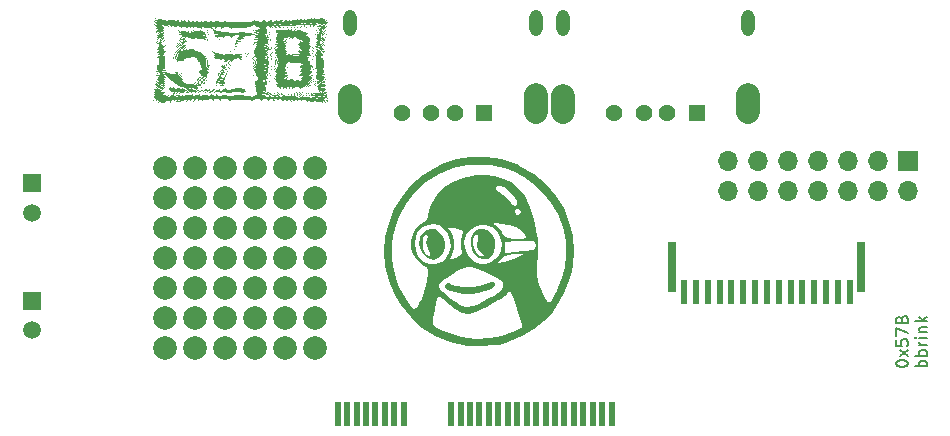
<source format=gbr>
%TF.GenerationSoftware,KiCad,Pcbnew,7.99.0-unknown-70ffd971e3~172~ubuntu22.04.1*%
%TF.CreationDate,2023-07-09T07:41:58-05:00*%
%TF.ProjectId,ext_pcb,6578745f-7063-4622-9e6b-696361645f70,rev?*%
%TF.SameCoordinates,Original*%
%TF.FileFunction,Soldermask,Top*%
%TF.FilePolarity,Negative*%
%FSLAX46Y46*%
G04 Gerber Fmt 4.6, Leading zero omitted, Abs format (unit mm)*
G04 Created by KiCad (PCBNEW 7.99.0-unknown-70ffd971e3~172~ubuntu22.04.1) date 2023-07-09 07:41:58*
%MOMM*%
%LPD*%
G01*
G04 APERTURE LIST*
%ADD10C,0.150000*%
%ADD11C,0.000000*%
%ADD12C,2.000000*%
%ADD13C,2.000000*%
%ADD14R,1.508000X1.508000*%
%ADD15C,1.508000*%
%ADD16R,1.700000X1.700000*%
%ADD17O,1.700000X1.700000*%
%ADD18R,0.600000X2.000000*%
%ADD19R,0.700000X4.200000*%
%ADD20R,1.431000X1.431000*%
%ADD21C,1.431000*%
%ADD22R,1.408000X1.408000*%
%ADD23O,1.108000X2.216000*%
G04 APERTURE END LIST*
D10*
X183779819Y-100452744D02*
X183779819Y-100357506D01*
X183779819Y-100357506D02*
X183827438Y-100262268D01*
X183827438Y-100262268D02*
X183875057Y-100214649D01*
X183875057Y-100214649D02*
X183970295Y-100167030D01*
X183970295Y-100167030D02*
X184160771Y-100119411D01*
X184160771Y-100119411D02*
X184398866Y-100119411D01*
X184398866Y-100119411D02*
X184589342Y-100167030D01*
X184589342Y-100167030D02*
X184684580Y-100214649D01*
X184684580Y-100214649D02*
X184732200Y-100262268D01*
X184732200Y-100262268D02*
X184779819Y-100357506D01*
X184779819Y-100357506D02*
X184779819Y-100452744D01*
X184779819Y-100452744D02*
X184732200Y-100547982D01*
X184732200Y-100547982D02*
X184684580Y-100595601D01*
X184684580Y-100595601D02*
X184589342Y-100643220D01*
X184589342Y-100643220D02*
X184398866Y-100690839D01*
X184398866Y-100690839D02*
X184160771Y-100690839D01*
X184160771Y-100690839D02*
X183970295Y-100643220D01*
X183970295Y-100643220D02*
X183875057Y-100595601D01*
X183875057Y-100595601D02*
X183827438Y-100547982D01*
X183827438Y-100547982D02*
X183779819Y-100452744D01*
X184779819Y-99786077D02*
X184113152Y-99262268D01*
X184113152Y-99786077D02*
X184779819Y-99262268D01*
X183779819Y-98405125D02*
X183779819Y-98881315D01*
X183779819Y-98881315D02*
X184256009Y-98928934D01*
X184256009Y-98928934D02*
X184208390Y-98881315D01*
X184208390Y-98881315D02*
X184160771Y-98786077D01*
X184160771Y-98786077D02*
X184160771Y-98547982D01*
X184160771Y-98547982D02*
X184208390Y-98452744D01*
X184208390Y-98452744D02*
X184256009Y-98405125D01*
X184256009Y-98405125D02*
X184351247Y-98357506D01*
X184351247Y-98357506D02*
X184589342Y-98357506D01*
X184589342Y-98357506D02*
X184684580Y-98405125D01*
X184684580Y-98405125D02*
X184732200Y-98452744D01*
X184732200Y-98452744D02*
X184779819Y-98547982D01*
X184779819Y-98547982D02*
X184779819Y-98786077D01*
X184779819Y-98786077D02*
X184732200Y-98881315D01*
X184732200Y-98881315D02*
X184684580Y-98928934D01*
X183779819Y-98024172D02*
X183779819Y-97357506D01*
X183779819Y-97357506D02*
X184779819Y-97786077D01*
X184256009Y-96643220D02*
X184303628Y-96500363D01*
X184303628Y-96500363D02*
X184351247Y-96452744D01*
X184351247Y-96452744D02*
X184446485Y-96405125D01*
X184446485Y-96405125D02*
X184589342Y-96405125D01*
X184589342Y-96405125D02*
X184684580Y-96452744D01*
X184684580Y-96452744D02*
X184732200Y-96500363D01*
X184732200Y-96500363D02*
X184779819Y-96595601D01*
X184779819Y-96595601D02*
X184779819Y-96976553D01*
X184779819Y-96976553D02*
X183779819Y-96976553D01*
X183779819Y-96976553D02*
X183779819Y-96643220D01*
X183779819Y-96643220D02*
X183827438Y-96547982D01*
X183827438Y-96547982D02*
X183875057Y-96500363D01*
X183875057Y-96500363D02*
X183970295Y-96452744D01*
X183970295Y-96452744D02*
X184065533Y-96452744D01*
X184065533Y-96452744D02*
X184160771Y-96500363D01*
X184160771Y-96500363D02*
X184208390Y-96547982D01*
X184208390Y-96547982D02*
X184256009Y-96643220D01*
X184256009Y-96643220D02*
X184256009Y-96976553D01*
X186389819Y-100643220D02*
X185389819Y-100643220D01*
X185770771Y-100643220D02*
X185723152Y-100547982D01*
X185723152Y-100547982D02*
X185723152Y-100357506D01*
X185723152Y-100357506D02*
X185770771Y-100262268D01*
X185770771Y-100262268D02*
X185818390Y-100214649D01*
X185818390Y-100214649D02*
X185913628Y-100167030D01*
X185913628Y-100167030D02*
X186199342Y-100167030D01*
X186199342Y-100167030D02*
X186294580Y-100214649D01*
X186294580Y-100214649D02*
X186342200Y-100262268D01*
X186342200Y-100262268D02*
X186389819Y-100357506D01*
X186389819Y-100357506D02*
X186389819Y-100547982D01*
X186389819Y-100547982D02*
X186342200Y-100643220D01*
X186389819Y-99738458D02*
X185389819Y-99738458D01*
X185770771Y-99738458D02*
X185723152Y-99643220D01*
X185723152Y-99643220D02*
X185723152Y-99452744D01*
X185723152Y-99452744D02*
X185770771Y-99357506D01*
X185770771Y-99357506D02*
X185818390Y-99309887D01*
X185818390Y-99309887D02*
X185913628Y-99262268D01*
X185913628Y-99262268D02*
X186199342Y-99262268D01*
X186199342Y-99262268D02*
X186294580Y-99309887D01*
X186294580Y-99309887D02*
X186342200Y-99357506D01*
X186342200Y-99357506D02*
X186389819Y-99452744D01*
X186389819Y-99452744D02*
X186389819Y-99643220D01*
X186389819Y-99643220D02*
X186342200Y-99738458D01*
X186389819Y-98833696D02*
X185723152Y-98833696D01*
X185913628Y-98833696D02*
X185818390Y-98786077D01*
X185818390Y-98786077D02*
X185770771Y-98738458D01*
X185770771Y-98738458D02*
X185723152Y-98643220D01*
X185723152Y-98643220D02*
X185723152Y-98547982D01*
X186389819Y-98214648D02*
X185723152Y-98214648D01*
X185389819Y-98214648D02*
X185437438Y-98262267D01*
X185437438Y-98262267D02*
X185485057Y-98214648D01*
X185485057Y-98214648D02*
X185437438Y-98167029D01*
X185437438Y-98167029D02*
X185389819Y-98214648D01*
X185389819Y-98214648D02*
X185485057Y-98214648D01*
X185723152Y-97738458D02*
X186389819Y-97738458D01*
X185818390Y-97738458D02*
X185770771Y-97690839D01*
X185770771Y-97690839D02*
X185723152Y-97595601D01*
X185723152Y-97595601D02*
X185723152Y-97452744D01*
X185723152Y-97452744D02*
X185770771Y-97357506D01*
X185770771Y-97357506D02*
X185866009Y-97309887D01*
X185866009Y-97309887D02*
X186389819Y-97309887D01*
X186389819Y-96833696D02*
X185389819Y-96833696D01*
X186008866Y-96738458D02*
X186389819Y-96452744D01*
X185723152Y-96452744D02*
X186104104Y-96833696D01*
D11*
%TO.C,G\u002A\u002A\u002A*%
G36*
X149833471Y-93571289D02*
G01*
X149860446Y-93738233D01*
X149754306Y-93933091D01*
X149456841Y-94118620D01*
X148999489Y-94280890D01*
X148413685Y-94405974D01*
X148321920Y-94419912D01*
X147831121Y-94485755D01*
X147471817Y-94512343D01*
X147155808Y-94497513D01*
X146794892Y-94439103D01*
X146485841Y-94374898D01*
X145977231Y-94229467D01*
X145663326Y-94057144D01*
X145554163Y-93865690D01*
X145619882Y-93705303D01*
X145735060Y-93605609D01*
X145885628Y-93606043D01*
X146150796Y-93708060D01*
X146167329Y-93715343D01*
X146626809Y-93842270D01*
X147220770Y-93900179D01*
X147872305Y-93890471D01*
X148504509Y-93814547D01*
X149040474Y-93673808D01*
X149070083Y-93662476D01*
X149473664Y-93521623D01*
X149716407Y-93490104D01*
X149833471Y-93571289D01*
G37*
G36*
X144700280Y-89034296D02*
G01*
X145054111Y-89244095D01*
X145397981Y-89654242D01*
X145574038Y-90130930D01*
X145579376Y-90620934D01*
X145411086Y-91071028D01*
X145169163Y-91350401D01*
X144836303Y-91573757D01*
X144536051Y-91618039D01*
X144186220Y-91495130D01*
X144182211Y-91493105D01*
X143791889Y-91182201D01*
X143531583Y-90746446D01*
X143422706Y-90259003D01*
X143694636Y-90259003D01*
X143756693Y-90669729D01*
X143895455Y-90999788D01*
X144097692Y-91246207D01*
X144253450Y-91285801D01*
X144340687Y-91198563D01*
X144328677Y-91046862D01*
X144221693Y-90791985D01*
X144169219Y-90697361D01*
X144022352Y-90401637D01*
X143999211Y-90165202D01*
X144057988Y-89943867D01*
X144116646Y-89656583D01*
X144073717Y-89490579D01*
X143952020Y-89482257D01*
X143834365Y-89587106D01*
X143719212Y-89867745D01*
X143694636Y-90259003D01*
X143422706Y-90259003D01*
X143420670Y-90249886D01*
X143478528Y-89756566D01*
X143584560Y-89517789D01*
X143902754Y-89152638D01*
X144286189Y-88989326D01*
X144700280Y-89034296D01*
G37*
G36*
X149195672Y-89130932D02*
G01*
X149564106Y-89442321D01*
X149790060Y-89908440D01*
X149860446Y-90454144D01*
X149776317Y-90947738D01*
X149547802Y-91315258D01*
X149210708Y-91531241D01*
X148800841Y-91570226D01*
X148447959Y-91458546D01*
X148096166Y-91170876D01*
X147863869Y-90758288D01*
X147759883Y-90282727D01*
X147780180Y-89990816D01*
X147972448Y-89990816D01*
X147981570Y-90399583D01*
X148089541Y-90790315D01*
X148276625Y-91103990D01*
X148523089Y-91281585D01*
X148643093Y-91301415D01*
X148819912Y-91270669D01*
X148857815Y-91230637D01*
X148783918Y-91115279D01*
X148602320Y-90923653D01*
X148564910Y-90888404D01*
X148396408Y-90709245D01*
X148320878Y-90528120D01*
X148317410Y-90262445D01*
X148343077Y-90012252D01*
X148363572Y-89630981D01*
X148320723Y-89431502D01*
X148223024Y-89426475D01*
X148081910Y-89623038D01*
X147972448Y-89990816D01*
X147780180Y-89990816D01*
X147793020Y-89806142D01*
X147972095Y-89390481D01*
X148128944Y-89216275D01*
X148469419Y-89006439D01*
X148819024Y-88987641D01*
X149195672Y-89130932D01*
G37*
G36*
X149092222Y-82889677D02*
G01*
X150379796Y-83108542D01*
X151648065Y-83542500D01*
X152032815Y-83720088D01*
X153154783Y-84389633D01*
X154134085Y-85214929D01*
X154960241Y-86173236D01*
X155622774Y-87241809D01*
X156111204Y-88397906D01*
X156415053Y-89618785D01*
X156523840Y-90881701D01*
X156427088Y-92163914D01*
X156270260Y-92916765D01*
X156036268Y-93616606D01*
X155691567Y-94392763D01*
X155279085Y-95160191D01*
X154841752Y-95833843D01*
X154710253Y-96007300D01*
X153994966Y-96764157D01*
X153116656Y-97459467D01*
X152133787Y-98055862D01*
X151104828Y-98515971D01*
X150473165Y-98715415D01*
X150055397Y-98797300D01*
X149509501Y-98866673D01*
X148904388Y-98918858D01*
X148308970Y-98949180D01*
X147792158Y-98952964D01*
X147422865Y-98925534D01*
X147409569Y-98923270D01*
X146030565Y-98576222D01*
X144774768Y-98048719D01*
X143650444Y-97346638D01*
X143052194Y-96817538D01*
X144545768Y-96817538D01*
X144552438Y-97042287D01*
X144650013Y-97217932D01*
X144868234Y-97376388D01*
X145236840Y-97549571D01*
X145764424Y-97761122D01*
X147004044Y-98141294D01*
X148219364Y-98300986D01*
X149414969Y-98240645D01*
X149860446Y-98161109D01*
X150409863Y-98024106D01*
X150968630Y-97851979D01*
X151473525Y-97667080D01*
X151861327Y-97491762D01*
X152011220Y-97400679D01*
X152079433Y-97330851D01*
X152107671Y-97225519D01*
X152088881Y-97050135D01*
X152016009Y-96770146D01*
X151882004Y-96351003D01*
X151679812Y-95758153D01*
X151670345Y-95730740D01*
X151479151Y-95189335D01*
X151309639Y-94731894D01*
X151176210Y-94395582D01*
X151093262Y-94217567D01*
X151076859Y-94198942D01*
X150983627Y-94285030D01*
X150862341Y-94477792D01*
X150679983Y-94679512D01*
X150365219Y-94906407D01*
X150091542Y-95057187D01*
X149630774Y-95296325D01*
X149144593Y-95573939D01*
X148913516Y-95717116D01*
X148252068Y-96052984D01*
X147627598Y-96172792D01*
X147024264Y-96074966D01*
X146426225Y-95757928D01*
X146029205Y-95430160D01*
X145704615Y-95140339D01*
X145410061Y-94901636D01*
X145217190Y-94770529D01*
X145078854Y-94714430D01*
X144991022Y-94754298D01*
X144924132Y-94931406D01*
X144849142Y-95284367D01*
X144751715Y-95773825D01*
X144646288Y-96290838D01*
X144600265Y-96511769D01*
X144545768Y-96817538D01*
X143052194Y-96817538D01*
X142665858Y-96475857D01*
X141829277Y-95442255D01*
X141318721Y-94591984D01*
X140814747Y-93403807D01*
X140517813Y-92175265D01*
X140424431Y-90967204D01*
X141125168Y-90967204D01*
X141133490Y-91578394D01*
X141163678Y-92042446D01*
X141226476Y-92434752D01*
X141332628Y-92830705D01*
X141434735Y-93139572D01*
X141724120Y-93894109D01*
X142045953Y-94538211D01*
X142458100Y-95182796D01*
X142615867Y-95403650D01*
X142819914Y-95660059D01*
X142981387Y-95774706D01*
X143128694Y-95732884D01*
X143290244Y-95519888D01*
X143494442Y-95121010D01*
X143599878Y-94894253D01*
X143803676Y-94380124D01*
X143957522Y-93860631D01*
X145087334Y-93860631D01*
X145091096Y-93892053D01*
X145189209Y-94050715D01*
X145424289Y-94299998D01*
X145751547Y-94601651D01*
X146126194Y-94917420D01*
X146503441Y-95209055D01*
X146838502Y-95438302D01*
X147019657Y-95539161D01*
X147432907Y-95620867D01*
X147942912Y-95545471D01*
X148499492Y-95323364D01*
X148746411Y-95181709D01*
X149130650Y-94952139D01*
X149496189Y-94754584D01*
X149710188Y-94654775D01*
X150113204Y-94423513D01*
X150385433Y-94128874D01*
X150512600Y-93812597D01*
X150480430Y-93516421D01*
X150274649Y-93282085D01*
X150194657Y-93238173D01*
X149973282Y-93132014D01*
X149613255Y-92957420D01*
X149175911Y-92744182D01*
X148951130Y-92634202D01*
X148341674Y-92362255D01*
X147849888Y-92224012D01*
X147412725Y-92222856D01*
X146967137Y-92362168D01*
X146450078Y-92645328D01*
X146239674Y-92779619D01*
X145738315Y-93114276D01*
X145400498Y-93362492D01*
X145198127Y-93551482D01*
X145103105Y-93708457D01*
X145087334Y-93860631D01*
X143957522Y-93860631D01*
X143963292Y-93841147D01*
X144073412Y-93318035D01*
X144128723Y-92851503D01*
X144123912Y-92482264D01*
X144053666Y-92251032D01*
X143952429Y-92192643D01*
X143782518Y-92113466D01*
X143532517Y-91912133D01*
X143258378Y-91642937D01*
X143016056Y-91360176D01*
X142876121Y-91148230D01*
X142710139Y-90614168D01*
X142708623Y-90230059D01*
X143014615Y-90230059D01*
X143103861Y-90818086D01*
X143340102Y-91332342D01*
X143693190Y-91714564D01*
X143826991Y-91800049D01*
X144278727Y-91939638D01*
X144797031Y-91943916D01*
X145271616Y-91813085D01*
X145303361Y-91797322D01*
X145695316Y-91477598D01*
X145955544Y-91023416D01*
X146072027Y-90488235D01*
X146032749Y-89925512D01*
X145839419Y-89412689D01*
X145485222Y-88967288D01*
X145398306Y-88913637D01*
X145826365Y-88913637D01*
X145868741Y-88955364D01*
X146018336Y-89126862D01*
X146181580Y-89422893D01*
X146245943Y-89575157D01*
X146367311Y-90116312D01*
X146356824Y-90687927D01*
X146220551Y-91199410D01*
X146125166Y-91377730D01*
X146025920Y-91553944D01*
X146047841Y-91619688D01*
X146214752Y-91576056D01*
X146550477Y-91424139D01*
X146601407Y-91399571D01*
X146921457Y-91210561D01*
X147033712Y-91050507D01*
X147026251Y-90999920D01*
X146900216Y-90456030D01*
X146909899Y-90075684D01*
X147217943Y-90075684D01*
X147248886Y-90587109D01*
X147432430Y-91058277D01*
X147738278Y-91459375D01*
X148136135Y-91760591D01*
X148595703Y-91932113D01*
X149086684Y-91944128D01*
X149231541Y-91891936D01*
X150051812Y-91891936D01*
X150540998Y-91816075D01*
X150928165Y-91720722D01*
X151379126Y-91560566D01*
X151622017Y-91453510D01*
X151929536Y-91295560D01*
X152128394Y-91175908D01*
X152174295Y-91127252D01*
X152052158Y-91116457D01*
X151767491Y-91125031D01*
X151379550Y-91151057D01*
X151341403Y-91154206D01*
X150914230Y-91198772D01*
X150644128Y-91260895D01*
X150465497Y-91365905D01*
X150312736Y-91539130D01*
X150299939Y-91556326D01*
X150051812Y-91891936D01*
X149231541Y-91891936D01*
X149578784Y-91766824D01*
X149603735Y-91751931D01*
X150057629Y-91358465D01*
X150249622Y-90998599D01*
X150668008Y-90998599D01*
X151628920Y-90927789D01*
X152114529Y-90884202D01*
X152553375Y-90831136D01*
X152868421Y-90778285D01*
X152924043Y-90764822D01*
X153166263Y-90656754D01*
X153252482Y-90465682D01*
X153258253Y-90346470D01*
X153226004Y-90111187D01*
X153096433Y-90030953D01*
X153007595Y-90028232D01*
X152787028Y-90033875D01*
X152409848Y-90042217D01*
X151942212Y-90051822D01*
X151724569Y-90056082D01*
X150692200Y-90075976D01*
X150680104Y-90537287D01*
X150668008Y-90998599D01*
X150249622Y-90998599D01*
X150322580Y-90861848D01*
X150389796Y-90290034D01*
X150254730Y-89682005D01*
X149961699Y-89179984D01*
X149555782Y-88838998D01*
X149080055Y-88660961D01*
X148577589Y-88647788D01*
X148091460Y-88801393D01*
X147664740Y-89123690D01*
X147369899Y-89553814D01*
X147217943Y-90075684D01*
X146909899Y-90075684D01*
X146914078Y-89911550D01*
X146997893Y-89609564D01*
X147096895Y-89347260D01*
X147090051Y-89209903D01*
X146961630Y-89118669D01*
X146893577Y-89086928D01*
X146648384Y-88999893D01*
X146363308Y-88931889D01*
X146094107Y-88890073D01*
X145896541Y-88881603D01*
X145826365Y-88913637D01*
X145398306Y-88913637D01*
X145053988Y-88701099D01*
X144584396Y-88602931D01*
X144115122Y-88661593D01*
X143684843Y-88865893D01*
X143332235Y-89204641D01*
X143095977Y-89666643D01*
X143014615Y-90230059D01*
X142708623Y-90230059D01*
X142707840Y-90031617D01*
X142852214Y-89459429D01*
X143126252Y-88956455D01*
X143512942Y-88581544D01*
X143554098Y-88557405D01*
X149701977Y-88557405D01*
X149774933Y-88626038D01*
X149878419Y-88695522D01*
X150128463Y-88917661D01*
X150380421Y-89227103D01*
X150435437Y-89310714D01*
X150601590Y-89557825D01*
X150764572Y-89710350D01*
X150983276Y-89792447D01*
X151316597Y-89828273D01*
X151726455Y-89840246D01*
X152143792Y-89832136D01*
X152366754Y-89785189D01*
X152422727Y-89710852D01*
X152317016Y-89384027D01*
X152022136Y-89086798D01*
X151571468Y-88838030D01*
X150998392Y-88656593D01*
X150396904Y-88565764D01*
X149983066Y-88534751D01*
X149761390Y-88529470D01*
X149701977Y-88557405D01*
X143554098Y-88557405D01*
X143639417Y-88507364D01*
X143955802Y-88285553D01*
X144111768Y-87997154D01*
X144127296Y-87933994D01*
X144264417Y-87487380D01*
X151531499Y-87487380D01*
X151568533Y-87704502D01*
X151609619Y-87777488D01*
X151791736Y-87837141D01*
X151965615Y-87742835D01*
X152032815Y-87567871D01*
X151941164Y-87369794D01*
X151782157Y-87310991D01*
X151583699Y-87333689D01*
X151531499Y-87487380D01*
X144264417Y-87487380D01*
X144428131Y-86954148D01*
X144874579Y-86139688D01*
X145470954Y-85486980D01*
X145502895Y-85465934D01*
X149874944Y-85465934D01*
X149906391Y-85660415D01*
X150107660Y-85858060D01*
X150166806Y-85893214D01*
X150773221Y-86328937D01*
X151134979Y-86763853D01*
X151353058Y-87001036D01*
X151555859Y-87057679D01*
X151703903Y-86924637D01*
X151715078Y-86898216D01*
X151697142Y-86663593D01*
X151529417Y-86362675D01*
X151256903Y-86037340D01*
X150924598Y-85729466D01*
X150577500Y-85480932D01*
X150260607Y-85333613D01*
X150026177Y-85326439D01*
X149874944Y-85465934D01*
X145502895Y-85465934D01*
X146221574Y-84992391D01*
X147130753Y-84652288D01*
X148202806Y-84463037D01*
X148255817Y-84457928D01*
X149030280Y-84449024D01*
X149827567Y-84549446D01*
X150567411Y-84744118D01*
X151138471Y-84999401D01*
X151802478Y-85516730D01*
X152354302Y-86221162D01*
X152789408Y-87104722D01*
X153103260Y-88159437D01*
X153190454Y-88607377D01*
X153278160Y-89085464D01*
X153364473Y-89488222D01*
X153436734Y-89759523D01*
X153467255Y-89834584D01*
X153494236Y-90001795D01*
X153493699Y-90340152D01*
X153467075Y-90799880D01*
X153427178Y-91228821D01*
X153361344Y-92107654D01*
X153379372Y-92838716D01*
X153490009Y-93483996D01*
X153701998Y-94105487D01*
X153890003Y-94509695D01*
X154076746Y-94864829D01*
X154232356Y-95133826D01*
X154324496Y-95260954D01*
X154326851Y-95262583D01*
X154436548Y-95210462D01*
X154607954Y-94993892D01*
X154817922Y-94654440D01*
X155043306Y-94233673D01*
X155260959Y-93773158D01*
X155447737Y-93314462D01*
X155509026Y-93139572D01*
X155728661Y-92213070D01*
X155825282Y-91187125D01*
X155797923Y-90145805D01*
X155645617Y-89173180D01*
X155558323Y-88850537D01*
X155143269Y-87772706D01*
X154587717Y-86818035D01*
X153854889Y-85926026D01*
X153657636Y-85723604D01*
X152964688Y-85088978D01*
X152283844Y-84600037D01*
X151535273Y-84207086D01*
X150695972Y-83879945D01*
X150250880Y-83737337D01*
X149858299Y-83645509D01*
X149442257Y-83593460D01*
X148926786Y-83570191D01*
X148523604Y-83565390D01*
X147915449Y-83569518D01*
X147450819Y-83596445D01*
X147050742Y-83657204D01*
X146636246Y-83762828D01*
X146256002Y-83882187D01*
X145077534Y-84382575D01*
X144012656Y-85065284D01*
X143079761Y-85911190D01*
X142297243Y-86901166D01*
X141683497Y-88016088D01*
X141316891Y-89017643D01*
X141202633Y-89562557D01*
X141140363Y-90246984D01*
X141125168Y-90967204D01*
X140424431Y-90967204D01*
X140421559Y-90930051D01*
X140519623Y-89691859D01*
X140805647Y-88484381D01*
X141273270Y-87331309D01*
X141916131Y-86256338D01*
X142727870Y-85283160D01*
X143702128Y-84435467D01*
X144123165Y-84145026D01*
X145300814Y-83513578D01*
X146534016Y-83093200D01*
X147804057Y-82884898D01*
X149092222Y-82889677D01*
G37*
G36*
X120873032Y-71147614D02*
G01*
X120856645Y-71164001D01*
X120840258Y-71147614D01*
X120856645Y-71131226D01*
X120873032Y-71147614D01*
G37*
G36*
X120905806Y-77702452D02*
G01*
X120889419Y-77718839D01*
X120873032Y-77702452D01*
X120889419Y-77686065D01*
X120905806Y-77702452D01*
G37*
G36*
X120938580Y-71114839D02*
G01*
X120922193Y-71131226D01*
X120905806Y-71114839D01*
X120922193Y-71098452D01*
X120938580Y-71114839D01*
G37*
G36*
X121135226Y-78194065D02*
G01*
X121118839Y-78210452D01*
X121102451Y-78194065D01*
X121118839Y-78177678D01*
X121135226Y-78194065D01*
G37*
G36*
X121135226Y-78259614D02*
G01*
X121118839Y-78276001D01*
X121102451Y-78259614D01*
X121118839Y-78243226D01*
X121135226Y-78259614D01*
G37*
G36*
X121692387Y-78325162D02*
G01*
X121676000Y-78341549D01*
X121659613Y-78325162D01*
X121676000Y-78308775D01*
X121692387Y-78325162D01*
G37*
G36*
X122151226Y-71245936D02*
G01*
X122134839Y-71262323D01*
X122118451Y-71245936D01*
X122134839Y-71229549D01*
X122151226Y-71245936D01*
G37*
G36*
X122347871Y-78292388D02*
G01*
X122331484Y-78308775D01*
X122315097Y-78292388D01*
X122331484Y-78276001D01*
X122347871Y-78292388D01*
G37*
G36*
X122413419Y-77407485D02*
G01*
X122397032Y-77423872D01*
X122380645Y-77407485D01*
X122397032Y-77391097D01*
X122413419Y-77407485D01*
G37*
G36*
X122413419Y-77473033D02*
G01*
X122397032Y-77489420D01*
X122380645Y-77473033D01*
X122397032Y-77456646D01*
X122413419Y-77473033D01*
G37*
G36*
X122446193Y-77538581D02*
G01*
X122429806Y-77554968D01*
X122413419Y-77538581D01*
X122429806Y-77522194D01*
X122446193Y-77538581D01*
G37*
G36*
X122544516Y-71901420D02*
G01*
X122528129Y-71917807D01*
X122511742Y-71901420D01*
X122528129Y-71885033D01*
X122544516Y-71901420D01*
G37*
G36*
X122544516Y-77636904D02*
G01*
X122528129Y-77653291D01*
X122511742Y-77636904D01*
X122528129Y-77620517D01*
X122544516Y-77636904D01*
G37*
G36*
X122610064Y-77604130D02*
G01*
X122593677Y-77620517D01*
X122577290Y-77604130D01*
X122593677Y-77587743D01*
X122610064Y-77604130D01*
G37*
G36*
X122675613Y-74785549D02*
G01*
X122659226Y-74801936D01*
X122642839Y-74785549D01*
X122659226Y-74769162D01*
X122675613Y-74785549D01*
G37*
G36*
X122773935Y-77636904D02*
G01*
X122757548Y-77653291D01*
X122741161Y-77636904D01*
X122757548Y-77620517D01*
X122773935Y-77636904D01*
G37*
G36*
X122970580Y-72458581D02*
G01*
X122954193Y-72474968D01*
X122937806Y-72458581D01*
X122954193Y-72442194D01*
X122970580Y-72458581D01*
G37*
G36*
X123068903Y-75703226D02*
G01*
X123052516Y-75719614D01*
X123036129Y-75703226D01*
X123052516Y-75686839D01*
X123068903Y-75703226D01*
G37*
G36*
X123101677Y-75768775D02*
G01*
X123085290Y-75785162D01*
X123068903Y-75768775D01*
X123085290Y-75752388D01*
X123101677Y-75768775D01*
G37*
G36*
X123298322Y-75834323D02*
G01*
X123281935Y-75850710D01*
X123265548Y-75834323D01*
X123281935Y-75817936D01*
X123298322Y-75834323D01*
G37*
G36*
X123363871Y-71311485D02*
G01*
X123347484Y-71327872D01*
X123331097Y-71311485D01*
X123347484Y-71295097D01*
X123363871Y-71311485D01*
G37*
G36*
X123429419Y-77538581D02*
G01*
X123413032Y-77554968D01*
X123396645Y-77538581D01*
X123413032Y-77522194D01*
X123429419Y-77538581D01*
G37*
G36*
X123429419Y-77604130D02*
G01*
X123413032Y-77620517D01*
X123396645Y-77604130D01*
X123413032Y-77587743D01*
X123429419Y-77604130D01*
G37*
G36*
X123462193Y-73900646D02*
G01*
X123445806Y-73917033D01*
X123429419Y-73900646D01*
X123445806Y-73884259D01*
X123462193Y-73900646D01*
G37*
G36*
X123593290Y-71999743D02*
G01*
X123576903Y-72016130D01*
X123560516Y-71999743D01*
X123576903Y-71983356D01*
X123593290Y-71999743D01*
G37*
G36*
X123593290Y-74064517D02*
G01*
X123576903Y-74080904D01*
X123560516Y-74064517D01*
X123576903Y-74048130D01*
X123593290Y-74064517D01*
G37*
G36*
X123691613Y-77604130D02*
G01*
X123675226Y-77620517D01*
X123658839Y-77604130D01*
X123675226Y-77587743D01*
X123691613Y-77604130D01*
G37*
G36*
X123724387Y-72851872D02*
G01*
X123708000Y-72868259D01*
X123691613Y-72851872D01*
X123708000Y-72835485D01*
X123724387Y-72851872D01*
G37*
G36*
X123724387Y-72982968D02*
G01*
X123708000Y-72999356D01*
X123691613Y-72982968D01*
X123708000Y-72966581D01*
X123724387Y-72982968D01*
G37*
G36*
X123724387Y-73114065D02*
G01*
X123708000Y-73130452D01*
X123691613Y-73114065D01*
X123708000Y-73097678D01*
X123724387Y-73114065D01*
G37*
G36*
X123724387Y-78194065D02*
G01*
X123708000Y-78210452D01*
X123691613Y-78194065D01*
X123708000Y-78177678D01*
X123724387Y-78194065D01*
G37*
G36*
X123953806Y-72229162D02*
G01*
X123937419Y-72245549D01*
X123921032Y-72229162D01*
X123937419Y-72212775D01*
X123953806Y-72229162D01*
G37*
G36*
X123953806Y-77604130D02*
G01*
X123937419Y-77620517D01*
X123921032Y-77604130D01*
X123937419Y-77587743D01*
X123953806Y-77604130D01*
G37*
G36*
X124019355Y-78194065D02*
G01*
X124002968Y-78210452D01*
X123986580Y-78194065D01*
X124002968Y-78177678D01*
X124019355Y-78194065D01*
G37*
G36*
X124052129Y-72032517D02*
G01*
X124035742Y-72048904D01*
X124019355Y-72032517D01*
X124035742Y-72016130D01*
X124052129Y-72032517D01*
G37*
G36*
X124117677Y-77505807D02*
G01*
X124101290Y-77522194D01*
X124084903Y-77505807D01*
X124101290Y-77489420D01*
X124117677Y-77505807D01*
G37*
G36*
X124314322Y-72196388D02*
G01*
X124297935Y-72212775D01*
X124281548Y-72196388D01*
X124297935Y-72180001D01*
X124314322Y-72196388D01*
G37*
G36*
X124347097Y-72032517D02*
G01*
X124330710Y-72048904D01*
X124314322Y-72032517D01*
X124330710Y-72016130D01*
X124347097Y-72032517D01*
G37*
G36*
X124379871Y-77505807D02*
G01*
X124363484Y-77522194D01*
X124347097Y-77505807D01*
X124363484Y-77489420D01*
X124379871Y-77505807D01*
G37*
G36*
X124510968Y-77604130D02*
G01*
X124494580Y-77620517D01*
X124478193Y-77604130D01*
X124494580Y-77587743D01*
X124510968Y-77604130D01*
G37*
G36*
X124674839Y-77505807D02*
G01*
X124658451Y-77522194D01*
X124642064Y-77505807D01*
X124658451Y-77489420D01*
X124674839Y-77505807D01*
G37*
G36*
X124707613Y-72163614D02*
G01*
X124691226Y-72180001D01*
X124674839Y-72163614D01*
X124691226Y-72147226D01*
X124707613Y-72163614D01*
G37*
G36*
X124805935Y-72130839D02*
G01*
X124789548Y-72147226D01*
X124773161Y-72130839D01*
X124789548Y-72114452D01*
X124805935Y-72130839D01*
G37*
G36*
X124805935Y-75309936D02*
G01*
X124789548Y-75326323D01*
X124773161Y-75309936D01*
X124789548Y-75293549D01*
X124805935Y-75309936D01*
G37*
G36*
X124871484Y-72982968D02*
G01*
X124855097Y-72999356D01*
X124838710Y-72982968D01*
X124855097Y-72966581D01*
X124871484Y-72982968D01*
G37*
G36*
X124904258Y-77079743D02*
G01*
X124887871Y-77096130D01*
X124871484Y-77079743D01*
X124887871Y-77063356D01*
X124904258Y-77079743D01*
G37*
G36*
X124969806Y-77505807D02*
G01*
X124953419Y-77522194D01*
X124937032Y-77505807D01*
X124953419Y-77489420D01*
X124969806Y-77505807D01*
G37*
G36*
X125002580Y-77014194D02*
G01*
X124986193Y-77030581D01*
X124969806Y-77014194D01*
X124986193Y-76997807D01*
X125002580Y-77014194D01*
G37*
G36*
X125232000Y-76784775D02*
G01*
X125215613Y-76801162D01*
X125199226Y-76784775D01*
X125215613Y-76768388D01*
X125232000Y-76784775D01*
G37*
G36*
X125232000Y-77145291D02*
G01*
X125215613Y-77161678D01*
X125199226Y-77145291D01*
X125215613Y-77128904D01*
X125232000Y-77145291D01*
G37*
G36*
X125330322Y-76719226D02*
G01*
X125313935Y-76735614D01*
X125297548Y-76719226D01*
X125313935Y-76702839D01*
X125330322Y-76719226D01*
G37*
G36*
X125363097Y-76620904D02*
G01*
X125346710Y-76637291D01*
X125330322Y-76620904D01*
X125346710Y-76604517D01*
X125363097Y-76620904D01*
G37*
G36*
X125395871Y-76522581D02*
G01*
X125379484Y-76538968D01*
X125363097Y-76522581D01*
X125379484Y-76506194D01*
X125395871Y-76522581D01*
G37*
G36*
X125428645Y-72065291D02*
G01*
X125412258Y-72081678D01*
X125395871Y-72065291D01*
X125412258Y-72048904D01*
X125428645Y-72065291D01*
G37*
G36*
X125428645Y-72163614D02*
G01*
X125412258Y-72180001D01*
X125395871Y-72163614D01*
X125412258Y-72147226D01*
X125428645Y-72163614D01*
G37*
G36*
X125494193Y-72196388D02*
G01*
X125477806Y-72212775D01*
X125461419Y-72196388D01*
X125477806Y-72180001D01*
X125494193Y-72196388D01*
G37*
G36*
X125494193Y-76457033D02*
G01*
X125477806Y-76473420D01*
X125461419Y-76457033D01*
X125477806Y-76440646D01*
X125494193Y-76457033D01*
G37*
G36*
X125592516Y-72229162D02*
G01*
X125576129Y-72245549D01*
X125559742Y-72229162D01*
X125576129Y-72212775D01*
X125592516Y-72229162D01*
G37*
G36*
X125592516Y-72524130D02*
G01*
X125576129Y-72540517D01*
X125559742Y-72524130D01*
X125576129Y-72507743D01*
X125592516Y-72524130D01*
G37*
G36*
X125625290Y-77505807D02*
G01*
X125608903Y-77522194D01*
X125592516Y-77505807D01*
X125608903Y-77489420D01*
X125625290Y-77505807D01*
G37*
G36*
X125690839Y-72229162D02*
G01*
X125674451Y-72245549D01*
X125658064Y-72229162D01*
X125674451Y-72212775D01*
X125690839Y-72229162D01*
G37*
G36*
X125756387Y-72294710D02*
G01*
X125740000Y-72311097D01*
X125723613Y-72294710D01*
X125740000Y-72278323D01*
X125756387Y-72294710D01*
G37*
G36*
X125789161Y-72065291D02*
G01*
X125772774Y-72081678D01*
X125756387Y-72065291D01*
X125772774Y-72048904D01*
X125789161Y-72065291D01*
G37*
G36*
X125985806Y-72753549D02*
G01*
X125969419Y-72769936D01*
X125953032Y-72753549D01*
X125969419Y-72737162D01*
X125985806Y-72753549D01*
G37*
G36*
X126018580Y-77505807D02*
G01*
X126002193Y-77522194D01*
X125985806Y-77505807D01*
X126002193Y-77489420D01*
X126018580Y-77505807D01*
G37*
G36*
X126051355Y-72819097D02*
G01*
X126034968Y-72835485D01*
X126018580Y-72819097D01*
X126034968Y-72802710D01*
X126051355Y-72819097D01*
G37*
G36*
X126149677Y-76752001D02*
G01*
X126133290Y-76768388D01*
X126116903Y-76752001D01*
X126133290Y-76735614D01*
X126149677Y-76752001D01*
G37*
G36*
X126182451Y-76457033D02*
G01*
X126166064Y-76473420D01*
X126149677Y-76457033D01*
X126166064Y-76440646D01*
X126182451Y-76457033D01*
G37*
G36*
X126215226Y-76162065D02*
G01*
X126198839Y-76178452D01*
X126182451Y-76162065D01*
X126198839Y-76145678D01*
X126215226Y-76162065D01*
G37*
G36*
X126215226Y-76752001D02*
G01*
X126198839Y-76768388D01*
X126182451Y-76752001D01*
X126198839Y-76735614D01*
X126215226Y-76752001D01*
G37*
G36*
X126248000Y-72851872D02*
G01*
X126231613Y-72868259D01*
X126215226Y-72851872D01*
X126231613Y-72835485D01*
X126248000Y-72851872D01*
G37*
G36*
X126248000Y-76850323D02*
G01*
X126231613Y-76866710D01*
X126215226Y-76850323D01*
X126231613Y-76833936D01*
X126248000Y-76850323D01*
G37*
G36*
X126313548Y-72917420D02*
G01*
X126297161Y-72933807D01*
X126280774Y-72917420D01*
X126297161Y-72901033D01*
X126313548Y-72917420D01*
G37*
G36*
X126411871Y-74654452D02*
G01*
X126395484Y-74670839D01*
X126379097Y-74654452D01*
X126395484Y-74638065D01*
X126411871Y-74654452D01*
G37*
G36*
X126477419Y-77505807D02*
G01*
X126461032Y-77522194D01*
X126444645Y-77505807D01*
X126461032Y-77489420D01*
X126477419Y-77505807D01*
G37*
G36*
X126510193Y-77112517D02*
G01*
X126493806Y-77128904D01*
X126477419Y-77112517D01*
X126493806Y-77096130D01*
X126510193Y-77112517D01*
G37*
G36*
X126542968Y-76883097D02*
G01*
X126526580Y-76899485D01*
X126510193Y-76883097D01*
X126526580Y-76866710D01*
X126542968Y-76883097D01*
G37*
G36*
X126772387Y-72229162D02*
G01*
X126756000Y-72245549D01*
X126739613Y-72229162D01*
X126756000Y-72212775D01*
X126772387Y-72229162D01*
G37*
G36*
X127034580Y-76981420D02*
G01*
X127018193Y-76997807D01*
X127001806Y-76981420D01*
X127018193Y-76965033D01*
X127034580Y-76981420D01*
G37*
G36*
X127067355Y-75080517D02*
G01*
X127050968Y-75096904D01*
X127034580Y-75080517D01*
X127050968Y-75064130D01*
X127067355Y-75080517D01*
G37*
G36*
X127264000Y-75768775D02*
G01*
X127247613Y-75785162D01*
X127231226Y-75768775D01*
X127247613Y-75752388D01*
X127264000Y-75768775D01*
G37*
G36*
X127329548Y-73998968D02*
G01*
X127313161Y-74015356D01*
X127296774Y-73998968D01*
X127313161Y-73982581D01*
X127329548Y-73998968D01*
G37*
G36*
X127362322Y-74818323D02*
G01*
X127345935Y-74834710D01*
X127329548Y-74818323D01*
X127345935Y-74801936D01*
X127362322Y-74818323D01*
G37*
G36*
X127591742Y-74097291D02*
G01*
X127575355Y-74113678D01*
X127558968Y-74097291D01*
X127575355Y-74080904D01*
X127591742Y-74097291D01*
G37*
G36*
X127624516Y-73998968D02*
G01*
X127608129Y-74015356D01*
X127591742Y-73998968D01*
X127608129Y-73982581D01*
X127624516Y-73998968D01*
G37*
G36*
X127690064Y-73900646D02*
G01*
X127673677Y-73917033D01*
X127657290Y-73900646D01*
X127673677Y-73884259D01*
X127690064Y-73900646D01*
G37*
G36*
X128607742Y-74621678D02*
G01*
X128591355Y-74638065D01*
X128574968Y-74621678D01*
X128591355Y-74605291D01*
X128607742Y-74621678D01*
G37*
G36*
X128771613Y-73998968D02*
G01*
X128755226Y-74015356D01*
X128738839Y-73998968D01*
X128755226Y-73982581D01*
X128771613Y-73998968D01*
G37*
G36*
X128804387Y-74097291D02*
G01*
X128788000Y-74113678D01*
X128771613Y-74097291D01*
X128788000Y-74080904D01*
X128804387Y-74097291D01*
G37*
G36*
X128804387Y-74392259D02*
G01*
X128788000Y-74408646D01*
X128771613Y-74392259D01*
X128788000Y-74375872D01*
X128804387Y-74392259D01*
G37*
G36*
X128869935Y-74064517D02*
G01*
X128853548Y-74080904D01*
X128837161Y-74064517D01*
X128853548Y-74048130D01*
X128869935Y-74064517D01*
G37*
G36*
X128902710Y-77079743D02*
G01*
X128886322Y-77096130D01*
X128869935Y-77079743D01*
X128886322Y-77063356D01*
X128902710Y-77079743D01*
G37*
G36*
X128935484Y-74031743D02*
G01*
X128919097Y-74048130D01*
X128902710Y-74031743D01*
X128919097Y-74015356D01*
X128935484Y-74031743D01*
G37*
G36*
X128935484Y-74326710D02*
G01*
X128919097Y-74343097D01*
X128902710Y-74326710D01*
X128919097Y-74310323D01*
X128935484Y-74326710D01*
G37*
G36*
X129033806Y-74261162D02*
G01*
X129017419Y-74277549D01*
X129001032Y-74261162D01*
X129017419Y-74244775D01*
X129033806Y-74261162D01*
G37*
G36*
X129296000Y-74293936D02*
G01*
X129279613Y-74310323D01*
X129263226Y-74293936D01*
X129279613Y-74277549D01*
X129296000Y-74293936D01*
G37*
G36*
X129328774Y-72098065D02*
G01*
X129312387Y-72114452D01*
X129296000Y-72098065D01*
X129312387Y-72081678D01*
X129328774Y-72098065D01*
G37*
G36*
X129328774Y-73998968D02*
G01*
X129312387Y-74015356D01*
X129296000Y-73998968D01*
X129312387Y-73982581D01*
X129328774Y-73998968D01*
G37*
G36*
X129328774Y-74097291D02*
G01*
X129312387Y-74113678D01*
X129296000Y-74097291D01*
X129312387Y-74080904D01*
X129328774Y-74097291D01*
G37*
G36*
X129328774Y-74195614D02*
G01*
X129312387Y-74212001D01*
X129296000Y-74195614D01*
X129312387Y-74179226D01*
X129328774Y-74195614D01*
G37*
G36*
X130017032Y-71311485D02*
G01*
X130000645Y-71327872D01*
X129984258Y-71311485D01*
X130000645Y-71295097D01*
X130017032Y-71311485D01*
G37*
G36*
X130410322Y-75342710D02*
G01*
X130393935Y-75359097D01*
X130377548Y-75342710D01*
X130393935Y-75326323D01*
X130410322Y-75342710D01*
G37*
G36*
X130475871Y-72098065D02*
G01*
X130459484Y-72114452D01*
X130443097Y-72098065D01*
X130459484Y-72081678D01*
X130475871Y-72098065D01*
G37*
G36*
X130475871Y-74588904D02*
G01*
X130459484Y-74605291D01*
X130443097Y-74588904D01*
X130459484Y-74572517D01*
X130475871Y-74588904D01*
G37*
G36*
X130475871Y-75244388D02*
G01*
X130459484Y-75260775D01*
X130443097Y-75244388D01*
X130459484Y-75228001D01*
X130475871Y-75244388D01*
G37*
G36*
X130508645Y-74228388D02*
G01*
X130492258Y-74244775D01*
X130475871Y-74228388D01*
X130492258Y-74212001D01*
X130508645Y-74228388D01*
G37*
G36*
X130508645Y-77538581D02*
G01*
X130492258Y-77554968D01*
X130475871Y-77538581D01*
X130492258Y-77522194D01*
X130508645Y-77538581D01*
G37*
G36*
X130574193Y-72130839D02*
G01*
X130557806Y-72147226D01*
X130541419Y-72130839D01*
X130557806Y-72114452D01*
X130574193Y-72130839D01*
G37*
G36*
X130606968Y-72229162D02*
G01*
X130590580Y-72245549D01*
X130574193Y-72229162D01*
X130590580Y-72212775D01*
X130606968Y-72229162D01*
G37*
G36*
X130606968Y-76129291D02*
G01*
X130590580Y-76145678D01*
X130574193Y-76129291D01*
X130590580Y-76112904D01*
X130606968Y-76129291D01*
G37*
G36*
X130606968Y-76555356D02*
G01*
X130590580Y-76571743D01*
X130574193Y-76555356D01*
X130590580Y-76538968D01*
X130606968Y-76555356D01*
G37*
G36*
X130639742Y-72327485D02*
G01*
X130623355Y-72343872D01*
X130606968Y-72327485D01*
X130623355Y-72311097D01*
X130639742Y-72327485D01*
G37*
G36*
X130672516Y-72425807D02*
G01*
X130656129Y-72442194D01*
X130639742Y-72425807D01*
X130656129Y-72409420D01*
X130672516Y-72425807D01*
G37*
G36*
X130672516Y-73376259D02*
G01*
X130656129Y-73392646D01*
X130639742Y-73376259D01*
X130656129Y-73359872D01*
X130672516Y-73376259D01*
G37*
G36*
X130672516Y-75670452D02*
G01*
X130656129Y-75686839D01*
X130639742Y-75670452D01*
X130656129Y-75654065D01*
X130672516Y-75670452D01*
G37*
G36*
X130672516Y-76620904D02*
G01*
X130656129Y-76637291D01*
X130639742Y-76620904D01*
X130656129Y-76604517D01*
X130672516Y-76620904D01*
G37*
G36*
X130705290Y-73605678D02*
G01*
X130688903Y-73622065D01*
X130672516Y-73605678D01*
X130688903Y-73589291D01*
X130705290Y-73605678D01*
G37*
G36*
X130705290Y-73966194D02*
G01*
X130688903Y-73982581D01*
X130672516Y-73966194D01*
X130688903Y-73949807D01*
X130705290Y-73966194D01*
G37*
G36*
X130705290Y-74195614D02*
G01*
X130688903Y-74212001D01*
X130672516Y-74195614D01*
X130688903Y-74179226D01*
X130705290Y-74195614D01*
G37*
G36*
X130705290Y-74621678D02*
G01*
X130688903Y-74638065D01*
X130672516Y-74621678D01*
X130688903Y-74605291D01*
X130705290Y-74621678D01*
G37*
G36*
X130705290Y-76063743D02*
G01*
X130688903Y-76080130D01*
X130672516Y-76063743D01*
X130688903Y-76047356D01*
X130705290Y-76063743D01*
G37*
G36*
X130738064Y-72360259D02*
G01*
X130721677Y-72376646D01*
X130705290Y-72360259D01*
X130721677Y-72343872D01*
X130738064Y-72360259D01*
G37*
G36*
X130738064Y-73343485D02*
G01*
X130721677Y-73359872D01*
X130705290Y-73343485D01*
X130721677Y-73327097D01*
X130738064Y-73343485D01*
G37*
G36*
X130738064Y-73736775D02*
G01*
X130721677Y-73753162D01*
X130705290Y-73736775D01*
X130721677Y-73720388D01*
X130738064Y-73736775D01*
G37*
G36*
X130738064Y-73802323D02*
G01*
X130721677Y-73818710D01*
X130705290Y-73802323D01*
X130721677Y-73785936D01*
X130738064Y-73802323D01*
G37*
G36*
X130738064Y-74064517D02*
G01*
X130721677Y-74080904D01*
X130705290Y-74064517D01*
X130721677Y-74048130D01*
X130738064Y-74064517D01*
G37*
G36*
X130738064Y-74523356D02*
G01*
X130721677Y-74539743D01*
X130705290Y-74523356D01*
X130721677Y-74506968D01*
X130738064Y-74523356D01*
G37*
G36*
X130738064Y-74687226D02*
G01*
X130721677Y-74703614D01*
X130705290Y-74687226D01*
X130721677Y-74670839D01*
X130738064Y-74687226D01*
G37*
G36*
X130738064Y-75309936D02*
G01*
X130721677Y-75326323D01*
X130705290Y-75309936D01*
X130721677Y-75293549D01*
X130738064Y-75309936D01*
G37*
G36*
X130738064Y-76620904D02*
G01*
X130721677Y-76637291D01*
X130705290Y-76620904D01*
X130721677Y-76604517D01*
X130738064Y-76620904D01*
G37*
G36*
X130738064Y-76719226D02*
G01*
X130721677Y-76735614D01*
X130705290Y-76719226D01*
X130721677Y-76702839D01*
X130738064Y-76719226D01*
G37*
G36*
X130770839Y-73638452D02*
G01*
X130754451Y-73654839D01*
X130738064Y-73638452D01*
X130754451Y-73622065D01*
X130770839Y-73638452D01*
G37*
G36*
X130770839Y-74588904D02*
G01*
X130754451Y-74605291D01*
X130738064Y-74588904D01*
X130754451Y-74572517D01*
X130770839Y-74588904D01*
G37*
G36*
X130770839Y-74785549D02*
G01*
X130754451Y-74801936D01*
X130738064Y-74785549D01*
X130754451Y-74769162D01*
X130770839Y-74785549D01*
G37*
G36*
X130770839Y-75080517D02*
G01*
X130754451Y-75096904D01*
X130738064Y-75080517D01*
X130754451Y-75064130D01*
X130770839Y-75080517D01*
G37*
G36*
X130770839Y-75244388D02*
G01*
X130754451Y-75260775D01*
X130738064Y-75244388D01*
X130754451Y-75228001D01*
X130770839Y-75244388D01*
G37*
G36*
X130770839Y-75899872D02*
G01*
X130754451Y-75916259D01*
X130738064Y-75899872D01*
X130754451Y-75883485D01*
X130770839Y-75899872D01*
G37*
G36*
X130803613Y-73704001D02*
G01*
X130787226Y-73720388D01*
X130770839Y-73704001D01*
X130787226Y-73687614D01*
X130803613Y-73704001D01*
G37*
G36*
X130803613Y-74654452D02*
G01*
X130787226Y-74670839D01*
X130770839Y-74654452D01*
X130787226Y-74638065D01*
X130803613Y-74654452D01*
G37*
G36*
X130803613Y-75736001D02*
G01*
X130787226Y-75752388D01*
X130770839Y-75736001D01*
X130787226Y-75719614D01*
X130803613Y-75736001D01*
G37*
G36*
X130803613Y-76588130D02*
G01*
X130787226Y-76604517D01*
X130770839Y-76588130D01*
X130787226Y-76571743D01*
X130803613Y-76588130D01*
G37*
G36*
X130803613Y-76686452D02*
G01*
X130787226Y-76702839D01*
X130770839Y-76686452D01*
X130787226Y-76670065D01*
X130803613Y-76686452D01*
G37*
G36*
X130836387Y-73605678D02*
G01*
X130820000Y-73622065D01*
X130803613Y-73605678D01*
X130820000Y-73589291D01*
X130836387Y-73605678D01*
G37*
G36*
X130836387Y-73802323D02*
G01*
X130820000Y-73818710D01*
X130803613Y-73802323D01*
X130820000Y-73785936D01*
X130836387Y-73802323D01*
G37*
G36*
X130836387Y-73933420D02*
G01*
X130820000Y-73949807D01*
X130803613Y-73933420D01*
X130820000Y-73917033D01*
X130836387Y-73933420D01*
G37*
G36*
X130836387Y-74425033D02*
G01*
X130820000Y-74441420D01*
X130803613Y-74425033D01*
X130820000Y-74408646D01*
X130836387Y-74425033D01*
G37*
G36*
X130836387Y-76358710D02*
G01*
X130820000Y-76375097D01*
X130803613Y-76358710D01*
X130820000Y-76342323D01*
X130836387Y-76358710D01*
G37*
G36*
X130869161Y-73998968D02*
G01*
X130852774Y-74015356D01*
X130836387Y-73998968D01*
X130852774Y-73982581D01*
X130869161Y-73998968D01*
G37*
G36*
X130869161Y-75342710D02*
G01*
X130852774Y-75359097D01*
X130836387Y-75342710D01*
X130852774Y-75326323D01*
X130869161Y-75342710D01*
G37*
G36*
X130901935Y-73081291D02*
G01*
X130885548Y-73097678D01*
X130869161Y-73081291D01*
X130885548Y-73064904D01*
X130901935Y-73081291D01*
G37*
G36*
X130967484Y-71278710D02*
G01*
X130951097Y-71295097D01*
X130934710Y-71278710D01*
X130951097Y-71262323D01*
X130967484Y-71278710D01*
G37*
G36*
X131065806Y-77440259D02*
G01*
X131049419Y-77456646D01*
X131033032Y-77440259D01*
X131049419Y-77423872D01*
X131065806Y-77440259D01*
G37*
G36*
X131164129Y-72229162D02*
G01*
X131147742Y-72245549D01*
X131131355Y-72229162D01*
X131147742Y-72212775D01*
X131164129Y-72229162D01*
G37*
G36*
X131164129Y-73015743D02*
G01*
X131147742Y-73032130D01*
X131131355Y-73015743D01*
X131147742Y-72999356D01*
X131164129Y-73015743D01*
G37*
G36*
X131164129Y-73572904D02*
G01*
X131147742Y-73589291D01*
X131131355Y-73572904D01*
X131147742Y-73556517D01*
X131164129Y-73572904D01*
G37*
G36*
X131164129Y-76260388D02*
G01*
X131147742Y-76276775D01*
X131131355Y-76260388D01*
X131147742Y-76244001D01*
X131164129Y-76260388D01*
G37*
G36*
X131164129Y-76817549D02*
G01*
X131147742Y-76833936D01*
X131131355Y-76817549D01*
X131147742Y-76801162D01*
X131164129Y-76817549D01*
G37*
G36*
X131196903Y-72425807D02*
G01*
X131180516Y-72442194D01*
X131164129Y-72425807D01*
X131180516Y-72409420D01*
X131196903Y-72425807D01*
G37*
G36*
X131196903Y-72819097D02*
G01*
X131180516Y-72835485D01*
X131164129Y-72819097D01*
X131180516Y-72802710D01*
X131196903Y-72819097D01*
G37*
G36*
X131196903Y-76915872D02*
G01*
X131180516Y-76932259D01*
X131164129Y-76915872D01*
X131180516Y-76899485D01*
X131196903Y-76915872D01*
G37*
G36*
X131196903Y-77571356D02*
G01*
X131180516Y-77587743D01*
X131164129Y-77571356D01*
X131180516Y-77554968D01*
X131196903Y-77571356D01*
G37*
G36*
X131328000Y-76948646D02*
G01*
X131311613Y-76965033D01*
X131295226Y-76948646D01*
X131311613Y-76932259D01*
X131328000Y-76948646D01*
G37*
G36*
X131491871Y-76981420D02*
G01*
X131475484Y-76997807D01*
X131459097Y-76981420D01*
X131475484Y-76965033D01*
X131491871Y-76981420D01*
G37*
G36*
X132081806Y-71245936D02*
G01*
X132065419Y-71262323D01*
X132049032Y-71245936D01*
X132065419Y-71229549D01*
X132081806Y-71245936D01*
G37*
G36*
X132114580Y-74162839D02*
G01*
X132098193Y-74179226D01*
X132081806Y-74162839D01*
X132098193Y-74146452D01*
X132114580Y-74162839D01*
G37*
G36*
X132180129Y-71999743D02*
G01*
X132163742Y-72016130D01*
X132147355Y-71999743D01*
X132163742Y-71983356D01*
X132180129Y-71999743D01*
G37*
G36*
X132278451Y-74261162D02*
G01*
X132262064Y-74277549D01*
X132245677Y-74261162D01*
X132262064Y-74244775D01*
X132278451Y-74261162D01*
G37*
G36*
X132311226Y-71868646D02*
G01*
X132294839Y-71885033D01*
X132278451Y-71868646D01*
X132294839Y-71852259D01*
X132311226Y-71868646D01*
G37*
G36*
X132475097Y-71999743D02*
G01*
X132458710Y-72016130D01*
X132442322Y-71999743D01*
X132458710Y-71983356D01*
X132475097Y-71999743D01*
G37*
G36*
X132573419Y-72917420D02*
G01*
X132557032Y-72933807D01*
X132540645Y-72917420D01*
X132557032Y-72901033D01*
X132573419Y-72917420D01*
G37*
G36*
X132606193Y-71868646D02*
G01*
X132589806Y-71885033D01*
X132573419Y-71868646D01*
X132589806Y-71852259D01*
X132606193Y-71868646D01*
G37*
G36*
X132606193Y-72098065D02*
G01*
X132589806Y-72114452D01*
X132573419Y-72098065D01*
X132589806Y-72081678D01*
X132606193Y-72098065D01*
G37*
G36*
X132606193Y-77604130D02*
G01*
X132589806Y-77620517D01*
X132573419Y-77604130D01*
X132589806Y-77587743D01*
X132606193Y-77604130D01*
G37*
G36*
X132606193Y-78194065D02*
G01*
X132589806Y-78210452D01*
X132573419Y-78194065D01*
X132589806Y-78177678D01*
X132606193Y-78194065D01*
G37*
G36*
X132802839Y-71835872D02*
G01*
X132786451Y-71852259D01*
X132770064Y-71835872D01*
X132786451Y-71819485D01*
X132802839Y-71835872D01*
G37*
G36*
X132868387Y-77604130D02*
G01*
X132852000Y-77620517D01*
X132835613Y-77604130D01*
X132852000Y-77587743D01*
X132868387Y-77604130D01*
G37*
G36*
X132901161Y-78194065D02*
G01*
X132884774Y-78210452D01*
X132868387Y-78194065D01*
X132884774Y-78177678D01*
X132901161Y-78194065D01*
G37*
G36*
X132966710Y-71213162D02*
G01*
X132950322Y-71229549D01*
X132933935Y-71213162D01*
X132950322Y-71196775D01*
X132966710Y-71213162D01*
G37*
G36*
X133130580Y-77604130D02*
G01*
X133114193Y-77620517D01*
X133097806Y-77604130D01*
X133114193Y-77587743D01*
X133130580Y-77604130D01*
G37*
G36*
X133196129Y-71868646D02*
G01*
X133179742Y-71885033D01*
X133163355Y-71868646D01*
X133179742Y-71852259D01*
X133196129Y-71868646D01*
G37*
G36*
X133196129Y-77571356D02*
G01*
X133179742Y-77587743D01*
X133163355Y-77571356D01*
X133179742Y-77554968D01*
X133196129Y-77571356D01*
G37*
G36*
X133228903Y-71966968D02*
G01*
X133212516Y-71983356D01*
X133196129Y-71966968D01*
X133212516Y-71950581D01*
X133228903Y-71966968D01*
G37*
G36*
X133261677Y-71803097D02*
G01*
X133245290Y-71819485D01*
X133228903Y-71803097D01*
X133245290Y-71786710D01*
X133261677Y-71803097D01*
G37*
G36*
X133294451Y-77440259D02*
G01*
X133278064Y-77456646D01*
X133261677Y-77440259D01*
X133278064Y-77423872D01*
X133294451Y-77440259D01*
G37*
G36*
X133523871Y-71803097D02*
G01*
X133507484Y-71819485D01*
X133491097Y-71803097D01*
X133507484Y-71786710D01*
X133523871Y-71803097D01*
G37*
G36*
X133654968Y-71934194D02*
G01*
X133638580Y-71950581D01*
X133622193Y-71934194D01*
X133638580Y-71917807D01*
X133654968Y-71934194D01*
G37*
G36*
X133687742Y-77571356D02*
G01*
X133671355Y-77587743D01*
X133654968Y-77571356D01*
X133671355Y-77554968D01*
X133687742Y-77571356D01*
G37*
G36*
X133786064Y-71803097D02*
G01*
X133769677Y-71819485D01*
X133753290Y-71803097D01*
X133769677Y-71786710D01*
X133786064Y-71803097D01*
G37*
G36*
X133851613Y-77604130D02*
G01*
X133835226Y-77620517D01*
X133818839Y-77604130D01*
X133835226Y-77587743D01*
X133851613Y-77604130D01*
G37*
G36*
X133982710Y-71770323D02*
G01*
X133966322Y-71786710D01*
X133949935Y-71770323D01*
X133966322Y-71753936D01*
X133982710Y-71770323D01*
G37*
G36*
X134048258Y-71803097D02*
G01*
X134031871Y-71819485D01*
X134015484Y-71803097D01*
X134031871Y-71786710D01*
X134048258Y-71803097D01*
G37*
G36*
X134048258Y-72491356D02*
G01*
X134031871Y-72507743D01*
X134015484Y-72491356D01*
X134031871Y-72474968D01*
X134048258Y-72491356D01*
G37*
G36*
X134081032Y-77604130D02*
G01*
X134064645Y-77620517D01*
X134048258Y-77604130D01*
X134064645Y-77587743D01*
X134081032Y-77604130D01*
G37*
G36*
X134081032Y-78259614D02*
G01*
X134064645Y-78276001D01*
X134048258Y-78259614D01*
X134064645Y-78243226D01*
X134081032Y-78259614D01*
G37*
G36*
X134212129Y-71770323D02*
G01*
X134195742Y-71786710D01*
X134179355Y-71770323D01*
X134195742Y-71753936D01*
X134212129Y-71770323D01*
G37*
G36*
X134244903Y-74392259D02*
G01*
X134228516Y-74408646D01*
X134212129Y-74392259D01*
X134228516Y-74375872D01*
X134244903Y-74392259D01*
G37*
G36*
X134310451Y-77604130D02*
G01*
X134294064Y-77620517D01*
X134277677Y-77604130D01*
X134294064Y-77587743D01*
X134310451Y-77604130D01*
G37*
G36*
X134408774Y-75441033D02*
G01*
X134392387Y-75457420D01*
X134376000Y-75441033D01*
X134392387Y-75424646D01*
X134408774Y-75441033D01*
G37*
G36*
X134408774Y-75801549D02*
G01*
X134392387Y-75817936D01*
X134376000Y-75801549D01*
X134392387Y-75785162D01*
X134408774Y-75801549D01*
G37*
G36*
X134474322Y-71770323D02*
G01*
X134457935Y-71786710D01*
X134441548Y-71770323D01*
X134457935Y-71753936D01*
X134474322Y-71770323D01*
G37*
G36*
X134474322Y-77636904D02*
G01*
X134457935Y-77653291D01*
X134441548Y-77636904D01*
X134457935Y-77620517D01*
X134474322Y-77636904D01*
G37*
G36*
X134507097Y-74097291D02*
G01*
X134490710Y-74113678D01*
X134474322Y-74097291D01*
X134490710Y-74080904D01*
X134507097Y-74097291D01*
G37*
G36*
X134507097Y-74523356D02*
G01*
X134490710Y-74539743D01*
X134474322Y-74523356D01*
X134490710Y-74506968D01*
X134507097Y-74523356D01*
G37*
G36*
X134539871Y-73867872D02*
G01*
X134523484Y-73884259D01*
X134507097Y-73867872D01*
X134523484Y-73851485D01*
X134539871Y-73867872D01*
G37*
G36*
X134539871Y-74162839D02*
G01*
X134523484Y-74179226D01*
X134507097Y-74162839D01*
X134523484Y-74146452D01*
X134539871Y-74162839D01*
G37*
G36*
X134539871Y-74425033D02*
G01*
X134523484Y-74441420D01*
X134507097Y-74425033D01*
X134523484Y-74408646D01*
X134539871Y-74425033D01*
G37*
G36*
X134539871Y-75670452D02*
G01*
X134523484Y-75686839D01*
X134507097Y-75670452D01*
X134523484Y-75654065D01*
X134539871Y-75670452D01*
G37*
G36*
X134539871Y-75965420D02*
G01*
X134523484Y-75981807D01*
X134507097Y-75965420D01*
X134523484Y-75949033D01*
X134539871Y-75965420D01*
G37*
G36*
X134572645Y-73671226D02*
G01*
X134556258Y-73687614D01*
X134539871Y-73671226D01*
X134556258Y-73654839D01*
X134572645Y-73671226D01*
G37*
G36*
X134572645Y-74097291D02*
G01*
X134556258Y-74113678D01*
X134539871Y-74097291D01*
X134556258Y-74080904D01*
X134572645Y-74097291D01*
G37*
G36*
X134572645Y-74228388D02*
G01*
X134556258Y-74244775D01*
X134539871Y-74228388D01*
X134556258Y-74212001D01*
X134572645Y-74228388D01*
G37*
G36*
X134572645Y-74523356D02*
G01*
X134556258Y-74539743D01*
X134539871Y-74523356D01*
X134556258Y-74506968D01*
X134572645Y-74523356D01*
G37*
G36*
X134572645Y-75309936D02*
G01*
X134556258Y-75326323D01*
X134539871Y-75309936D01*
X134556258Y-75293549D01*
X134572645Y-75309936D01*
G37*
G36*
X134572645Y-75604904D02*
G01*
X134556258Y-75621291D01*
X134539871Y-75604904D01*
X134556258Y-75588517D01*
X134572645Y-75604904D01*
G37*
G36*
X134572645Y-75736001D02*
G01*
X134556258Y-75752388D01*
X134539871Y-75736001D01*
X134556258Y-75719614D01*
X134572645Y-75736001D01*
G37*
G36*
X134572645Y-76162065D02*
G01*
X134556258Y-76178452D01*
X134539871Y-76162065D01*
X134556258Y-76145678D01*
X134572645Y-76162065D01*
G37*
G36*
X134605419Y-74162839D02*
G01*
X134589032Y-74179226D01*
X134572645Y-74162839D01*
X134589032Y-74146452D01*
X134605419Y-74162839D01*
G37*
G36*
X134605419Y-75178839D02*
G01*
X134589032Y-75195226D01*
X134572645Y-75178839D01*
X134589032Y-75162452D01*
X134605419Y-75178839D01*
G37*
G36*
X134605419Y-75506581D02*
G01*
X134589032Y-75522968D01*
X134572645Y-75506581D01*
X134589032Y-75490194D01*
X134605419Y-75506581D01*
G37*
G36*
X134605419Y-75670452D02*
G01*
X134589032Y-75686839D01*
X134572645Y-75670452D01*
X134589032Y-75654065D01*
X134605419Y-75670452D01*
G37*
G36*
X134638193Y-72261936D02*
G01*
X134621806Y-72278323D01*
X134605419Y-72261936D01*
X134621806Y-72245549D01*
X134638193Y-72261936D01*
G37*
G36*
X134638193Y-73900646D02*
G01*
X134621806Y-73917033D01*
X134605419Y-73900646D01*
X134621806Y-73884259D01*
X134638193Y-73900646D01*
G37*
G36*
X134638193Y-74228388D02*
G01*
X134621806Y-74244775D01*
X134605419Y-74228388D01*
X134621806Y-74212001D01*
X134638193Y-74228388D01*
G37*
G36*
X134638193Y-75604904D02*
G01*
X134621806Y-75621291D01*
X134605419Y-75604904D01*
X134621806Y-75588517D01*
X134638193Y-75604904D01*
G37*
G36*
X134638193Y-75932646D02*
G01*
X134621806Y-75949033D01*
X134605419Y-75932646D01*
X134621806Y-75916259D01*
X134638193Y-75932646D01*
G37*
G36*
X134638193Y-76063743D02*
G01*
X134621806Y-76080130D01*
X134605419Y-76063743D01*
X134621806Y-76047356D01*
X134638193Y-76063743D01*
G37*
G36*
X134638193Y-76293162D02*
G01*
X134621806Y-76309549D01*
X134605419Y-76293162D01*
X134621806Y-76276775D01*
X134638193Y-76293162D01*
G37*
G36*
X134638193Y-77669678D02*
G01*
X134621806Y-77686065D01*
X134605419Y-77669678D01*
X134621806Y-77653291D01*
X134638193Y-77669678D01*
G37*
G36*
X134670968Y-72032517D02*
G01*
X134654580Y-72048904D01*
X134638193Y-72032517D01*
X134654580Y-72016130D01*
X134670968Y-72032517D01*
G37*
G36*
X134670968Y-75539356D02*
G01*
X134654580Y-75555743D01*
X134638193Y-75539356D01*
X134654580Y-75522968D01*
X134670968Y-75539356D01*
G37*
G36*
X134703742Y-71770323D02*
G01*
X134687355Y-71786710D01*
X134670968Y-71770323D01*
X134687355Y-71753936D01*
X134703742Y-71770323D01*
G37*
G36*
X134703742Y-72688001D02*
G01*
X134687355Y-72704388D01*
X134670968Y-72688001D01*
X134687355Y-72671614D01*
X134703742Y-72688001D01*
G37*
G36*
X134769290Y-73802323D02*
G01*
X134752903Y-73818710D01*
X134736516Y-73802323D01*
X134752903Y-73785936D01*
X134769290Y-73802323D01*
G37*
G36*
X134769290Y-76260388D02*
G01*
X134752903Y-76276775D01*
X134736516Y-76260388D01*
X134752903Y-76244001D01*
X134769290Y-76260388D01*
G37*
G36*
X134769290Y-77243614D02*
G01*
X134752903Y-77260001D01*
X134736516Y-77243614D01*
X134752903Y-77227226D01*
X134769290Y-77243614D01*
G37*
G36*
X134834839Y-72098065D02*
G01*
X134818451Y-72114452D01*
X134802064Y-72098065D01*
X134818451Y-72081678D01*
X134834839Y-72098065D01*
G37*
G36*
X134900387Y-73474581D02*
G01*
X134884000Y-73490968D01*
X134867613Y-73474581D01*
X134884000Y-73458194D01*
X134900387Y-73474581D01*
G37*
G36*
X134900387Y-73966194D02*
G01*
X134884000Y-73982581D01*
X134867613Y-73966194D01*
X134884000Y-73949807D01*
X134900387Y-73966194D01*
G37*
G36*
X134900387Y-75867097D02*
G01*
X134884000Y-75883485D01*
X134867613Y-75867097D01*
X134884000Y-75850710D01*
X134900387Y-75867097D01*
G37*
G36*
X134900387Y-76129291D02*
G01*
X134884000Y-76145678D01*
X134867613Y-76129291D01*
X134884000Y-76112904D01*
X134900387Y-76129291D01*
G37*
G36*
X135097032Y-71704775D02*
G01*
X135080645Y-71721162D01*
X135064258Y-71704775D01*
X135080645Y-71688388D01*
X135097032Y-71704775D01*
G37*
G36*
X135097032Y-72982968D02*
G01*
X135080645Y-72999356D01*
X135064258Y-72982968D01*
X135080645Y-72966581D01*
X135097032Y-72982968D01*
G37*
G36*
X135162580Y-77046968D02*
G01*
X135146193Y-77063356D01*
X135129806Y-77046968D01*
X135146193Y-77030581D01*
X135162580Y-77046968D01*
G37*
G36*
X135293677Y-77669678D02*
G01*
X135277290Y-77686065D01*
X135260903Y-77669678D01*
X135277290Y-77653291D01*
X135293677Y-77669678D01*
G37*
G36*
X135293677Y-77800775D02*
G01*
X135277290Y-77817162D01*
X135260903Y-77800775D01*
X135277290Y-77784388D01*
X135293677Y-77800775D01*
G37*
G36*
X135621419Y-71278710D02*
G01*
X135605032Y-71295097D01*
X135588645Y-71278710D01*
X135605032Y-71262323D01*
X135621419Y-71278710D01*
G37*
G36*
X135621419Y-71999743D02*
G01*
X135605032Y-72016130D01*
X135588645Y-71999743D01*
X135605032Y-71983356D01*
X135621419Y-71999743D01*
G37*
G36*
X135719742Y-71311485D02*
G01*
X135703355Y-71327872D01*
X135686968Y-71311485D01*
X135703355Y-71295097D01*
X135719742Y-71311485D01*
G37*
G36*
X135719742Y-78161291D02*
G01*
X135703355Y-78177678D01*
X135686968Y-78161291D01*
X135703355Y-78144904D01*
X135719742Y-78161291D01*
G37*
G36*
X122828559Y-74714538D02*
G01*
X122832481Y-74753434D01*
X122828559Y-74758237D01*
X122809075Y-74753738D01*
X122806710Y-74736388D01*
X122818701Y-74709411D01*
X122828559Y-74714538D01*
G37*
G36*
X122894107Y-75599442D02*
G01*
X122889608Y-75618926D01*
X122872258Y-75621291D01*
X122845281Y-75609299D01*
X122850408Y-75599442D01*
X122889304Y-75595519D01*
X122894107Y-75599442D01*
G37*
G36*
X122992430Y-72092603D02*
G01*
X122987931Y-72112087D01*
X122970580Y-72114452D01*
X122943604Y-72102461D01*
X122948731Y-72092603D01*
X122987626Y-72088680D01*
X122992430Y-72092603D01*
G37*
G36*
X123877333Y-71338796D02*
G01*
X123872834Y-71358281D01*
X123855484Y-71360646D01*
X123828507Y-71348654D01*
X123833634Y-71338796D01*
X123872530Y-71334874D01*
X123877333Y-71338796D01*
G37*
G36*
X124106753Y-77303700D02*
G01*
X124102254Y-77323184D01*
X124084903Y-77325549D01*
X124057926Y-77313557D01*
X124063054Y-77303700D01*
X124101949Y-77299777D01*
X124106753Y-77303700D01*
G37*
G36*
X124336172Y-78188603D02*
G01*
X124331673Y-78208087D01*
X124314322Y-78210452D01*
X124287346Y-78198461D01*
X124292473Y-78188603D01*
X124331368Y-78184680D01*
X124336172Y-78188603D01*
G37*
G36*
X124368946Y-77303700D02*
G01*
X124364447Y-77323184D01*
X124347097Y-77325549D01*
X124320120Y-77313557D01*
X124325247Y-77303700D01*
X124364142Y-77299777D01*
X124368946Y-77303700D01*
G37*
G36*
X124565591Y-78155829D02*
G01*
X124561092Y-78175313D01*
X124543742Y-78177678D01*
X124516765Y-78165687D01*
X124521892Y-78155829D01*
X124560788Y-78151906D01*
X124565591Y-78155829D01*
G37*
G36*
X124631140Y-77303700D02*
G01*
X124626641Y-77323184D01*
X124609290Y-77325549D01*
X124582313Y-77313557D01*
X124587441Y-77303700D01*
X124626336Y-77299777D01*
X124631140Y-77303700D01*
G37*
G36*
X125122753Y-77598667D02*
G01*
X125118254Y-77618152D01*
X125100903Y-77620517D01*
X125073926Y-77608525D01*
X125079054Y-77598667D01*
X125117949Y-77594745D01*
X125122753Y-77598667D01*
G37*
G36*
X125190349Y-71373619D02*
G01*
X125180575Y-71388515D01*
X125147333Y-71390833D01*
X125112362Y-71382828D01*
X125127532Y-71371032D01*
X125178754Y-71367124D01*
X125190349Y-71373619D01*
G37*
G36*
X125286623Y-78155829D02*
G01*
X125282125Y-78175313D01*
X125264774Y-78177678D01*
X125237797Y-78165687D01*
X125242925Y-78155829D01*
X125281820Y-78151906D01*
X125286623Y-78155829D01*
G37*
G36*
X125483269Y-72649764D02*
G01*
X125478770Y-72669248D01*
X125461419Y-72671614D01*
X125434442Y-72659622D01*
X125439570Y-72649764D01*
X125478465Y-72645842D01*
X125483269Y-72649764D01*
G37*
G36*
X125485317Y-77600716D02*
G01*
X125475543Y-77615612D01*
X125442301Y-77617929D01*
X125407330Y-77609925D01*
X125422500Y-77598128D01*
X125473722Y-77594221D01*
X125485317Y-77600716D01*
G37*
G36*
X125516043Y-73043054D02*
G01*
X125511544Y-73062539D01*
X125494193Y-73064904D01*
X125467216Y-73052912D01*
X125472344Y-73043054D01*
X125511239Y-73039132D01*
X125516043Y-73043054D01*
G37*
G36*
X125516043Y-77467571D02*
G01*
X125511544Y-77487055D01*
X125494193Y-77489420D01*
X125467216Y-77477428D01*
X125472344Y-77467571D01*
X125511239Y-77463648D01*
X125516043Y-77467571D01*
G37*
G36*
X125548817Y-77139829D02*
G01*
X125544318Y-77159313D01*
X125526968Y-77161678D01*
X125499991Y-77149687D01*
X125505118Y-77139829D01*
X125544013Y-77135906D01*
X125548817Y-77139829D01*
G37*
G36*
X125614365Y-72420345D02*
G01*
X125609867Y-72439829D01*
X125592516Y-72442194D01*
X125565539Y-72430203D01*
X125570666Y-72420345D01*
X125609562Y-72416422D01*
X125614365Y-72420345D01*
G37*
G36*
X125649188Y-71373619D02*
G01*
X125639413Y-71388515D01*
X125606172Y-71390833D01*
X125571201Y-71382828D01*
X125586371Y-71371032D01*
X125637593Y-71367124D01*
X125649188Y-71373619D01*
G37*
G36*
X125712688Y-72027054D02*
G01*
X125708189Y-72046539D01*
X125690839Y-72048904D01*
X125663862Y-72036912D01*
X125668989Y-72027054D01*
X125707884Y-72023132D01*
X125712688Y-72027054D01*
G37*
G36*
X125712688Y-78155829D02*
G01*
X125708189Y-78175313D01*
X125690839Y-78177678D01*
X125663862Y-78165687D01*
X125668989Y-78155829D01*
X125707884Y-78151906D01*
X125712688Y-78155829D01*
G37*
G36*
X125778236Y-73895183D02*
G01*
X125773737Y-73914668D01*
X125756387Y-73917033D01*
X125729410Y-73905041D01*
X125734537Y-73895183D01*
X125773433Y-73891261D01*
X125778236Y-73895183D01*
G37*
G36*
X125876559Y-77139829D02*
G01*
X125872060Y-77159313D01*
X125854710Y-77161678D01*
X125827733Y-77149687D01*
X125832860Y-77139829D01*
X125871755Y-77135906D01*
X125876559Y-77139829D01*
G37*
G36*
X125878607Y-77600716D02*
G01*
X125868833Y-77615612D01*
X125835591Y-77617929D01*
X125800620Y-77609925D01*
X125815790Y-77598128D01*
X125867012Y-77594221D01*
X125878607Y-77600716D01*
G37*
G36*
X125911382Y-77469619D02*
G01*
X125901607Y-77484515D01*
X125868365Y-77486833D01*
X125833394Y-77478828D01*
X125848564Y-77467032D01*
X125899786Y-77463124D01*
X125911382Y-77469619D01*
G37*
G36*
X126026774Y-78123198D02*
G01*
X126030891Y-78135160D01*
X125985806Y-78139729D01*
X125939279Y-78134579D01*
X125944839Y-78123198D01*
X126011939Y-78118869D01*
X126026774Y-78123198D01*
G37*
G36*
X126073204Y-76812087D02*
G01*
X126068705Y-76831571D01*
X126051355Y-76833936D01*
X126024378Y-76821945D01*
X126029505Y-76812087D01*
X126068401Y-76808164D01*
X126073204Y-76812087D01*
G37*
G36*
X126138753Y-72780861D02*
G01*
X126142675Y-72819756D01*
X126138753Y-72824560D01*
X126119268Y-72820061D01*
X126116903Y-72802710D01*
X126128895Y-72775733D01*
X126138753Y-72780861D01*
G37*
G36*
X126140801Y-71373619D02*
G01*
X126131026Y-71388515D01*
X126097785Y-71390833D01*
X126062814Y-71382828D01*
X126077984Y-71371032D01*
X126129206Y-71367124D01*
X126140801Y-71373619D01*
G37*
G36*
X126171527Y-76549893D02*
G01*
X126167028Y-76569377D01*
X126149677Y-76571743D01*
X126122700Y-76559751D01*
X126127828Y-76549893D01*
X126166723Y-76545971D01*
X126171527Y-76549893D01*
G37*
G36*
X126173575Y-72029103D02*
G01*
X126163801Y-72043999D01*
X126130559Y-72046316D01*
X126095588Y-72038312D01*
X126110758Y-72026515D01*
X126161980Y-72022608D01*
X126173575Y-72029103D01*
G37*
G36*
X126204301Y-78155829D02*
G01*
X126199802Y-78175313D01*
X126182451Y-78177678D01*
X126155475Y-78165687D01*
X126160602Y-78155829D01*
X126199497Y-78151906D01*
X126204301Y-78155829D01*
G37*
G36*
X126271898Y-77141877D02*
G01*
X126262123Y-77156773D01*
X126228882Y-77159091D01*
X126193910Y-77151087D01*
X126209080Y-77139290D01*
X126260303Y-77135382D01*
X126271898Y-77141877D01*
G37*
G36*
X126304672Y-77600716D02*
G01*
X126294897Y-77615612D01*
X126261656Y-77617929D01*
X126226685Y-77609925D01*
X126241855Y-77598128D01*
X126293077Y-77594221D01*
X126304672Y-77600716D01*
G37*
G36*
X126321742Y-77467714D02*
G01*
X126325859Y-77479677D01*
X126280774Y-77484245D01*
X126234247Y-77479095D01*
X126239806Y-77467714D01*
X126306906Y-77463386D01*
X126321742Y-77467714D01*
G37*
G36*
X126518387Y-72944876D02*
G01*
X126522504Y-72956838D01*
X126477419Y-72961406D01*
X126430892Y-72956256D01*
X126436451Y-72944876D01*
X126503552Y-72940547D01*
X126518387Y-72944876D01*
G37*
G36*
X126583935Y-78123198D02*
G01*
X126588053Y-78135160D01*
X126542968Y-78139729D01*
X126496440Y-78134579D01*
X126502000Y-78123198D01*
X126569100Y-78118869D01*
X126583935Y-78123198D01*
G37*
G36*
X126665188Y-72914006D02*
G01*
X126655413Y-72928902D01*
X126622172Y-72931220D01*
X126587201Y-72923216D01*
X126602371Y-72911419D01*
X126653593Y-72907511D01*
X126665188Y-72914006D01*
G37*
G36*
X126665188Y-76912458D02*
G01*
X126655413Y-76927354D01*
X126622172Y-76929671D01*
X126587201Y-76921667D01*
X126602371Y-76909870D01*
X126653593Y-76905963D01*
X126665188Y-76912458D01*
G37*
G36*
X126715032Y-72027198D02*
G01*
X126719149Y-72039160D01*
X126674064Y-72043729D01*
X126627537Y-72038579D01*
X126633097Y-72027198D01*
X126700197Y-72022869D01*
X126715032Y-72027198D01*
G37*
G36*
X126829059Y-72881232D02*
G01*
X126819284Y-72896128D01*
X126786043Y-72898445D01*
X126751072Y-72890441D01*
X126766242Y-72878644D01*
X126817464Y-72874737D01*
X126829059Y-72881232D01*
G37*
G36*
X126846129Y-77598811D02*
G01*
X126850246Y-77610773D01*
X126805161Y-77615342D01*
X126758634Y-77610191D01*
X126764193Y-77598811D01*
X126831294Y-77594482D01*
X126846129Y-77598811D01*
G37*
G36*
X127056430Y-76549893D02*
G01*
X127051931Y-76569377D01*
X127034580Y-76571743D01*
X127007604Y-76559751D01*
X127012731Y-76549893D01*
X127051626Y-76545971D01*
X127056430Y-76549893D01*
G37*
G36*
X127056430Y-76812087D02*
G01*
X127051931Y-76831571D01*
X127034580Y-76833936D01*
X127007604Y-76821945D01*
X127012731Y-76812087D01*
X127051626Y-76808164D01*
X127056430Y-76812087D01*
G37*
G36*
X127187527Y-74812861D02*
G01*
X127191449Y-74851756D01*
X127187527Y-74856560D01*
X127168042Y-74852061D01*
X127165677Y-74834710D01*
X127177669Y-74807733D01*
X127187527Y-74812861D01*
G37*
G36*
X127187527Y-75009506D02*
G01*
X127191449Y-75048401D01*
X127187527Y-75053205D01*
X127168042Y-75048706D01*
X127165677Y-75031356D01*
X127177669Y-75004379D01*
X127187527Y-75009506D01*
G37*
G36*
X127384172Y-77533119D02*
G01*
X127379673Y-77552603D01*
X127362322Y-77554968D01*
X127335346Y-77542977D01*
X127340473Y-77533119D01*
X127379368Y-77529197D01*
X127384172Y-77533119D01*
G37*
G36*
X127550091Y-72782909D02*
G01*
X127540317Y-72797806D01*
X127507075Y-72800123D01*
X127472104Y-72792119D01*
X127487274Y-72780322D01*
X127538496Y-72776415D01*
X127550091Y-72782909D01*
G37*
G36*
X127648414Y-73503942D02*
G01*
X127638639Y-73518838D01*
X127605398Y-73521155D01*
X127570427Y-73513151D01*
X127585597Y-73501354D01*
X127636819Y-73497447D01*
X127648414Y-73503942D01*
G37*
G36*
X127698258Y-77598811D02*
G01*
X127702375Y-77610773D01*
X127657290Y-77615342D01*
X127610763Y-77610191D01*
X127616322Y-77598811D01*
X127683423Y-77594482D01*
X127698258Y-77598811D01*
G37*
G36*
X127713962Y-73569490D02*
G01*
X127704188Y-73584386D01*
X127670946Y-73586704D01*
X127635975Y-73578699D01*
X127651145Y-73566902D01*
X127702367Y-73562995D01*
X127713962Y-73569490D01*
G37*
G36*
X127777462Y-73469119D02*
G01*
X127772963Y-73488603D01*
X127755613Y-73490968D01*
X127728636Y-73478977D01*
X127733763Y-73469119D01*
X127772659Y-73465197D01*
X127777462Y-73469119D01*
G37*
G36*
X127777462Y-73796861D02*
G01*
X127772963Y-73816345D01*
X127755613Y-73818710D01*
X127728636Y-73806719D01*
X127733763Y-73796861D01*
X127772659Y-73792938D01*
X127777462Y-73796861D01*
G37*
G36*
X127908559Y-73698538D02*
G01*
X127904060Y-73718023D01*
X127886710Y-73720388D01*
X127859733Y-73708396D01*
X127864860Y-73698538D01*
X127903755Y-73694616D01*
X127908559Y-73698538D01*
G37*
G36*
X127910607Y-74028329D02*
G01*
X127900833Y-74043225D01*
X127867591Y-74045542D01*
X127832620Y-74037538D01*
X127847790Y-74025741D01*
X127899012Y-74021834D01*
X127910607Y-74028329D01*
G37*
G36*
X127960451Y-73207069D02*
G01*
X127964569Y-73219031D01*
X127919484Y-73223600D01*
X127872956Y-73218449D01*
X127878516Y-73207069D01*
X127945616Y-73202740D01*
X127960451Y-73207069D01*
G37*
G36*
X128041704Y-73766135D02*
G01*
X128031930Y-73781031D01*
X127998688Y-73783349D01*
X127963717Y-73775345D01*
X127978887Y-73763548D01*
X128030109Y-73759640D01*
X128041704Y-73766135D01*
G37*
G36*
X128533317Y-74683812D02*
G01*
X128523543Y-74698709D01*
X128490301Y-74701026D01*
X128455330Y-74693022D01*
X128470500Y-74681225D01*
X128521722Y-74677318D01*
X128533317Y-74683812D01*
G37*
G36*
X128596817Y-74059054D02*
G01*
X128592318Y-74078539D01*
X128574968Y-74080904D01*
X128547991Y-74068912D01*
X128553118Y-74059054D01*
X128592013Y-74055132D01*
X128596817Y-74059054D01*
G37*
G36*
X128729962Y-74454393D02*
G01*
X128720188Y-74469289D01*
X128686946Y-74471607D01*
X128651975Y-74463603D01*
X128667145Y-74451806D01*
X128718367Y-74447899D01*
X128729962Y-74454393D01*
G37*
G36*
X129022882Y-77139829D02*
G01*
X129018383Y-77159313D01*
X129001032Y-77161678D01*
X128974055Y-77149687D01*
X128979183Y-77139829D01*
X129018078Y-77135906D01*
X129022882Y-77139829D01*
G37*
G36*
X129156027Y-72160200D02*
G01*
X129146252Y-72175096D01*
X129113011Y-72177413D01*
X129078039Y-72169409D01*
X129093210Y-72157612D01*
X129144432Y-72153705D01*
X129156027Y-72160200D01*
G37*
G36*
X129350623Y-73632990D02*
G01*
X129346125Y-73652474D01*
X129328774Y-73654839D01*
X129301797Y-73642848D01*
X129306925Y-73632990D01*
X129345820Y-73629067D01*
X129350623Y-73632990D01*
G37*
G36*
X129383398Y-73370796D02*
G01*
X129378899Y-73390281D01*
X129361548Y-73392646D01*
X129334571Y-73380654D01*
X129339699Y-73370796D01*
X129378594Y-73366874D01*
X129383398Y-73370796D01*
G37*
G36*
X129416172Y-75992732D02*
G01*
X129411673Y-76012216D01*
X129394322Y-76014581D01*
X129367346Y-76002590D01*
X129372473Y-75992732D01*
X129411368Y-75988809D01*
X129416172Y-75992732D01*
G37*
G36*
X129448946Y-76615442D02*
G01*
X129444447Y-76634926D01*
X129427097Y-76637291D01*
X129400120Y-76625299D01*
X129405247Y-76615442D01*
X129444142Y-76611519D01*
X129448946Y-76615442D01*
G37*
G36*
X129450994Y-76355296D02*
G01*
X129441220Y-76370193D01*
X129407978Y-76372510D01*
X129373007Y-76364506D01*
X129388177Y-76352709D01*
X129439399Y-76348802D01*
X129450994Y-76355296D01*
G37*
G36*
X129514494Y-77041506D02*
G01*
X129509996Y-77060990D01*
X129492645Y-77063356D01*
X129465668Y-77051364D01*
X129470796Y-77041506D01*
X129509691Y-77037584D01*
X129514494Y-77041506D01*
G37*
G36*
X129547269Y-77631442D02*
G01*
X129542770Y-77650926D01*
X129525419Y-77653291D01*
X129498442Y-77641299D01*
X129503570Y-77631442D01*
X129542465Y-77627519D01*
X129547269Y-77631442D01*
G37*
G36*
X130090774Y-78123198D02*
G01*
X130094891Y-78135160D01*
X130049806Y-78139729D01*
X130003279Y-78134579D01*
X130008839Y-78123198D01*
X130075939Y-78118869D01*
X130090774Y-78123198D01*
G37*
G36*
X130628817Y-75959958D02*
G01*
X130632739Y-75998853D01*
X130628817Y-76003657D01*
X130609333Y-75999158D01*
X130606968Y-75981807D01*
X130618959Y-75954830D01*
X130628817Y-75959958D01*
G37*
G36*
X130647935Y-71306166D02*
G01*
X130652053Y-71318128D01*
X130606968Y-71322697D01*
X130560440Y-71317546D01*
X130566000Y-71306166D01*
X130633100Y-71301837D01*
X130647935Y-71306166D01*
G37*
G36*
X130647935Y-78123198D02*
G01*
X130652053Y-78135160D01*
X130606968Y-78139729D01*
X130560440Y-78134579D01*
X130566000Y-78123198D01*
X130633100Y-78118869D01*
X130647935Y-78123198D01*
G37*
G36*
X130661591Y-71961506D02*
G01*
X130657092Y-71980990D01*
X130639742Y-71983356D01*
X130612765Y-71971364D01*
X130617892Y-71961506D01*
X130656788Y-71957584D01*
X130661591Y-71961506D01*
G37*
G36*
X130661591Y-72158151D02*
G01*
X130657092Y-72177635D01*
X130639742Y-72180001D01*
X130612765Y-72168009D01*
X130617892Y-72158151D01*
X130656788Y-72154229D01*
X130661591Y-72158151D01*
G37*
G36*
X130661591Y-76713764D02*
G01*
X130665514Y-76752659D01*
X130661591Y-76757463D01*
X130642107Y-76752964D01*
X130639742Y-76735614D01*
X130651733Y-76708637D01*
X130661591Y-76713764D01*
G37*
G36*
X130694365Y-72256474D02*
G01*
X130689867Y-72275958D01*
X130672516Y-72278323D01*
X130645539Y-72266332D01*
X130650666Y-72256474D01*
X130689562Y-72252551D01*
X130694365Y-72256474D01*
G37*
G36*
X130694365Y-76287700D02*
G01*
X130698288Y-76326595D01*
X130694365Y-76331399D01*
X130674881Y-76326900D01*
X130672516Y-76309549D01*
X130684508Y-76282572D01*
X130694365Y-76287700D01*
G37*
G36*
X130694365Y-77107054D02*
G01*
X130689867Y-77126539D01*
X130672516Y-77128904D01*
X130645539Y-77116912D01*
X130650666Y-77107054D01*
X130689562Y-77103132D01*
X130694365Y-77107054D01*
G37*
G36*
X130727140Y-76156603D02*
G01*
X130731062Y-76195498D01*
X130727140Y-76200302D01*
X130707655Y-76195803D01*
X130705290Y-76178452D01*
X130717282Y-76151475D01*
X130727140Y-76156603D01*
G37*
G36*
X130729188Y-76814135D02*
G01*
X130719413Y-76829031D01*
X130686172Y-76831349D01*
X130651201Y-76823345D01*
X130666371Y-76811548D01*
X130717593Y-76807640D01*
X130729188Y-76814135D01*
G37*
G36*
X130729188Y-76912458D02*
G01*
X130719413Y-76927354D01*
X130686172Y-76929671D01*
X130651201Y-76921667D01*
X130666371Y-76909870D01*
X130717593Y-76905963D01*
X130729188Y-76912458D01*
G37*
G36*
X130759914Y-72453119D02*
G01*
X130755415Y-72472603D01*
X130738064Y-72474968D01*
X130711087Y-72462977D01*
X130716215Y-72453119D01*
X130755110Y-72449197D01*
X130759914Y-72453119D01*
G37*
G36*
X130759914Y-73108603D02*
G01*
X130763836Y-73147498D01*
X130759914Y-73152302D01*
X130740430Y-73147803D01*
X130738064Y-73130452D01*
X130750056Y-73103475D01*
X130759914Y-73108603D01*
G37*
G36*
X130759914Y-76025506D02*
G01*
X130763836Y-76064401D01*
X130759914Y-76069205D01*
X130740430Y-76064706D01*
X130738064Y-76047356D01*
X130750056Y-76020379D01*
X130759914Y-76025506D01*
G37*
G36*
X130759914Y-76386022D02*
G01*
X130755415Y-76405506D01*
X130738064Y-76407872D01*
X130711087Y-76395880D01*
X130716215Y-76386022D01*
X130755110Y-76382100D01*
X130759914Y-76386022D01*
G37*
G36*
X130792688Y-73436345D02*
G01*
X130796610Y-73475240D01*
X130792688Y-73480044D01*
X130773204Y-73475545D01*
X130770839Y-73458194D01*
X130782830Y-73431217D01*
X130792688Y-73436345D01*
G37*
G36*
X130794736Y-71996329D02*
G01*
X130784962Y-72011225D01*
X130751720Y-72013542D01*
X130716749Y-72005538D01*
X130731919Y-71993741D01*
X130783141Y-71989834D01*
X130794736Y-71996329D01*
G37*
G36*
X130825462Y-74747312D02*
G01*
X130829385Y-74786208D01*
X130825462Y-74791011D01*
X130805978Y-74786513D01*
X130803613Y-74769162D01*
X130815604Y-74742185D01*
X130825462Y-74747312D01*
G37*
G36*
X130825462Y-75009506D02*
G01*
X130829385Y-75048401D01*
X130825462Y-75053205D01*
X130805978Y-75048706D01*
X130803613Y-75031356D01*
X130815604Y-75004379D01*
X130825462Y-75009506D01*
G37*
G36*
X130858236Y-75992732D02*
G01*
X130853737Y-76012216D01*
X130836387Y-76014581D01*
X130809410Y-76002590D01*
X130814537Y-75992732D01*
X130853433Y-75988809D01*
X130858236Y-75992732D01*
G37*
G36*
X130923785Y-78155829D02*
G01*
X130919286Y-78175313D01*
X130901935Y-78177678D01*
X130874958Y-78165687D01*
X130880086Y-78155829D01*
X130918981Y-78151906D01*
X130923785Y-78155829D01*
G37*
G36*
X130956559Y-75042280D02*
G01*
X130960481Y-75081176D01*
X130956559Y-75085979D01*
X130937075Y-75081480D01*
X130934710Y-75064130D01*
X130946701Y-75037153D01*
X130956559Y-75042280D01*
G37*
G36*
X131185978Y-71994280D02*
G01*
X131181479Y-72013764D01*
X131164129Y-72016130D01*
X131137152Y-72004138D01*
X131142279Y-71994280D01*
X131181175Y-71990358D01*
X131185978Y-71994280D01*
G37*
G36*
X131185978Y-72322022D02*
G01*
X131181479Y-72341506D01*
X131164129Y-72343872D01*
X131137152Y-72331880D01*
X131142279Y-72322022D01*
X131181175Y-72318100D01*
X131185978Y-72322022D01*
G37*
G36*
X131185978Y-72911958D02*
G01*
X131181479Y-72931442D01*
X131164129Y-72933807D01*
X131137152Y-72921816D01*
X131142279Y-72911958D01*
X131181175Y-72908035D01*
X131185978Y-72911958D01*
G37*
G36*
X131349849Y-78155829D02*
G01*
X131345350Y-78175313D01*
X131328000Y-78177678D01*
X131301023Y-78165687D01*
X131306150Y-78155829D01*
X131345046Y-78151906D01*
X131349849Y-78155829D01*
G37*
G36*
X131382623Y-72092603D02*
G01*
X131378125Y-72112087D01*
X131360774Y-72114452D01*
X131333797Y-72102461D01*
X131338925Y-72092603D01*
X131377820Y-72088680D01*
X131382623Y-72092603D01*
G37*
G36*
X131415398Y-77434796D02*
G01*
X131410899Y-77454281D01*
X131393548Y-77456646D01*
X131366571Y-77444654D01*
X131371699Y-77434796D01*
X131410594Y-77430874D01*
X131415398Y-77434796D01*
G37*
G36*
X131450220Y-71275296D02*
G01*
X131440446Y-71290193D01*
X131407204Y-71292510D01*
X131372233Y-71284506D01*
X131387403Y-71272709D01*
X131438625Y-71268802D01*
X131450220Y-71275296D01*
G37*
G36*
X131546494Y-71994280D02*
G01*
X131541996Y-72013764D01*
X131524645Y-72016130D01*
X131497668Y-72004138D01*
X131502796Y-71994280D01*
X131541691Y-71990358D01*
X131546494Y-71994280D01*
G37*
G36*
X131710365Y-72092603D02*
G01*
X131705867Y-72112087D01*
X131688516Y-72114452D01*
X131661539Y-72102461D01*
X131666666Y-72092603D01*
X131705562Y-72088680D01*
X131710365Y-72092603D01*
G37*
G36*
X131843511Y-71275296D02*
G01*
X131833736Y-71290193D01*
X131800494Y-71292510D01*
X131765523Y-71284506D01*
X131780693Y-71272709D01*
X131831915Y-71268802D01*
X131843511Y-71275296D01*
G37*
G36*
X131874236Y-71994280D02*
G01*
X131869737Y-72013764D01*
X131852387Y-72016130D01*
X131825410Y-72004138D01*
X131830537Y-71994280D01*
X131869433Y-71990358D01*
X131874236Y-71994280D01*
G37*
G36*
X132070882Y-78155829D02*
G01*
X132066383Y-78175313D01*
X132049032Y-78177678D01*
X132022055Y-78165687D01*
X132027183Y-78155829D01*
X132066078Y-78151906D01*
X132070882Y-78155829D01*
G37*
G36*
X132204027Y-71275296D02*
G01*
X132194252Y-71290193D01*
X132161011Y-71292510D01*
X132126039Y-71284506D01*
X132141210Y-71272709D01*
X132192432Y-71268802D01*
X132204027Y-71275296D01*
G37*
G36*
X132431398Y-71240474D02*
G01*
X132426899Y-71259958D01*
X132409548Y-71262323D01*
X132382571Y-71250332D01*
X132387699Y-71240474D01*
X132426594Y-71236551D01*
X132431398Y-71240474D01*
G37*
G36*
X132431398Y-77565893D02*
G01*
X132435320Y-77604788D01*
X132431398Y-77609592D01*
X132411913Y-77605093D01*
X132409548Y-77587743D01*
X132421540Y-77560766D01*
X132431398Y-77565893D01*
G37*
G36*
X132529720Y-77533119D02*
G01*
X132533643Y-77572014D01*
X132529720Y-77576818D01*
X132510236Y-77572319D01*
X132507871Y-77554968D01*
X132519862Y-77527992D01*
X132529720Y-77533119D01*
G37*
G36*
X132726365Y-71863183D02*
G01*
X132730288Y-71902079D01*
X132726365Y-71906882D01*
X132706881Y-71902383D01*
X132704516Y-71885033D01*
X132716508Y-71858056D01*
X132726365Y-71863183D01*
G37*
G36*
X132759140Y-71240474D02*
G01*
X132754641Y-71259958D01*
X132737290Y-71262323D01*
X132710313Y-71250332D01*
X132715441Y-71240474D01*
X132754336Y-71236551D01*
X132759140Y-71240474D01*
G37*
G36*
X132791914Y-77533119D02*
G01*
X132795836Y-77572014D01*
X132791914Y-77576818D01*
X132772430Y-77572319D01*
X132770064Y-77554968D01*
X132782056Y-77527992D01*
X132791914Y-77533119D01*
G37*
G36*
X132923011Y-77631442D02*
G01*
X132926933Y-77670337D01*
X132923011Y-77675140D01*
X132903526Y-77670642D01*
X132901161Y-77653291D01*
X132913153Y-77626314D01*
X132923011Y-77631442D01*
G37*
G36*
X133185204Y-77631442D02*
G01*
X133189127Y-77670337D01*
X133185204Y-77675140D01*
X133165720Y-77670642D01*
X133163355Y-77653291D01*
X133175346Y-77626314D01*
X133185204Y-77631442D01*
G37*
G36*
X133447398Y-71830409D02*
G01*
X133451320Y-71869305D01*
X133447398Y-71874108D01*
X133427913Y-71869609D01*
X133425548Y-71852259D01*
X133437540Y-71825282D01*
X133447398Y-71830409D01*
G37*
G36*
X133709591Y-71830409D02*
G01*
X133713514Y-71869305D01*
X133709591Y-71874108D01*
X133690107Y-71869609D01*
X133687742Y-71852259D01*
X133699733Y-71825282D01*
X133709591Y-71830409D01*
G37*
G36*
X134135656Y-71797635D02*
G01*
X134139578Y-71836530D01*
X134135656Y-71841334D01*
X134116172Y-71836835D01*
X134113806Y-71819485D01*
X134125798Y-71792508D01*
X134135656Y-71797635D01*
G37*
G36*
X134529485Y-74697468D02*
G01*
X134533392Y-74748691D01*
X134526898Y-74760286D01*
X134512001Y-74750511D01*
X134509684Y-74717269D01*
X134517688Y-74682298D01*
X134529485Y-74697468D01*
G37*
G36*
X134529485Y-75057985D02*
G01*
X134533392Y-75109207D01*
X134526898Y-75120802D01*
X134512001Y-75111027D01*
X134509684Y-75077786D01*
X134517688Y-75042814D01*
X134529485Y-75057985D01*
G37*
G36*
X134594494Y-74648990D02*
G01*
X134598417Y-74687885D01*
X134594494Y-74692689D01*
X134575010Y-74688190D01*
X134572645Y-74670839D01*
X134584637Y-74643862D01*
X134594494Y-74648990D01*
G37*
G36*
X125894696Y-73937878D02*
G01*
X125902638Y-73968224D01*
X125882789Y-73986176D01*
X125823700Y-74013237D01*
X125801978Y-74002848D01*
X125821636Y-73966555D01*
X125869332Y-73935065D01*
X125894696Y-73937878D01*
G37*
G36*
X126292387Y-72753986D02*
G01*
X126330716Y-72782422D01*
X126360861Y-72824598D01*
X126341418Y-72832921D01*
X126281723Y-72803991D01*
X126251319Y-72768066D01*
X126255582Y-72751429D01*
X126292387Y-72753986D01*
G37*
G36*
X126477374Y-76955525D02*
G01*
X126534173Y-76977317D01*
X126533445Y-76993606D01*
X126495741Y-76997807D01*
X126441238Y-76979807D01*
X126430147Y-76968089D01*
X126440634Y-76951340D01*
X126477374Y-76955525D01*
G37*
G36*
X127095065Y-75142936D02*
G01*
X127129973Y-75173402D01*
X127132903Y-75180774D01*
X127117349Y-75194244D01*
X127084966Y-75164060D01*
X127080612Y-75157388D01*
X127076749Y-75134961D01*
X127095065Y-75142936D01*
G37*
G36*
X130574148Y-72039396D02*
G01*
X130630947Y-72061188D01*
X130630219Y-72077477D01*
X130592515Y-72081678D01*
X130538012Y-72063678D01*
X130526921Y-72051960D01*
X130537408Y-72035211D01*
X130574148Y-72039396D01*
G37*
G36*
X130609232Y-76327336D02*
G01*
X130637854Y-76354239D01*
X130604132Y-76363978D01*
X130592022Y-76364173D01*
X130559153Y-76349710D01*
X130561513Y-76336326D01*
X130599515Y-76323032D01*
X130609232Y-76327336D01*
G37*
G36*
X130644222Y-77299731D02*
G01*
X130651831Y-77316617D01*
X130609595Y-77334358D01*
X130559001Y-77341803D01*
X130565084Y-77321573D01*
X130566604Y-77320028D01*
X130623262Y-77296925D01*
X130644222Y-77299731D01*
G37*
G36*
X130676996Y-77201408D02*
G01*
X130684605Y-77218295D01*
X130642369Y-77236036D01*
X130591775Y-77243481D01*
X130597858Y-77223250D01*
X130599379Y-77221706D01*
X130656036Y-77198602D01*
X130676996Y-77201408D01*
G37*
G36*
X130700226Y-75929516D02*
G01*
X130735411Y-75962516D01*
X130728193Y-75981488D01*
X130723611Y-75981807D01*
X130695891Y-75958528D01*
X130685773Y-75943969D01*
X130681911Y-75921542D01*
X130700226Y-75929516D01*
G37*
G36*
X130709771Y-77004763D02*
G01*
X130717379Y-77021649D01*
X130675143Y-77039391D01*
X130624549Y-77046835D01*
X130630632Y-77026605D01*
X130632153Y-77025061D01*
X130688810Y-77001957D01*
X130709771Y-77004763D01*
G37*
G36*
X130738019Y-72531009D02*
G01*
X130794818Y-72552801D01*
X130794090Y-72569090D01*
X130756386Y-72573291D01*
X130701883Y-72555291D01*
X130690792Y-72543573D01*
X130701279Y-72526824D01*
X130738019Y-72531009D01*
G37*
G36*
X130770793Y-72727654D02*
G01*
X130827592Y-72749446D01*
X130826865Y-72765735D01*
X130789160Y-72769936D01*
X130734657Y-72751936D01*
X130723566Y-72740218D01*
X130734053Y-72723469D01*
X130770793Y-72727654D01*
G37*
G36*
X130788093Y-76479750D02*
G01*
X130778257Y-76504129D01*
X130747671Y-76520474D01*
X130709382Y-76530453D01*
X130725090Y-76506444D01*
X130729325Y-76502127D01*
X130772295Y-76476240D01*
X130788093Y-76479750D01*
G37*
G36*
X130851072Y-73150721D02*
G01*
X130897204Y-73177169D01*
X130889476Y-73194270D01*
X130871095Y-73196001D01*
X130826653Y-73172197D01*
X130820232Y-73163602D01*
X130825507Y-73144978D01*
X130851072Y-73150721D01*
G37*
G36*
X130851072Y-73249044D02*
G01*
X130897204Y-73275491D01*
X130889476Y-73292593D01*
X130871095Y-73294323D01*
X130826653Y-73270520D01*
X130820232Y-73261924D01*
X130825507Y-73243300D01*
X130851072Y-73249044D01*
G37*
G36*
X130883846Y-73478463D02*
G01*
X130929978Y-73504911D01*
X130922250Y-73522012D01*
X130903870Y-73523743D01*
X130859427Y-73499939D01*
X130853006Y-73491344D01*
X130858281Y-73472720D01*
X130883846Y-73478463D01*
G37*
G36*
X130885316Y-75851086D02*
G01*
X130850262Y-75878254D01*
X130812696Y-75882814D01*
X130803613Y-75870604D01*
X130829321Y-75849555D01*
X130854476Y-75838205D01*
X130888308Y-75835915D01*
X130885316Y-75851086D01*
G37*
G36*
X130896871Y-73602548D02*
G01*
X130932056Y-73635549D01*
X130924838Y-73654520D01*
X130920257Y-73654839D01*
X130892536Y-73631561D01*
X130882419Y-73617001D01*
X130878556Y-73594574D01*
X130896871Y-73602548D01*
G37*
G36*
X130929646Y-73864742D02*
G01*
X130964830Y-73897742D01*
X130957613Y-73916714D01*
X130953031Y-73917033D01*
X130925310Y-73893754D01*
X130915193Y-73879195D01*
X130911330Y-73856768D01*
X130929646Y-73864742D01*
G37*
G36*
X130976855Y-74039204D02*
G01*
X130983871Y-74048130D01*
X130995406Y-74077607D01*
X130964399Y-74066505D01*
X130934710Y-74048130D01*
X130909513Y-74021819D01*
X130924582Y-74015857D01*
X130976855Y-74039204D01*
G37*
G36*
X132048987Y-71941073D02*
G01*
X132105786Y-71962865D01*
X132105058Y-71979154D01*
X132067353Y-71983356D01*
X132012850Y-71965356D01*
X132001760Y-71953638D01*
X132012247Y-71936889D01*
X132048987Y-71941073D01*
G37*
G36*
X132338936Y-77601000D02*
G01*
X132374121Y-77634000D01*
X132366903Y-77652972D01*
X132362321Y-77653291D01*
X132334600Y-77630012D01*
X132324483Y-77615453D01*
X132320620Y-77593026D01*
X132338936Y-77601000D01*
G37*
G36*
X132568355Y-77666548D02*
G01*
X132603540Y-77699549D01*
X132596322Y-77718520D01*
X132591741Y-77718839D01*
X132564020Y-77695561D01*
X132553902Y-77681001D01*
X132550040Y-77658574D01*
X132568355Y-77666548D01*
G37*
G36*
X132666678Y-77633774D02*
G01*
X132701586Y-77664241D01*
X132704516Y-77671612D01*
X132688962Y-77685083D01*
X132656579Y-77654899D01*
X132652225Y-77648227D01*
X132648362Y-77625800D01*
X132666678Y-77633774D01*
G37*
G36*
X133518807Y-77535452D02*
G01*
X133553715Y-77565918D01*
X133556645Y-77573290D01*
X133541091Y-77586760D01*
X133508708Y-77556576D01*
X133504354Y-77549905D01*
X133500491Y-77527477D01*
X133518807Y-77535452D01*
G37*
G36*
X133538556Y-71872528D02*
G01*
X133584687Y-71898975D01*
X133576959Y-71916077D01*
X133558579Y-71917807D01*
X133514137Y-71894004D01*
X133507716Y-71885408D01*
X133512991Y-71866784D01*
X133538556Y-71872528D01*
G37*
G36*
X133715709Y-71712226D02*
G01*
X133720516Y-71735615D01*
X133709715Y-71782968D01*
X133681336Y-71768773D01*
X133672754Y-71756201D01*
X133676864Y-71714108D01*
X133687207Y-71705105D01*
X133715709Y-71712226D01*
G37*
G36*
X133770518Y-77580785D02*
G01*
X133764739Y-77605179D01*
X133740351Y-77649869D01*
X133728681Y-77631228D01*
X133729356Y-77590013D01*
X133743394Y-77545074D01*
X133758662Y-77541901D01*
X133770518Y-77580785D01*
G37*
G36*
X134469259Y-73143710D02*
G01*
X134504443Y-73176710D01*
X134497225Y-73195682D01*
X134492644Y-73196001D01*
X134464923Y-73172722D01*
X134454806Y-73158163D01*
X134450943Y-73135735D01*
X134469259Y-73143710D01*
G37*
G36*
X134469259Y-73537000D02*
G01*
X134504443Y-73570000D01*
X134497225Y-73588972D01*
X134492644Y-73589291D01*
X134464923Y-73566012D01*
X134454806Y-73551453D01*
X134450943Y-73529026D01*
X134469259Y-73537000D01*
G37*
G36*
X134478538Y-73314802D02*
G01*
X134503786Y-73355491D01*
X134498662Y-73379231D01*
X134468984Y-73370400D01*
X134442206Y-73344277D01*
X134421070Y-73303067D01*
X134435601Y-73294323D01*
X134478538Y-73314802D01*
G37*
G36*
X134554556Y-72888528D02*
G01*
X134600687Y-72914975D01*
X134592959Y-72932077D01*
X134574579Y-72933807D01*
X134530137Y-72910004D01*
X134523716Y-72901408D01*
X134528991Y-72882784D01*
X134554556Y-72888528D01*
G37*
G36*
X134567581Y-72750419D02*
G01*
X134602766Y-72783420D01*
X134595548Y-72802391D01*
X134590966Y-72802710D01*
X134563245Y-72779432D01*
X134553128Y-72764872D01*
X134549265Y-72742445D01*
X134567581Y-72750419D01*
G37*
G36*
X134587330Y-72626334D02*
G01*
X134633462Y-72652782D01*
X134625734Y-72669883D01*
X134607353Y-72671614D01*
X134562911Y-72647810D01*
X134556490Y-72639215D01*
X134561765Y-72620591D01*
X134587330Y-72626334D01*
G37*
G36*
X134688222Y-77135234D02*
G01*
X134678387Y-77159613D01*
X134647800Y-77175958D01*
X134609511Y-77185936D01*
X134625219Y-77161928D01*
X134629454Y-77157611D01*
X134672424Y-77131723D01*
X134688222Y-77135234D01*
G37*
G36*
X134688222Y-77397427D02*
G01*
X134678387Y-77421807D01*
X134647800Y-77438152D01*
X134609511Y-77448130D01*
X134625219Y-77424121D01*
X134629454Y-77419805D01*
X134672424Y-77393917D01*
X134688222Y-77397427D01*
G37*
G36*
X134804329Y-77310562D02*
G01*
X134832951Y-77337464D01*
X134799229Y-77347204D01*
X134787119Y-77347399D01*
X134754249Y-77332935D01*
X134756609Y-77319552D01*
X134794612Y-77306258D01*
X134804329Y-77310562D01*
G37*
G36*
X120925855Y-78087990D02*
G01*
X120971355Y-78112130D01*
X121002068Y-78137583D01*
X120972548Y-78144291D01*
X120965095Y-78144402D01*
X120905836Y-78127701D01*
X120889419Y-78112130D01*
X120886775Y-78083178D01*
X120925855Y-78087990D01*
G37*
G36*
X121059395Y-78166074D02*
G01*
X121053290Y-78177678D01*
X121022410Y-78208978D01*
X121016647Y-78210452D01*
X121014411Y-78189282D01*
X121020516Y-78177678D01*
X121051396Y-78146379D01*
X121057159Y-78144904D01*
X121059395Y-78166074D01*
G37*
G36*
X122511742Y-77538581D02*
G01*
X122543008Y-77568032D01*
X122544516Y-77573290D01*
X122519159Y-77587367D01*
X122511742Y-77587743D01*
X122480227Y-77562547D01*
X122478968Y-77553034D01*
X122499046Y-77533460D01*
X122511742Y-77538581D01*
G37*
G36*
X123298322Y-73810684D02*
G01*
X123275727Y-73856978D01*
X123249161Y-73884259D01*
X123209608Y-73903928D01*
X123200000Y-73892285D01*
X123222595Y-73845991D01*
X123249161Y-73818710D01*
X123288714Y-73799041D01*
X123298322Y-73810684D01*
G37*
G36*
X125280653Y-72264619D02*
G01*
X125295675Y-72268337D01*
X125349797Y-72294229D01*
X125363097Y-72314920D01*
X125343579Y-72342597D01*
X125298789Y-72327279D01*
X125266914Y-72297289D01*
X125247710Y-72264524D01*
X125280653Y-72264619D01*
G37*
G36*
X126434362Y-76855107D02*
G01*
X126428258Y-76866710D01*
X126397378Y-76898010D01*
X126391615Y-76899485D01*
X126389379Y-76878314D01*
X126395484Y-76866710D01*
X126426364Y-76835411D01*
X126432126Y-76833936D01*
X126434362Y-76855107D01*
G37*
G36*
X126846753Y-71371922D02*
G01*
X126847842Y-71382682D01*
X126796535Y-71387076D01*
X126788774Y-71387031D01*
X126737943Y-71382305D01*
X126742795Y-71372330D01*
X126748430Y-71370708D01*
X126819822Y-71365910D01*
X126846753Y-71371922D01*
G37*
G36*
X126993995Y-71993611D02*
G01*
X127001656Y-72002470D01*
X126954591Y-72007441D01*
X126919871Y-72007865D01*
X126856401Y-72004638D01*
X126846771Y-71997235D01*
X126862898Y-71992950D01*
X126948296Y-71987673D01*
X126993995Y-71993611D01*
G37*
G36*
X127043398Y-72846761D02*
G01*
X127044487Y-72857520D01*
X126993181Y-72861914D01*
X126985419Y-72861869D01*
X126934588Y-72857144D01*
X126939440Y-72847168D01*
X126945075Y-72845547D01*
X127016468Y-72840748D01*
X127043398Y-72846761D01*
G37*
G36*
X127076172Y-77107406D02*
G01*
X127077261Y-77118165D01*
X127025955Y-77122560D01*
X127018193Y-77122515D01*
X126967362Y-77117789D01*
X126972214Y-77107813D01*
X126977849Y-77106192D01*
X127049242Y-77101394D01*
X127076172Y-77107406D01*
G37*
G36*
X127108946Y-77500696D02*
G01*
X127110036Y-77511456D01*
X127058729Y-77515850D01*
X127050968Y-77515805D01*
X127000136Y-77511079D01*
X127004988Y-77501104D01*
X127010624Y-77499482D01*
X127082016Y-77494684D01*
X127108946Y-77500696D01*
G37*
G36*
X127272817Y-72813987D02*
G01*
X127273907Y-72824746D01*
X127222600Y-72829140D01*
X127214839Y-72829095D01*
X127164007Y-72824369D01*
X127168859Y-72814394D01*
X127174495Y-72812772D01*
X127245887Y-72807974D01*
X127272817Y-72813987D01*
G37*
G36*
X127319266Y-74757558D02*
G01*
X127313161Y-74769162D01*
X127282281Y-74800461D01*
X127276518Y-74801936D01*
X127274282Y-74780766D01*
X127280387Y-74769162D01*
X127311267Y-74737863D01*
X127317030Y-74736388D01*
X127319266Y-74757558D01*
G37*
G36*
X127436064Y-78121774D02*
G01*
X127451596Y-78129879D01*
X127410419Y-78135021D01*
X127362322Y-78135977D01*
X127291437Y-78133421D01*
X127271978Y-78126884D01*
X127288580Y-78121774D01*
X127384084Y-78116352D01*
X127436064Y-78121774D01*
G37*
G36*
X127485226Y-77073538D02*
G01*
X127495426Y-77083037D01*
X127450108Y-77088209D01*
X127427871Y-77088526D01*
X127368244Y-77085109D01*
X127361217Y-77076602D01*
X127370516Y-77073538D01*
X127453639Y-77068441D01*
X127485226Y-77073538D01*
G37*
G36*
X127490688Y-74036104D02*
G01*
X127492449Y-74057414D01*
X127440814Y-74077282D01*
X127362322Y-74093175D01*
X127247613Y-74113104D01*
X127362322Y-74068591D01*
X127439794Y-74042669D01*
X127486711Y-74034710D01*
X127490688Y-74036104D01*
G37*
G36*
X127535011Y-72027406D02*
G01*
X127536100Y-72038165D01*
X127484794Y-72042560D01*
X127477032Y-72042515D01*
X127426201Y-72037789D01*
X127431053Y-72027813D01*
X127436688Y-72026192D01*
X127508080Y-72021394D01*
X127535011Y-72027406D01*
G37*
G36*
X127539654Y-73954542D02*
G01*
X127503613Y-73973933D01*
X127446614Y-73983126D01*
X127402156Y-73978536D01*
X127395097Y-73970015D01*
X127422906Y-73955239D01*
X127476040Y-73941975D01*
X127529902Y-73939673D01*
X127539654Y-73954542D01*
G37*
G36*
X127721505Y-74039147D02*
G01*
X127722839Y-74048130D01*
X127711656Y-74080052D01*
X127708386Y-74080904D01*
X127680404Y-74057938D01*
X127673677Y-74048130D01*
X127676276Y-74017929D01*
X127688130Y-74015356D01*
X127721505Y-74039147D01*
G37*
G36*
X127795104Y-73652794D02*
G01*
X127803135Y-73657924D01*
X127794120Y-73675164D01*
X127728925Y-73683605D01*
X127672039Y-73683845D01*
X127509806Y-73680076D01*
X127640903Y-73654155D01*
X127732787Y-73644252D01*
X127795104Y-73652794D01*
G37*
G36*
X127928683Y-73389516D02*
G01*
X127933097Y-73393150D01*
X127925678Y-73412655D01*
X127855126Y-73421594D01*
X127786748Y-73421829D01*
X127608129Y-73418238D01*
X127754478Y-73389559D01*
X127864734Y-73376931D01*
X127928683Y-73389516D01*
G37*
G36*
X128091999Y-73041833D02*
G01*
X128105187Y-73049509D01*
X128062246Y-73054457D01*
X128001419Y-73055530D01*
X127927057Y-73053077D01*
X127905306Y-73047205D01*
X127928128Y-73041386D01*
X128025054Y-73035994D01*
X128091999Y-73041833D01*
G37*
G36*
X128173866Y-71993611D02*
G01*
X128181527Y-72002470D01*
X128134461Y-72007441D01*
X128099742Y-72007865D01*
X128036272Y-72004638D01*
X128026642Y-71997235D01*
X128042769Y-71992950D01*
X128128167Y-71987673D01*
X128173866Y-71993611D01*
G37*
G36*
X128206258Y-73665021D02*
G01*
X128216458Y-73674521D01*
X128171140Y-73679693D01*
X128148903Y-73680010D01*
X128089276Y-73676593D01*
X128082249Y-73668085D01*
X128091548Y-73665021D01*
X128174671Y-73659924D01*
X128206258Y-73665021D01*
G37*
G36*
X128304963Y-73501224D02*
G01*
X128312624Y-73510083D01*
X128265558Y-73515054D01*
X128230839Y-73515477D01*
X128167369Y-73512251D01*
X128157739Y-73504848D01*
X128173866Y-73500563D01*
X128259263Y-73495286D01*
X128304963Y-73501224D01*
G37*
G36*
X128370129Y-74648247D02*
G01*
X128380329Y-74657747D01*
X128335011Y-74662919D01*
X128312774Y-74663236D01*
X128253147Y-74659819D01*
X128246120Y-74651311D01*
X128255419Y-74648247D01*
X128338542Y-74643150D01*
X128370129Y-74648247D01*
G37*
G36*
X128386516Y-73336742D02*
G01*
X128402047Y-73344847D01*
X128360870Y-73349989D01*
X128312774Y-73350945D01*
X128241888Y-73348388D01*
X128222429Y-73341852D01*
X128239032Y-73336742D01*
X128334536Y-73331320D01*
X128386516Y-73336742D01*
G37*
G36*
X128452064Y-73238419D02*
G01*
X128467596Y-73246524D01*
X128426419Y-73251667D01*
X128378322Y-73252623D01*
X128307437Y-73250066D01*
X128287978Y-73243529D01*
X128304580Y-73238419D01*
X128400084Y-73232997D01*
X128452064Y-73238419D01*
G37*
G36*
X128583161Y-73074548D02*
G01*
X128598692Y-73082653D01*
X128557515Y-73087796D01*
X128509419Y-73088752D01*
X128438534Y-73086195D01*
X128419075Y-73079658D01*
X128435677Y-73074548D01*
X128531181Y-73069126D01*
X128583161Y-73074548D01*
G37*
G36*
X128599548Y-76942441D02*
G01*
X128609748Y-76951940D01*
X128564430Y-76957112D01*
X128542193Y-76957429D01*
X128482567Y-76954012D01*
X128475540Y-76945505D01*
X128484839Y-76942441D01*
X128567961Y-76937344D01*
X128599548Y-76942441D01*
G37*
G36*
X128665097Y-73959989D02*
G01*
X128675297Y-73969489D01*
X128629978Y-73974661D01*
X128607742Y-73974978D01*
X128548115Y-73971561D01*
X128541088Y-73963053D01*
X128550387Y-73959989D01*
X128633510Y-73954892D01*
X128665097Y-73959989D01*
G37*
G36*
X128714709Y-72910736D02*
G01*
X128727897Y-72918413D01*
X128684956Y-72923360D01*
X128624129Y-72924433D01*
X128549767Y-72921981D01*
X128528016Y-72916108D01*
X128550838Y-72910289D01*
X128647764Y-72904897D01*
X128714709Y-72910736D01*
G37*
G36*
X128736483Y-74119484D02*
G01*
X128712660Y-74142141D01*
X128706064Y-74146452D01*
X128646016Y-74175404D01*
X128617355Y-74170592D01*
X128624129Y-74146452D01*
X128670901Y-74117935D01*
X128699805Y-74114180D01*
X128736483Y-74119484D01*
G37*
G36*
X128837319Y-74192761D02*
G01*
X128886322Y-74212001D01*
X128931283Y-74233750D01*
X128913899Y-74241020D01*
X128880063Y-74242471D01*
X128814065Y-74230972D01*
X128788000Y-74212001D01*
X128785990Y-74184200D01*
X128837319Y-74192761D01*
G37*
G36*
X128985637Y-74138620D02*
G01*
X129046573Y-74154586D01*
X129066580Y-74166660D01*
X129040819Y-74179436D01*
X128985867Y-74176647D01*
X128935221Y-74161876D01*
X128922023Y-74151187D01*
X128935462Y-74135590D01*
X128985637Y-74138620D01*
G37*
G36*
X129238645Y-77662935D02*
G01*
X129254176Y-77671040D01*
X129212999Y-77676183D01*
X129164903Y-77677139D01*
X129094017Y-77674582D01*
X129074558Y-77668045D01*
X129091161Y-77662935D01*
X129186665Y-77657513D01*
X129238645Y-77662935D01*
G37*
G36*
X129304193Y-78121774D02*
G01*
X129319725Y-78129879D01*
X129278548Y-78135021D01*
X129230451Y-78135977D01*
X129159566Y-78133421D01*
X129140107Y-78126884D01*
X129156710Y-78121774D01*
X129252213Y-78116352D01*
X129304193Y-78121774D01*
G37*
G36*
X129383056Y-72167305D02*
G01*
X129377935Y-72180001D01*
X129348484Y-72211267D01*
X129343227Y-72212775D01*
X129329150Y-72187418D01*
X129328774Y-72180001D01*
X129353969Y-72148486D01*
X129363482Y-72147226D01*
X129383056Y-72167305D01*
G37*
G36*
X129517226Y-71338054D02*
G01*
X129527426Y-71347553D01*
X129482108Y-71352725D01*
X129459871Y-71353042D01*
X129400244Y-71349625D01*
X129393217Y-71341118D01*
X129402516Y-71338054D01*
X129485639Y-71332957D01*
X129517226Y-71338054D01*
G37*
G36*
X130508645Y-71934194D02*
G01*
X130539911Y-71963645D01*
X130541419Y-71968903D01*
X130516062Y-71982980D01*
X130508645Y-71983356D01*
X130477130Y-71958160D01*
X130475871Y-71948647D01*
X130495949Y-71929073D01*
X130508645Y-71934194D01*
G37*
G36*
X130653331Y-73572878D02*
G01*
X130649728Y-73587418D01*
X130628943Y-73645632D01*
X130607021Y-73645374D01*
X130592876Y-73625779D01*
X130599029Y-73583723D01*
X130621137Y-73558357D01*
X130653593Y-73539533D01*
X130653331Y-73572878D01*
G37*
G36*
X130727782Y-73413816D02*
G01*
X130721677Y-73425420D01*
X130690797Y-73456719D01*
X130685035Y-73458194D01*
X130682798Y-73437024D01*
X130688903Y-73425420D01*
X130719783Y-73394121D01*
X130725546Y-73392646D01*
X130727782Y-73413816D01*
G37*
G36*
X130742763Y-72623387D02*
G01*
X130770839Y-72638839D01*
X130797072Y-72664809D01*
X130787226Y-72670610D01*
X130733365Y-72654291D01*
X130705290Y-72638839D01*
X130679057Y-72612870D01*
X130688903Y-72607069D01*
X130742763Y-72623387D01*
G37*
G36*
X130753569Y-75810652D02*
G01*
X130751076Y-75823399D01*
X130724197Y-75850267D01*
X130721677Y-75850710D01*
X130695510Y-75828298D01*
X130692279Y-75823399D01*
X130702044Y-75799264D01*
X130721677Y-75796087D01*
X130753569Y-75810652D01*
G37*
G36*
X130760556Y-73217171D02*
G01*
X130754451Y-73228775D01*
X130723571Y-73260074D01*
X130717809Y-73261549D01*
X130715573Y-73240379D01*
X130721677Y-73228775D01*
X130752558Y-73197475D01*
X130758320Y-73196001D01*
X130760556Y-73217171D01*
G37*
G36*
X130787226Y-72823633D02*
G01*
X130830349Y-72846895D01*
X130836387Y-72855378D01*
X130809624Y-72866835D01*
X130787226Y-72868259D01*
X130743603Y-72851107D01*
X130738064Y-72836513D01*
X130762088Y-72818480D01*
X130787226Y-72823633D01*
G37*
G36*
X130787226Y-72921955D02*
G01*
X130830349Y-72945218D01*
X130836387Y-72953701D01*
X130809624Y-72965158D01*
X130787226Y-72966581D01*
X130743603Y-72949429D01*
X130738064Y-72934836D01*
X130762088Y-72916803D01*
X130787226Y-72921955D01*
G37*
G36*
X130787226Y-73020278D02*
G01*
X130830349Y-73043540D01*
X130836387Y-73052023D01*
X130809624Y-73063480D01*
X130787226Y-73064904D01*
X130743603Y-73047752D01*
X130738064Y-73033158D01*
X130762088Y-73015125D01*
X130787226Y-73020278D01*
G37*
G36*
X130793330Y-75576913D02*
G01*
X130787226Y-75588517D01*
X130756345Y-75619816D01*
X130750583Y-75621291D01*
X130748347Y-75600121D01*
X130754451Y-75588517D01*
X130785332Y-75557217D01*
X130791094Y-75555743D01*
X130793330Y-75576913D01*
G37*
G36*
X130793330Y-76265171D02*
G01*
X130787226Y-76276775D01*
X130756345Y-76308074D01*
X130750583Y-76309549D01*
X130748347Y-76288379D01*
X130754451Y-76276775D01*
X130785332Y-76245475D01*
X130791094Y-76244001D01*
X130793330Y-76265171D01*
G37*
G36*
X130826104Y-76134074D02*
G01*
X130820000Y-76145678D01*
X130789120Y-76176978D01*
X130783357Y-76178452D01*
X130781121Y-76157282D01*
X130787226Y-76145678D01*
X130818106Y-76114379D01*
X130823868Y-76112904D01*
X130826104Y-76134074D01*
G37*
G36*
X130835435Y-71909973D02*
G01*
X130836387Y-71917807D01*
X130811447Y-71949629D01*
X130803613Y-71950581D01*
X130771791Y-71925641D01*
X130770839Y-71917807D01*
X130795779Y-71885985D01*
X130803613Y-71885033D01*
X130835435Y-71909973D01*
G37*
G36*
X130891653Y-75675236D02*
G01*
X130885548Y-75686839D01*
X130854668Y-75718139D01*
X130848906Y-75719614D01*
X130846669Y-75698443D01*
X130852774Y-75686839D01*
X130883654Y-75655540D01*
X130889417Y-75654065D01*
X130891653Y-75675236D01*
G37*
G36*
X130924424Y-75474641D02*
G01*
X130906116Y-75498388D01*
X130858278Y-75549341D01*
X130836925Y-75549120D01*
X130836387Y-75543369D01*
X130858784Y-75516011D01*
X130893742Y-75486014D01*
X130932563Y-75457669D01*
X130924424Y-75474641D01*
G37*
G36*
X130926080Y-75212999D02*
G01*
X130900848Y-75263987D01*
X130868572Y-75293188D01*
X130865377Y-75293549D01*
X130857037Y-75270845D01*
X130875836Y-75229491D01*
X130910479Y-75183754D01*
X130926047Y-75175639D01*
X130926080Y-75212999D01*
G37*
G36*
X130988453Y-77542755D02*
G01*
X131021327Y-77571356D01*
X131047965Y-77609641D01*
X131039386Y-77620517D01*
X130994587Y-77597993D01*
X130967484Y-77571356D01*
X130943907Y-77531670D01*
X130949425Y-77522194D01*
X130988453Y-77542755D01*
G37*
G36*
X130993832Y-71941272D02*
G01*
X131016645Y-71950581D01*
X131053584Y-71972934D01*
X131033032Y-71980550D01*
X130963068Y-71965074D01*
X130934710Y-71950581D01*
X130908969Y-71926004D01*
X130932797Y-71922901D01*
X130993832Y-71941272D01*
G37*
G36*
X131262451Y-77604130D02*
G01*
X131293717Y-77633581D01*
X131295226Y-77638838D01*
X131269869Y-77652915D01*
X131262451Y-77653291D01*
X131230937Y-77628096D01*
X131229677Y-77618583D01*
X131249756Y-77599009D01*
X131262451Y-77604130D01*
G37*
G36*
X131348969Y-77542755D02*
G01*
X131381843Y-77571356D01*
X131408481Y-77609641D01*
X131399902Y-77620517D01*
X131355103Y-77597993D01*
X131328000Y-77571356D01*
X131304423Y-77531670D01*
X131309941Y-77522194D01*
X131348969Y-77542755D01*
G37*
G36*
X131563204Y-77577447D02*
G01*
X131590193Y-77604130D01*
X131611309Y-77643386D01*
X131592658Y-77649345D01*
X131550730Y-77622357D01*
X131531546Y-77602883D01*
X131509809Y-77564448D01*
X131519340Y-77554968D01*
X131563204Y-77577447D01*
G37*
G36*
X131819237Y-71877616D02*
G01*
X131819613Y-71885033D01*
X131794417Y-71916548D01*
X131784904Y-71917807D01*
X131765330Y-71897728D01*
X131770451Y-71885033D01*
X131799903Y-71853767D01*
X131805160Y-71852259D01*
X131819237Y-71877616D01*
G37*
G36*
X131917935Y-71901420D02*
G01*
X131949201Y-71930871D01*
X131950710Y-71936128D01*
X131925352Y-71950206D01*
X131917935Y-71950581D01*
X131886421Y-71925386D01*
X131885161Y-71915873D01*
X131905240Y-71896299D01*
X131917935Y-71901420D01*
G37*
G36*
X132070001Y-77608303D02*
G01*
X132102875Y-77636904D01*
X132129513Y-77675189D01*
X132120935Y-77686065D01*
X132076135Y-77663542D01*
X132049032Y-77636904D01*
X132025455Y-77597218D01*
X132030973Y-77587743D01*
X132070001Y-77608303D01*
G37*
G36*
X132137072Y-71873429D02*
G01*
X132130968Y-71885033D01*
X132100087Y-71916332D01*
X132094325Y-71917807D01*
X132092089Y-71896637D01*
X132098193Y-71885033D01*
X132129074Y-71853733D01*
X132134836Y-71852259D01*
X132137072Y-71873429D01*
G37*
G36*
X132464572Y-77471174D02*
G01*
X132442322Y-77489420D01*
X132382574Y-77517153D01*
X132360387Y-77521190D01*
X132354524Y-77507666D01*
X132376774Y-77489420D01*
X132436522Y-77461687D01*
X132458710Y-77457650D01*
X132464572Y-77471174D01*
G37*
G36*
X132483639Y-71858187D02*
G01*
X132475719Y-71867896D01*
X132429528Y-71913350D01*
X132410590Y-71902873D01*
X132409548Y-71888539D01*
X132435817Y-71853341D01*
X132463345Y-71838628D01*
X132498727Y-71830224D01*
X132483639Y-71858187D01*
G37*
G36*
X132688963Y-77565254D02*
G01*
X132712710Y-77583562D01*
X132758100Y-77623992D01*
X132770064Y-77640917D01*
X132754122Y-77650727D01*
X132710553Y-77608625D01*
X132700335Y-77595936D01*
X132671991Y-77557115D01*
X132688963Y-77565254D01*
G37*
G36*
X132736885Y-77463049D02*
G01*
X132707023Y-77485320D01*
X132638968Y-77519563D01*
X132584551Y-77544233D01*
X132584753Y-77537238D01*
X132620651Y-77507615D01*
X132681592Y-77468207D01*
X132716242Y-77456646D01*
X132736885Y-77463049D01*
G37*
G36*
X132876580Y-71921093D02*
G01*
X132949971Y-71962615D01*
X132962542Y-71979907D01*
X132913917Y-71973883D01*
X132860193Y-71960763D01*
X132811581Y-71933213D01*
X132802839Y-71914251D01*
X132826893Y-71902946D01*
X132876580Y-71921093D01*
G37*
G36*
X132923653Y-71840655D02*
G01*
X132917548Y-71852259D01*
X132886668Y-71883558D01*
X132880906Y-71885033D01*
X132878669Y-71863862D01*
X132884774Y-71852259D01*
X132915654Y-71820959D01*
X132921417Y-71819485D01*
X132923653Y-71840655D01*
G37*
G36*
X132951156Y-77565254D02*
G01*
X132974903Y-77583562D01*
X133020294Y-77623992D01*
X133032258Y-77640917D01*
X133016315Y-77650727D01*
X132972746Y-77608625D01*
X132962529Y-77595936D01*
X132934184Y-77557115D01*
X132951156Y-77565254D01*
G37*
G36*
X133382492Y-71807881D02*
G01*
X133376387Y-71819485D01*
X133345507Y-71850784D01*
X133339744Y-71852259D01*
X133337508Y-71831088D01*
X133343613Y-71819485D01*
X133374493Y-71788185D01*
X133380255Y-71786710D01*
X133382492Y-71807881D01*
G37*
G36*
X133644685Y-71807881D02*
G01*
X133638580Y-71819485D01*
X133607700Y-71850784D01*
X133601938Y-71852259D01*
X133599702Y-71831088D01*
X133605806Y-71819485D01*
X133636687Y-71788185D01*
X133642449Y-71786710D01*
X133644685Y-71807881D01*
G37*
G36*
X133818839Y-71887664D02*
G01*
X133895382Y-71926776D01*
X133916693Y-71946169D01*
X133896113Y-71950581D01*
X133848008Y-71931845D01*
X133800522Y-71899612D01*
X133760231Y-71865728D01*
X133771248Y-71865669D01*
X133818839Y-71887664D01*
G37*
G36*
X133890429Y-77498179D02*
G01*
X133882247Y-77508386D01*
X133841482Y-77549798D01*
X133816268Y-77542605D01*
X133804754Y-77525920D01*
X133816553Y-77496218D01*
X133853854Y-77479338D01*
X133899036Y-77473078D01*
X133890429Y-77498179D01*
G37*
G36*
X133906879Y-71807881D02*
G01*
X133900774Y-71819485D01*
X133869894Y-71850784D01*
X133864131Y-71852259D01*
X133861895Y-71831088D01*
X133868000Y-71819485D01*
X133898880Y-71788185D01*
X133904642Y-71786710D01*
X133906879Y-71807881D01*
G37*
G36*
X133985605Y-71845147D02*
G01*
X134029993Y-71871325D01*
X134065628Y-71906900D01*
X134051823Y-71916659D01*
X134000947Y-71896599D01*
X133983659Y-71886313D01*
X133950134Y-71853276D01*
X133950936Y-71840333D01*
X133985605Y-71845147D01*
G37*
G36*
X134360447Y-73402931D02*
G01*
X134384193Y-73421239D01*
X134435147Y-73469077D01*
X134434925Y-73490430D01*
X134429174Y-73490968D01*
X134401816Y-73468571D01*
X134371819Y-73433614D01*
X134343475Y-73394793D01*
X134360447Y-73402931D01*
G37*
G36*
X134404167Y-75146065D02*
G01*
X134390970Y-75232231D01*
X134376000Y-75277162D01*
X134347833Y-75342710D01*
X134347833Y-75277162D01*
X134361029Y-75190997D01*
X134376000Y-75146065D01*
X134404167Y-75080517D01*
X134404167Y-75146065D01*
G37*
G36*
X134491163Y-73012289D02*
G01*
X134531677Y-73031475D01*
X134587543Y-73063865D01*
X134605419Y-73082444D01*
X134595122Y-73096123D01*
X134555776Y-73073273D01*
X134521554Y-73046709D01*
X134479329Y-73011427D01*
X134491163Y-73012289D01*
G37*
G36*
X134495831Y-74363176D02*
G01*
X134490710Y-74375872D01*
X134461258Y-74407138D01*
X134456001Y-74408646D01*
X134441924Y-74383289D01*
X134441548Y-74375872D01*
X134466743Y-74344357D01*
X134476257Y-74343097D01*
X134495831Y-74363176D01*
G37*
G36*
X134509878Y-75322888D02*
G01*
X134528976Y-75386127D01*
X134528237Y-75414430D01*
X134507748Y-75400702D01*
X134494758Y-75374218D01*
X134477724Y-75306097D01*
X134476400Y-75282675D01*
X134487558Y-75279266D01*
X134509878Y-75322888D01*
G37*
G36*
X134521622Y-76263830D02*
G01*
X134490710Y-76309549D01*
X134442881Y-76357902D01*
X134418928Y-76375097D01*
X134422235Y-76350882D01*
X134441548Y-76309549D01*
X134483759Y-76257582D01*
X134513329Y-76244001D01*
X134521622Y-76263830D01*
G37*
G36*
X134539871Y-76432620D02*
G01*
X134517276Y-76478913D01*
X134490710Y-76506194D01*
X134451157Y-76525863D01*
X134441548Y-76514220D01*
X134464143Y-76467927D01*
X134490710Y-76440646D01*
X134530262Y-76420977D01*
X134539871Y-76432620D01*
G37*
G36*
X134618244Y-76716692D02*
G01*
X134573948Y-76768903D01*
X134547368Y-76783651D01*
X134516844Y-76790235D01*
X134531450Y-76763926D01*
X134554981Y-76737024D01*
X134609775Y-76681504D01*
X134628814Y-76677366D01*
X134618244Y-76716692D01*
G37*
G36*
X134622640Y-72518028D02*
G01*
X134646387Y-72536336D01*
X134697340Y-72584174D01*
X134697119Y-72605527D01*
X134691368Y-72606065D01*
X134664010Y-72583668D01*
X134634013Y-72548710D01*
X134605668Y-72509889D01*
X134622640Y-72518028D01*
G37*
G36*
X134644921Y-71808641D02*
G01*
X134689747Y-71835168D01*
X134724121Y-71871926D01*
X134709196Y-71883276D01*
X134657857Y-71864540D01*
X134639143Y-71853539D01*
X134606734Y-71819466D01*
X134608761Y-71805218D01*
X134644921Y-71808641D01*
G37*
G36*
X134669634Y-72400437D02*
G01*
X134670968Y-72409420D01*
X134659786Y-72441342D01*
X134656515Y-72442194D01*
X134628533Y-72419228D01*
X134621806Y-72409420D01*
X134624405Y-72379219D01*
X134636259Y-72376646D01*
X134669634Y-72400437D01*
G37*
G36*
X134688188Y-72157512D02*
G01*
X134711935Y-72175820D01*
X134762889Y-72223658D01*
X134762667Y-72245011D01*
X134756916Y-72245549D01*
X134729558Y-72223152D01*
X134699561Y-72188194D01*
X134671217Y-72149373D01*
X134688188Y-72157512D01*
G37*
G36*
X134703742Y-77252481D02*
G01*
X134677563Y-77291922D01*
X134654580Y-77304627D01*
X134611917Y-77315273D01*
X134605419Y-77312146D01*
X134627094Y-77284765D01*
X134654580Y-77260001D01*
X134694505Y-77240058D01*
X134703742Y-77252481D01*
G37*
G36*
X134767956Y-72072695D02*
G01*
X134769290Y-72081678D01*
X134758108Y-72113600D01*
X134754837Y-72114452D01*
X134726856Y-72091486D01*
X134720129Y-72081678D01*
X134722727Y-72051477D01*
X134734582Y-72048904D01*
X134767956Y-72072695D01*
G37*
G36*
X134900011Y-72008713D02*
G01*
X134900387Y-72016130D01*
X134875192Y-72047644D01*
X134865678Y-72048904D01*
X134846105Y-72028825D01*
X134851226Y-72016130D01*
X134880677Y-71984864D01*
X134885934Y-71983356D01*
X134900011Y-72008713D01*
G37*
G36*
X135219935Y-71120292D02*
G01*
X135277319Y-71145570D01*
X135293677Y-71167823D01*
X135287309Y-71193412D01*
X135257852Y-71183346D01*
X135209812Y-71149244D01*
X135167105Y-71115028D01*
X135180366Y-71110923D01*
X135219935Y-71120292D01*
G37*
G36*
X135250621Y-77412268D02*
G01*
X135244516Y-77423872D01*
X135213636Y-77455171D01*
X135207873Y-77456646D01*
X135205637Y-77435475D01*
X135211742Y-77423872D01*
X135242622Y-77392572D01*
X135248384Y-77391097D01*
X135250621Y-77412268D01*
G37*
G36*
X135381717Y-71185171D02*
G01*
X135375613Y-71196775D01*
X135344732Y-71228074D01*
X135338970Y-71229549D01*
X135336734Y-71208379D01*
X135342839Y-71196775D01*
X135373719Y-71165475D01*
X135379481Y-71164001D01*
X135381717Y-71185171D01*
G37*
G36*
X135709217Y-78290529D02*
G01*
X135686968Y-78308775D01*
X135627220Y-78336508D01*
X135605032Y-78340545D01*
X135599169Y-78327021D01*
X135621419Y-78308775D01*
X135681167Y-78281042D01*
X135703355Y-78277004D01*
X135709217Y-78290529D01*
G37*
G36*
X121362063Y-78263208D02*
G01*
X121430193Y-78307175D01*
X121456936Y-78333140D01*
X121435136Y-78336557D01*
X121377505Y-78318220D01*
X121340064Y-78301548D01*
X121283884Y-78264215D01*
X121266322Y-78237065D01*
X121290244Y-78227864D01*
X121362063Y-78263208D01*
G37*
G36*
X125428645Y-72980440D02*
G01*
X125352102Y-73016927D01*
X125297548Y-73029972D01*
X125264867Y-73026062D01*
X125290921Y-73006102D01*
X125297548Y-73002323D01*
X125367587Y-72972143D01*
X125428645Y-72952791D01*
X125510580Y-72931073D01*
X125428645Y-72980440D01*
G37*
G36*
X127257743Y-75314267D02*
G01*
X127329548Y-75359097D01*
X127385799Y-75406789D01*
X127387303Y-75419125D01*
X127333893Y-75396106D01*
X127264000Y-75359097D01*
X127204370Y-75320712D01*
X127189494Y-75298121D01*
X127198451Y-75295652D01*
X127257743Y-75314267D01*
G37*
G36*
X127610126Y-73847710D02*
G01*
X127608941Y-73850171D01*
X127563398Y-73875925D01*
X127502410Y-73884259D01*
X127444262Y-73880491D01*
X127430602Y-73872482D01*
X127475773Y-73851119D01*
X127537865Y-73837728D01*
X127591207Y-73835522D01*
X127610126Y-73847710D01*
G37*
G36*
X128640516Y-74248544D02*
G01*
X128708976Y-74260405D01*
X128771613Y-74277549D01*
X128853548Y-74303789D01*
X128771613Y-74306554D01*
X128687829Y-74296404D01*
X128640516Y-74277549D01*
X128607895Y-74252416D01*
X128632160Y-74248125D01*
X128640516Y-74248544D01*
G37*
G36*
X130562011Y-76876335D02*
G01*
X130568131Y-76898380D01*
X130557883Y-76891575D01*
X130513837Y-76888386D01*
X130487080Y-76903782D01*
X130449538Y-76921159D01*
X130443097Y-76907004D01*
X130468499Y-76866235D01*
X130520426Y-76853143D01*
X130562011Y-76876335D01*
G37*
G36*
X130869161Y-73359872D02*
G01*
X130920640Y-73393253D01*
X130934710Y-73410186D01*
X130926516Y-73421618D01*
X130892282Y-73411260D01*
X130860968Y-73402828D01*
X130812355Y-73375277D01*
X130803613Y-73356315D01*
X130827021Y-73343654D01*
X130869161Y-73359872D01*
G37*
G36*
X130901935Y-73720388D02*
G01*
X130953414Y-73753769D01*
X130967484Y-73770702D01*
X130959290Y-73782134D01*
X130925056Y-73771776D01*
X130893742Y-73763344D01*
X130845129Y-73735794D01*
X130836387Y-73716831D01*
X130859796Y-73704170D01*
X130901935Y-73720388D01*
G37*
G36*
X131229677Y-77503601D02*
G01*
X131125015Y-77541989D01*
X131073755Y-77551312D01*
X131078211Y-77531223D01*
X131083832Y-77525647D01*
X131135265Y-77500643D01*
X131219389Y-77478621D01*
X131229677Y-77476773D01*
X131344387Y-77457220D01*
X131229677Y-77503601D01*
G37*
G36*
X131593938Y-77482407D02*
G01*
X131551211Y-77505666D01*
X131474067Y-77533785D01*
X131459097Y-77538300D01*
X131405931Y-77548009D01*
X131409935Y-77530109D01*
X131463888Y-77500384D01*
X131541032Y-77476814D01*
X131593471Y-77470594D01*
X131593938Y-77482407D01*
G37*
G36*
X133096330Y-71901875D02*
G01*
X133130580Y-71917807D01*
X133163203Y-71943082D01*
X133138881Y-71948028D01*
X133130580Y-71947776D01*
X133060319Y-71933669D01*
X133015871Y-71917807D01*
X132950322Y-71889640D01*
X133015871Y-71887838D01*
X133096330Y-71901875D01*
G37*
G36*
X133275739Y-71866701D02*
G01*
X133343514Y-71894666D01*
X133348909Y-71897543D01*
X133404528Y-71933286D01*
X133403532Y-71946288D01*
X133351447Y-71934654D01*
X133297887Y-71915026D01*
X133246013Y-71885967D01*
X133237634Y-71865377D01*
X133275739Y-71866701D01*
G37*
G36*
X133747470Y-77445662D02*
G01*
X133705168Y-77480090D01*
X133673064Y-77501673D01*
X133611475Y-77531221D01*
X133576774Y-77528248D01*
X133592186Y-77500423D01*
X133651392Y-77468082D01*
X133657000Y-77465911D01*
X133731506Y-77441142D01*
X133747470Y-77445662D01*
G37*
G36*
X134215483Y-77647287D02*
G01*
X134179355Y-77669111D01*
X134102331Y-77704319D01*
X134048258Y-77716681D01*
X134026390Y-77707603D01*
X134064645Y-77678172D01*
X134147458Y-77642344D01*
X134195742Y-77630602D01*
X134232699Y-77629402D01*
X134215483Y-77647287D01*
G37*
G36*
X134244903Y-71852259D02*
G01*
X134296382Y-71885640D01*
X134310451Y-71902573D01*
X134302258Y-71914005D01*
X134268024Y-71903647D01*
X134236710Y-71895215D01*
X134188097Y-71867665D01*
X134179355Y-71848702D01*
X134202763Y-71836041D01*
X134244903Y-71852259D01*
G37*
G36*
X135576494Y-71338194D02*
G01*
X135588645Y-71344259D01*
X135668511Y-71393360D01*
X135688404Y-71421203D01*
X135652270Y-71421056D01*
X135564064Y-71386193D01*
X135507890Y-71348976D01*
X135490322Y-71322022D01*
X135515258Y-71315929D01*
X135576494Y-71338194D01*
G37*
G36*
X121091753Y-71161358D02*
G01*
X121036903Y-71194275D01*
X120954686Y-71236794D01*
X120899028Y-71258070D01*
X120880002Y-71256040D01*
X120907678Y-71228645D01*
X120923094Y-71217577D01*
X121008014Y-71172849D01*
X121069677Y-71150902D01*
X121108243Y-71144297D01*
X121091753Y-71161358D01*
G37*
G36*
X126073031Y-72088591D02*
G01*
X126066128Y-72100272D01*
X126034968Y-72114452D01*
X125948643Y-72137141D01*
X125887484Y-72142619D01*
X125833034Y-72140314D01*
X125839937Y-72128633D01*
X125871097Y-72114452D01*
X125957421Y-72091764D01*
X126018580Y-72086285D01*
X126073031Y-72088591D01*
G37*
G36*
X127066171Y-75583008D02*
G01*
X127142532Y-75611408D01*
X127165690Y-75623039D01*
X127234679Y-75663974D01*
X127244726Y-75680743D01*
X127198071Y-75672715D01*
X127101939Y-75641064D01*
X127037040Y-75610584D01*
X127016171Y-75585570D01*
X127020017Y-75581130D01*
X127066171Y-75583008D01*
G37*
G36*
X127164637Y-75388138D02*
G01*
X127230532Y-75425252D01*
X127232142Y-75426480D01*
X127286618Y-75471525D01*
X127289046Y-75485011D01*
X127236764Y-75467991D01*
X127183262Y-75445813D01*
X127126547Y-75412794D01*
X127115791Y-75386601D01*
X127118630Y-75384306D01*
X127164637Y-75388138D01*
G37*
G36*
X129067694Y-72220305D02*
G01*
X129149073Y-72231092D01*
X129181290Y-72245549D01*
X129183667Y-72272395D01*
X129175031Y-72272814D01*
X129130398Y-72266502D01*
X129041688Y-72255753D01*
X128951871Y-72245549D01*
X128755226Y-72223794D01*
X128958130Y-72218284D01*
X129067694Y-72220305D01*
G37*
G36*
X130478547Y-74372343D02*
G01*
X130517830Y-74406165D01*
X130587437Y-74472388D01*
X130607226Y-74503226D01*
X130598774Y-74506467D01*
X130569216Y-74489951D01*
X130557806Y-74481886D01*
X130513616Y-74437871D01*
X130476863Y-74392259D01*
X130456837Y-74359929D01*
X130478547Y-74372343D01*
G37*
G36*
X130803613Y-75448430D02*
G01*
X130787225Y-75451310D01*
X130781692Y-75446424D01*
X130743925Y-75448723D01*
X130691563Y-75481929D01*
X130645605Y-75519795D01*
X130644926Y-75514653D01*
X130685090Y-75466386D01*
X130741854Y-75419727D01*
X130787320Y-75414851D01*
X130803613Y-75448430D01*
G37*
G36*
X130815560Y-77565117D02*
G01*
X130871114Y-77584047D01*
X130888229Y-77587743D01*
X130901580Y-77613110D01*
X130901935Y-77620517D01*
X130884477Y-77650593D01*
X130839188Y-77630198D01*
X130804686Y-77596644D01*
X130774511Y-77558084D01*
X130793421Y-77557055D01*
X130815560Y-77565117D01*
G37*
G36*
X130857634Y-74499105D02*
G01*
X130861543Y-74540157D01*
X130877150Y-74550743D01*
X130898968Y-74565919D01*
X130879289Y-74569929D01*
X130828393Y-74550589D01*
X130821399Y-74542007D01*
X130826567Y-74500565D01*
X130840916Y-74487782D01*
X130864117Y-74483383D01*
X130857634Y-74499105D01*
G37*
G36*
X130925342Y-74632472D02*
G01*
X130949359Y-74693139D01*
X130963320Y-74755974D01*
X130959405Y-74788166D01*
X130941704Y-74769418D01*
X130913890Y-74708622D01*
X130911495Y-74702363D01*
X130893628Y-74636097D01*
X130899475Y-74605527D01*
X130901229Y-74605291D01*
X130925342Y-74632472D01*
G37*
G36*
X131650175Y-71919976D02*
G01*
X131663935Y-71924378D01*
X131755189Y-71958370D01*
X131783250Y-71976826D01*
X131748778Y-71979025D01*
X131652432Y-71964245D01*
X131631161Y-71960226D01*
X131573619Y-71938306D01*
X131557419Y-71917233D01*
X131584242Y-71907231D01*
X131650175Y-71919976D01*
G37*
G36*
X134091249Y-77504900D02*
G01*
X134060734Y-77543452D01*
X134030864Y-77572776D01*
X133973198Y-77615725D01*
X133932980Y-77608622D01*
X133923976Y-77600115D01*
X133912845Y-77567244D01*
X133955239Y-77537809D01*
X133989309Y-77524805D01*
X134068679Y-77500113D01*
X134091249Y-77504900D01*
G37*
G36*
X134294777Y-77520617D02*
G01*
X134293361Y-77523332D01*
X134246665Y-77568282D01*
X134185966Y-77596901D01*
X134139094Y-77597498D01*
X134132221Y-77591024D01*
X134146399Y-77561577D01*
X134205497Y-77529529D01*
X134213290Y-77526700D01*
X134277133Y-77510657D01*
X134294777Y-77520617D01*
G37*
G36*
X134408429Y-71815266D02*
G01*
X134473507Y-71852772D01*
X134475239Y-71854093D01*
X134529468Y-71898520D01*
X134532376Y-71911211D01*
X134481050Y-71893210D01*
X134428857Y-71870698D01*
X134372737Y-71837462D01*
X134362015Y-71812102D01*
X134364225Y-71810375D01*
X134408429Y-71815266D01*
G37*
G36*
X123158963Y-72128040D02*
G01*
X123144059Y-72150557D01*
X123084524Y-72184475D01*
X123058601Y-72195958D01*
X122962226Y-72232790D01*
X122918653Y-72242227D01*
X122930538Y-72225465D01*
X123000540Y-72183700D01*
X123014641Y-72176183D01*
X123095083Y-72139558D01*
X123149339Y-72125568D01*
X123158963Y-72128040D01*
G37*
G36*
X123278243Y-72204020D02*
G01*
X123240078Y-72232046D01*
X123197145Y-72252108D01*
X123077309Y-72301188D01*
X123005164Y-72324139D01*
X122984087Y-72320715D01*
X123017458Y-72290670D01*
X123061401Y-72261993D01*
X123153773Y-72213921D01*
X123231462Y-72188863D01*
X123258046Y-72188193D01*
X123278243Y-72204020D01*
G37*
G36*
X125327097Y-72031980D02*
G01*
X125315333Y-72065646D01*
X125275484Y-72096301D01*
X125245671Y-72104377D01*
X125205485Y-72106765D01*
X125228739Y-72097240D01*
X125240595Y-72093703D01*
X125280099Y-72066404D01*
X125279628Y-72046423D01*
X125285670Y-72018357D01*
X125298345Y-72016130D01*
X125327097Y-72031980D01*
G37*
G36*
X126182451Y-76652873D02*
G01*
X126261583Y-76665730D01*
X126305355Y-76669618D01*
X126343443Y-76690769D01*
X126346322Y-76702839D01*
X126335137Y-76729820D01*
X126293448Y-76725903D01*
X126209057Y-76689581D01*
X126198839Y-76684617D01*
X126139123Y-76653845D01*
X126136498Y-76645311D01*
X126182451Y-76652873D01*
G37*
G36*
X126947907Y-75946443D02*
G01*
X127083563Y-75999496D01*
X127083742Y-75999573D01*
X127143927Y-76028791D01*
X127144065Y-76038887D01*
X127083223Y-76029916D01*
X126977226Y-76005989D01*
X126892746Y-75979418D01*
X126843284Y-75951763D01*
X126837935Y-75942168D01*
X126865629Y-75927240D01*
X126947907Y-75946443D01*
G37*
G36*
X126967998Y-75649909D02*
G01*
X127047935Y-75675276D01*
X127083742Y-75690554D01*
X127154113Y-75727787D01*
X127167334Y-75746121D01*
X127129366Y-75744363D01*
X127046170Y-75721316D01*
X127003617Y-75706612D01*
X126938731Y-75676479D01*
X126917833Y-75652304D01*
X126921681Y-75648131D01*
X126967998Y-75649909D01*
G37*
G36*
X127512889Y-71401833D02*
G01*
X127517269Y-71402276D01*
X127548281Y-71408353D01*
X127520202Y-71412963D01*
X127439485Y-71415303D01*
X127411484Y-71415440D01*
X127315810Y-71413996D01*
X127268480Y-71409931D01*
X127277214Y-71404050D01*
X127287849Y-71402540D01*
X127396230Y-71397038D01*
X127512889Y-71401833D01*
G37*
G36*
X127688484Y-73749830D02*
G01*
X127690064Y-73753981D01*
X127661156Y-73774713D01*
X127589669Y-73785500D01*
X127569892Y-73785936D01*
X127495878Y-73783187D01*
X127462891Y-73776371D01*
X127463376Y-73774257D01*
X127510694Y-73754726D01*
X127582148Y-73742520D01*
X127650493Y-73740076D01*
X127688484Y-73749830D01*
G37*
G36*
X127974106Y-73919811D02*
G01*
X128009082Y-73927920D01*
X127978737Y-73941026D01*
X127883028Y-73958791D01*
X127879116Y-73959397D01*
X127795361Y-73964281D01*
X127742783Y-73952507D01*
X127737892Y-73947649D01*
X127755366Y-73929561D01*
X127823011Y-73918692D01*
X127873851Y-73917033D01*
X127974106Y-73919811D01*
G37*
G36*
X128093432Y-73820950D02*
G01*
X128142008Y-73826650D01*
X128146172Y-73830588D01*
X128101865Y-73846293D01*
X128025815Y-73857263D01*
X127942726Y-73861996D01*
X127877300Y-73858989D01*
X127853935Y-73848366D01*
X127883299Y-73830946D01*
X127957866Y-73820282D01*
X128006882Y-73818710D01*
X128093432Y-73820950D01*
G37*
G36*
X128721866Y-77030840D02*
G01*
X128753587Y-77038196D01*
X128735399Y-77047386D01*
X128663063Y-77054065D01*
X128547955Y-77057630D01*
X128401448Y-77057476D01*
X128393071Y-77057353D01*
X128001419Y-77051351D01*
X128361935Y-77032194D01*
X128510626Y-77026604D01*
X128635517Y-77026228D01*
X128721866Y-77030840D01*
G37*
G36*
X128831571Y-77562616D02*
G01*
X128845355Y-77563745D01*
X128878016Y-77569151D01*
X128851557Y-77573387D01*
X128772401Y-77575876D01*
X128706064Y-77576291D01*
X128599710Y-77575059D01*
X128542385Y-77571749D01*
X128540514Y-77566940D01*
X128566774Y-77563745D01*
X128697293Y-77558587D01*
X128831571Y-77562616D01*
G37*
G36*
X130935174Y-77476640D02*
G01*
X130918322Y-77485080D01*
X130832477Y-77515847D01*
X130753469Y-77536243D01*
X130698585Y-77542997D01*
X130685107Y-77532839D01*
X130688903Y-77528489D01*
X130740442Y-77503950D01*
X130827538Y-77481826D01*
X130852774Y-77477542D01*
X130924168Y-77469741D01*
X130935174Y-77476640D01*
G37*
G36*
X132270258Y-71912225D02*
G01*
X132345306Y-71947223D01*
X132376774Y-71959952D01*
X132409527Y-71974758D01*
X132379989Y-71977042D01*
X132376774Y-71976966D01*
X132301383Y-71967643D01*
X132270258Y-71960763D01*
X132221645Y-71933213D01*
X132212903Y-71914251D01*
X132235891Y-71899654D01*
X132270258Y-71912225D01*
G37*
G36*
X132301057Y-77533875D02*
G01*
X132283562Y-77552331D01*
X132222851Y-77579301D01*
X132214576Y-77582248D01*
X132146594Y-77601790D01*
X132114884Y-77602716D01*
X132114580Y-77601614D01*
X132141432Y-77579414D01*
X132201724Y-77553364D01*
X132265063Y-77534503D01*
X132301054Y-77533872D01*
X132301057Y-77533875D01*
G37*
G36*
X132600324Y-71923598D02*
G01*
X132629091Y-71934802D01*
X132731795Y-71981399D01*
X132772288Y-72007836D01*
X132751297Y-72012113D01*
X132669549Y-71992229D01*
X132614387Y-71975269D01*
X132542763Y-71944848D01*
X132508394Y-71915618D01*
X132507871Y-71912626D01*
X132534258Y-71905967D01*
X132600324Y-71923598D01*
G37*
G36*
X133054266Y-77434955D02*
G01*
X133034546Y-77453659D01*
X132973190Y-77487988D01*
X132949911Y-77499403D01*
X132877844Y-77528124D01*
X132838240Y-77532934D01*
X132835613Y-77528849D01*
X132862347Y-77503821D01*
X132924393Y-77471627D01*
X132994517Y-77443962D01*
X133045487Y-77432521D01*
X133054266Y-77434955D01*
G37*
G36*
X134389495Y-73842891D02*
G01*
X134430253Y-73899582D01*
X134466281Y-73965006D01*
X134483676Y-74015387D01*
X134480317Y-74028038D01*
X134450130Y-74013011D01*
X134409644Y-73954244D01*
X134398318Y-73932016D01*
X134367124Y-73860057D01*
X134356277Y-73821026D01*
X134357911Y-73818710D01*
X134389495Y-73842891D01*
G37*
G36*
X134481709Y-75442857D02*
G01*
X134479831Y-75489010D01*
X134451431Y-75565371D01*
X134439800Y-75588530D01*
X134402418Y-75652199D01*
X134381527Y-75674993D01*
X134379867Y-75670452D01*
X134391731Y-75608461D01*
X134417641Y-75535397D01*
X134448139Y-75472399D01*
X134473768Y-75440602D01*
X134481709Y-75442857D01*
G37*
G36*
X134595779Y-73246273D02*
G01*
X134591497Y-73253622D01*
X134593378Y-73290241D01*
X134609717Y-73315888D01*
X134631891Y-73352778D01*
X134627754Y-73359872D01*
X134596319Y-73336299D01*
X134583694Y-73318904D01*
X134556672Y-73258796D01*
X134554855Y-73217823D01*
X134577703Y-73215514D01*
X134595779Y-73246273D01*
G37*
G36*
X135425553Y-71748272D02*
G01*
X135498193Y-71781226D01*
X135516345Y-71792167D01*
X135598509Y-71850241D01*
X135624038Y-71881328D01*
X135597005Y-71883160D01*
X135521484Y-71853469D01*
X135460969Y-71822995D01*
X135397946Y-71781503D01*
X135376437Y-71750289D01*
X135380476Y-71744671D01*
X135425553Y-71748272D01*
G37*
G36*
X135644028Y-78189362D02*
G01*
X135627717Y-78212209D01*
X135567689Y-78251825D01*
X135522846Y-78276128D01*
X135447967Y-78309929D01*
X135408288Y-78318932D01*
X135407039Y-78310956D01*
X135448637Y-78272536D01*
X135517006Y-78230697D01*
X135587884Y-78197888D01*
X135637005Y-78186559D01*
X135644028Y-78189362D01*
G37*
G36*
X122192193Y-77296474D02*
G01*
X122256129Y-77333306D01*
X122282322Y-77365518D01*
X122303300Y-77378896D01*
X122320160Y-77371581D01*
X122342588Y-77367718D01*
X122334613Y-77386034D01*
X122317337Y-77412762D01*
X122298790Y-77416210D01*
X122261517Y-77390287D01*
X122200387Y-77339196D01*
X122102064Y-77256878D01*
X122192193Y-77296474D01*
G37*
G36*
X122562404Y-77455192D02*
G01*
X122627077Y-77479252D01*
X122699540Y-77515442D01*
X122756082Y-77552158D01*
X122773935Y-77574593D01*
X122772009Y-77583908D01*
X122755351Y-77581837D01*
X122707644Y-77563553D01*
X122634831Y-77533461D01*
X122562394Y-77495853D01*
X122528700Y-77462942D01*
X122529232Y-77454861D01*
X122562404Y-77455192D01*
G37*
G36*
X123287398Y-72652452D02*
G01*
X123259934Y-72688406D01*
X123188495Y-72738108D01*
X123104408Y-72782918D01*
X123007015Y-72828462D01*
X122961942Y-72846279D01*
X122962506Y-72837193D01*
X123002022Y-72802028D01*
X123011045Y-72794430D01*
X123121161Y-72709264D01*
X123210079Y-72654627D01*
X123268521Y-72635286D01*
X123287398Y-72652452D01*
G37*
G36*
X125624565Y-74984526D02*
G01*
X125643013Y-75046607D01*
X125666095Y-75140961D01*
X125676651Y-75205568D01*
X125675245Y-75221745D01*
X125659831Y-75201815D01*
X125636287Y-75136961D01*
X125627862Y-75108171D01*
X125605832Y-75014632D01*
X125595655Y-74942861D01*
X125595629Y-74933033D01*
X125604525Y-74932959D01*
X125624565Y-74984526D01*
G37*
G36*
X126499725Y-76038717D02*
G01*
X126595653Y-76070206D01*
X126649420Y-76092485D01*
X126671556Y-76109600D01*
X126674064Y-76118092D01*
X126649658Y-76143029D01*
X126576216Y-76125440D01*
X126453400Y-76065238D01*
X126444645Y-76060375D01*
X126372851Y-76017970D01*
X126342079Y-75994797D01*
X126351105Y-75993970D01*
X126499725Y-76038717D01*
G37*
G36*
X127886710Y-73537628D02*
G01*
X127974742Y-73550556D01*
X128083708Y-73558773D01*
X128099742Y-73559336D01*
X128176992Y-73563203D01*
X128194533Y-73570996D01*
X128158205Y-73586272D01*
X128148903Y-73589291D01*
X128039946Y-73614554D01*
X127955879Y-73604254D01*
X127886710Y-73569689D01*
X127804774Y-73519635D01*
X127886710Y-73537628D01*
G37*
G36*
X128374569Y-73398489D02*
G01*
X128375591Y-73404508D01*
X128338204Y-73413528D01*
X128254987Y-73424911D01*
X128165290Y-73434165D01*
X128067510Y-73440166D01*
X128023140Y-73436300D01*
X128034193Y-73424606D01*
X128088567Y-73411388D01*
X128170025Y-73400976D01*
X128258334Y-73394561D01*
X128333259Y-73393335D01*
X128374569Y-73398489D01*
G37*
G36*
X130524581Y-73953112D02*
G01*
X130560357Y-73988340D01*
X130603078Y-74042667D01*
X130642331Y-74105960D01*
X130639770Y-74132439D01*
X130621697Y-74135528D01*
X130576569Y-74120027D01*
X130570097Y-74108216D01*
X130556966Y-74042840D01*
X130534321Y-73996394D01*
X130530790Y-73990775D01*
X130511162Y-73951367D01*
X130524581Y-73953112D01*
G37*
G36*
X130901923Y-74130080D02*
G01*
X130905189Y-74133010D01*
X130957246Y-74185213D01*
X130960600Y-74208059D01*
X130933681Y-74212001D01*
X130893739Y-74185818D01*
X130881085Y-74163028D01*
X130847874Y-74131332D01*
X130827889Y-74135317D01*
X130809322Y-74135862D01*
X130818190Y-74116607D01*
X130850143Y-74097491D01*
X130901923Y-74130080D01*
G37*
G36*
X131205734Y-71902544D02*
G01*
X131282889Y-71919901D01*
X131329307Y-71933426D01*
X131400451Y-71959133D01*
X131423761Y-71975463D01*
X131409935Y-71978576D01*
X131329040Y-71970110D01*
X131295226Y-71961784D01*
X131220317Y-71937226D01*
X131200406Y-71930826D01*
X131167602Y-71910334D01*
X131168938Y-71902073D01*
X131205734Y-71902544D01*
G37*
G36*
X133130580Y-77686768D02*
G01*
X133103893Y-77714918D01*
X133079485Y-77718839D01*
X133045562Y-77734728D01*
X133048645Y-77751614D01*
X133059878Y-77781414D01*
X133027001Y-77769195D01*
X133006747Y-77756796D01*
X132992185Y-77729602D01*
X133036859Y-77697552D01*
X133047715Y-77692452D01*
X133110304Y-77673643D01*
X133130580Y-77686768D01*
G37*
G36*
X133220521Y-77470113D02*
G01*
X133204982Y-77492871D01*
X133147881Y-77529514D01*
X133137781Y-77534858D01*
X133066190Y-77563335D01*
X133021531Y-77565598D01*
X133019480Y-77564040D01*
X133031561Y-77539186D01*
X133088546Y-77505313D01*
X133102220Y-77499296D01*
X133175566Y-77473791D01*
X133218421Y-77468831D01*
X133220521Y-77470113D01*
G37*
G36*
X134383547Y-74139531D02*
G01*
X134420297Y-74202705D01*
X134425161Y-74212001D01*
X134452220Y-74277316D01*
X134452421Y-74309590D01*
X134449575Y-74310323D01*
X134421034Y-74283016D01*
X134387878Y-74216808D01*
X134386032Y-74212001D01*
X134364147Y-74144919D01*
X134360809Y-74113925D01*
X134361618Y-74113678D01*
X134383547Y-74139531D01*
G37*
G36*
X134482978Y-75840726D02*
G01*
X134454374Y-75897351D01*
X134441548Y-75916259D01*
X134392230Y-75980390D01*
X134359714Y-76013391D01*
X134356539Y-76014581D01*
X134359587Y-75989337D01*
X134386698Y-75927448D01*
X134392387Y-75916259D01*
X134436050Y-75849497D01*
X134474485Y-75818253D01*
X134477396Y-75817936D01*
X134482978Y-75840726D01*
G37*
G36*
X134504168Y-76029158D02*
G01*
X134523283Y-76061112D01*
X134490694Y-76112892D01*
X134487765Y-76116158D01*
X134435561Y-76168215D01*
X134412716Y-76171568D01*
X134408774Y-76144649D01*
X134434957Y-76104708D01*
X134457747Y-76092054D01*
X134489443Y-76058843D01*
X134485457Y-76038857D01*
X134484913Y-76020291D01*
X134504168Y-76029158D01*
G37*
G36*
X135343410Y-72075085D02*
G01*
X135407494Y-72117331D01*
X135488581Y-72177335D01*
X135542474Y-72220612D01*
X135555871Y-72234718D01*
X135531134Y-72241441D01*
X135456589Y-72206807D01*
X135392000Y-72168718D01*
X135317380Y-72114123D01*
X135272597Y-72065029D01*
X135268204Y-72054420D01*
X135286552Y-72047723D01*
X135343410Y-72075085D01*
G37*
G36*
X125349223Y-72198612D02*
G01*
X125362889Y-72206106D01*
X125435311Y-72256240D01*
X125461230Y-72294053D01*
X125435232Y-72310896D01*
X125428645Y-72311097D01*
X125396807Y-72287776D01*
X125395871Y-72280532D01*
X125368821Y-72247248D01*
X125330322Y-72229162D01*
X125277375Y-72200384D01*
X125264774Y-72179316D01*
X125289165Y-72174085D01*
X125349223Y-72198612D01*
G37*
G36*
X125483714Y-72846855D02*
G01*
X125464252Y-72864748D01*
X125401945Y-72896381D01*
X125315677Y-72933449D01*
X125224334Y-72967646D01*
X125170541Y-72984581D01*
X125115852Y-72991548D01*
X125114594Y-72970944D01*
X125152921Y-72945545D01*
X125229499Y-72912834D01*
X125322496Y-72880150D01*
X125410084Y-72854831D01*
X125470431Y-72844215D01*
X125483714Y-72846855D01*
G37*
G36*
X128086458Y-74102304D02*
G01*
X128132516Y-74104461D01*
X128287427Y-74114324D01*
X128384189Y-74123503D01*
X128421201Y-74131396D01*
X128396867Y-74137399D01*
X128309586Y-74140908D01*
X128230839Y-74141561D01*
X128105316Y-74138108D01*
X127998865Y-74128793D01*
X127935871Y-74116004D01*
X127934524Y-74105789D01*
X127988176Y-74101020D01*
X128086458Y-74102304D01*
G37*
G36*
X128101463Y-73280260D02*
G01*
X128085528Y-73292298D01*
X128083355Y-73293041D01*
X128021067Y-73306669D01*
X127934519Y-73317463D01*
X127843425Y-73324211D01*
X127767500Y-73325699D01*
X127726459Y-73320715D01*
X127725570Y-73315054D01*
X127762793Y-73306228D01*
X127846744Y-73294932D01*
X127952258Y-73284264D01*
X128055935Y-73277508D01*
X128101463Y-73280260D01*
G37*
G36*
X128217354Y-73115859D02*
G01*
X128264851Y-73129776D01*
X128357235Y-73146476D01*
X128469936Y-73161771D01*
X128689677Y-73187386D01*
X128460258Y-73185789D01*
X128301564Y-73182102D01*
X128121219Y-73174139D01*
X127985032Y-73165515D01*
X127739226Y-73146839D01*
X127961869Y-73121201D01*
X128078775Y-73111053D01*
X128170651Y-73109160D01*
X128217354Y-73115859D01*
G37*
G36*
X128417587Y-71365486D02*
G01*
X128518976Y-71369189D01*
X128563312Y-71373300D01*
X128547567Y-71376756D01*
X128477204Y-71379274D01*
X128357688Y-71380572D01*
X128296387Y-71380686D01*
X128160232Y-71379903D01*
X128072739Y-71377820D01*
X128038837Y-71374717D01*
X128063455Y-71370876D01*
X128092911Y-71369085D01*
X128249427Y-71364684D01*
X128417587Y-71365486D01*
G37*
G36*
X133917161Y-77652607D02*
G01*
X133890124Y-77684588D01*
X133851137Y-77702603D01*
X133806289Y-77730972D01*
X133803910Y-77753973D01*
X133813325Y-77781960D01*
X133777597Y-77767343D01*
X133763609Y-77758684D01*
X133757458Y-77727699D01*
X133814745Y-77682395D01*
X133820964Y-77678775D01*
X133884698Y-77649531D01*
X133916385Y-77649367D01*
X133917161Y-77652607D01*
G37*
G36*
X135309751Y-72345719D02*
G01*
X135371489Y-72379346D01*
X135445242Y-72428304D01*
X135511724Y-72479414D01*
X135551653Y-72519497D01*
X135555871Y-72529615D01*
X135551904Y-72537619D01*
X135530917Y-72530404D01*
X135479283Y-72501347D01*
X135400283Y-72454027D01*
X135323926Y-72400654D01*
X135281989Y-72356631D01*
X135279310Y-72340603D01*
X135309751Y-72345719D01*
G37*
G36*
X135338506Y-72206310D02*
G01*
X135390753Y-72244561D01*
X135465680Y-72306316D01*
X135513650Y-72350486D01*
X135523097Y-72363013D01*
X135518876Y-72373608D01*
X135496563Y-72365907D01*
X135441682Y-72333144D01*
X135392000Y-72301756D01*
X135317518Y-72245757D01*
X135272475Y-72195460D01*
X135267849Y-72184327D01*
X135284817Y-72177264D01*
X135338506Y-72206310D01*
G37*
G36*
X124314142Y-76617867D02*
G01*
X124392142Y-76651056D01*
X124493424Y-76694637D01*
X124568292Y-76725167D01*
X124598915Y-76735614D01*
X124599089Y-76756912D01*
X124592903Y-76768388D01*
X124567702Y-76794769D01*
X124530290Y-76793241D01*
X124465694Y-76759722D01*
X124395672Y-76714635D01*
X124290735Y-76642848D01*
X124242202Y-76603421D01*
X124250022Y-76595409D01*
X124314142Y-76617867D01*
G37*
G36*
X129345024Y-74746409D02*
G01*
X129400055Y-74828398D01*
X129426648Y-74907958D01*
X129427097Y-74916646D01*
X129405781Y-74993017D01*
X129353606Y-75076840D01*
X129345024Y-75086883D01*
X129262951Y-75178839D01*
X129312048Y-75080517D01*
X129346725Y-74991811D01*
X129361144Y-74916646D01*
X129346719Y-74841459D01*
X129312048Y-74752775D01*
X129262951Y-74654452D01*
X129345024Y-74746409D01*
G37*
G36*
X134370188Y-74586712D02*
G01*
X134390338Y-74654452D01*
X134421703Y-74792825D01*
X134436347Y-74910687D01*
X134433609Y-74994526D01*
X134412828Y-75030832D01*
X134408774Y-75031356D01*
X134389876Y-75001922D01*
X134378033Y-74926851D01*
X134376000Y-74871581D01*
X134372701Y-74748880D01*
X134364434Y-74632962D01*
X134360710Y-74601194D01*
X134358560Y-74563478D01*
X134370188Y-74586712D01*
G37*
G36*
X134378930Y-73610649D02*
G01*
X134434888Y-73663898D01*
X134454491Y-73684018D01*
X134510257Y-73752660D01*
X134515869Y-73793243D01*
X134504720Y-73803792D01*
X134479415Y-73810252D01*
X134486335Y-73793014D01*
X134483618Y-73747076D01*
X134466818Y-73730596D01*
X134423553Y-73693859D01*
X134378747Y-73644389D01*
X134349585Y-73602878D01*
X134349468Y-73589291D01*
X134378930Y-73610649D01*
G37*
G36*
X134661877Y-76458960D02*
G01*
X134653180Y-76473420D01*
X134626385Y-76531202D01*
X134622308Y-76551358D01*
X134596657Y-76587088D01*
X134539871Y-76628688D01*
X134485714Y-76659937D01*
X134484145Y-76655975D01*
X134523484Y-76622179D01*
X134570149Y-76571680D01*
X134581886Y-76539799D01*
X134598382Y-76499757D01*
X134629145Y-76468370D01*
X134666592Y-76441141D01*
X134661877Y-76458960D01*
G37*
G36*
X121292330Y-71173965D02*
G01*
X121282710Y-71191339D01*
X121241465Y-71219239D01*
X121165649Y-71259384D01*
X121073134Y-71303630D01*
X120981792Y-71343836D01*
X120909492Y-71371858D01*
X120874108Y-71379553D01*
X120873032Y-71378001D01*
X120898835Y-71354762D01*
X120964610Y-71311756D01*
X121012322Y-71283495D01*
X121112640Y-71230599D01*
X121201126Y-71191856D01*
X121265212Y-71171551D01*
X121292330Y-71173965D01*
G37*
G36*
X125190287Y-77300915D02*
G01*
X125184569Y-77322750D01*
X125200917Y-77350190D01*
X125263525Y-77385448D01*
X125305538Y-77402098D01*
X125373714Y-77431030D01*
X125386086Y-77447070D01*
X125351317Y-77449169D01*
X125278073Y-77436278D01*
X125199226Y-77414966D01*
X125107377Y-77384626D01*
X125070127Y-77362604D01*
X125078644Y-77340677D01*
X125101852Y-77324269D01*
X125161215Y-77296480D01*
X125190287Y-77300915D01*
G37*
G36*
X126586476Y-76791281D02*
G01*
X126704229Y-76812185D01*
X126847627Y-76846674D01*
X126870710Y-76852946D01*
X126950947Y-76876748D01*
X126971213Y-76888660D01*
X126935368Y-76891706D01*
X126919871Y-76891477D01*
X126829355Y-76883783D01*
X126710431Y-76866659D01*
X126649484Y-76855653D01*
X126553861Y-76832737D01*
X126491387Y-76809710D01*
X126477419Y-76797242D01*
X126506747Y-76785715D01*
X126586476Y-76791281D01*
G37*
G36*
X128545303Y-72287634D02*
G01*
X128709248Y-72291020D01*
X128840902Y-72297126D01*
X128927395Y-72305438D01*
X128951871Y-72311097D01*
X128987220Y-72329953D01*
X128966114Y-72335939D01*
X128919097Y-72334712D01*
X128851903Y-72331843D01*
X128733747Y-72327040D01*
X128579169Y-72320884D01*
X128402707Y-72313957D01*
X128329161Y-72311097D01*
X127837548Y-72292036D01*
X128361935Y-72287483D01*
X128545303Y-72287634D01*
G37*
G36*
X124824249Y-77195129D02*
G01*
X124912568Y-77218367D01*
X125016734Y-77250841D01*
X125066215Y-77277375D01*
X125070743Y-77304153D01*
X125063740Y-77314451D01*
X125022043Y-77348416D01*
X124986314Y-77357849D01*
X124979051Y-77338457D01*
X124983598Y-77329749D01*
X124966490Y-77302901D01*
X124903293Y-77265997D01*
X124852444Y-77244342D01*
X124755278Y-77204063D01*
X124719449Y-77181890D01*
X124743069Y-77178640D01*
X124824249Y-77195129D01*
G37*
G36*
X124895579Y-77300352D02*
G01*
X124890435Y-77321399D01*
X124908283Y-77347684D01*
X124972761Y-77386025D01*
X125044179Y-77417596D01*
X125135469Y-77456956D01*
X125166938Y-77478231D01*
X125141931Y-77480846D01*
X125063791Y-77464230D01*
X124953419Y-77433149D01*
X124842278Y-77397911D01*
X124785605Y-77373104D01*
X124774561Y-77352160D01*
X124800306Y-77328512D01*
X124806884Y-77324269D01*
X124865919Y-77296612D01*
X124895579Y-77300352D01*
G37*
G36*
X131165345Y-74589655D02*
G01*
X131209415Y-74650373D01*
X131237151Y-74755074D01*
X131248086Y-74884142D01*
X131241755Y-75017959D01*
X131217690Y-75136910D01*
X131180228Y-75215382D01*
X131151642Y-75248982D01*
X131146875Y-75235724D01*
X131163733Y-75167921D01*
X131165185Y-75162669D01*
X131193761Y-74979065D01*
X131187699Y-74786027D01*
X131166235Y-74678184D01*
X131152572Y-74609750D01*
X131161908Y-74588066D01*
X131165345Y-74589655D01*
G37*
G36*
X134225215Y-76802787D02*
G01*
X134149539Y-76862735D01*
X134051348Y-76934711D01*
X133945998Y-77007992D01*
X133848846Y-77071856D01*
X133775247Y-77115581D01*
X133742688Y-77128904D01*
X133720726Y-77121511D01*
X133723247Y-77118536D01*
X133804998Y-77058970D01*
X133906015Y-76988902D01*
X134013753Y-76916536D01*
X134115664Y-76850076D01*
X134199202Y-76797727D01*
X134251819Y-76767692D01*
X134263021Y-76765588D01*
X134225215Y-76802787D01*
G37*
G36*
X134763721Y-71799655D02*
G01*
X134796067Y-71842584D01*
X134798339Y-71892363D01*
X134769575Y-71917739D01*
X134767356Y-71917807D01*
X134747782Y-71937886D01*
X134752903Y-71950581D01*
X134761255Y-71981222D01*
X134756772Y-71983356D01*
X134726741Y-71960443D01*
X134721528Y-71952846D01*
X134725317Y-71910584D01*
X134734550Y-71902635D01*
X134751892Y-71859973D01*
X134745902Y-71829446D01*
X134741855Y-71793318D01*
X134763721Y-71799655D01*
G37*
G36*
X135169925Y-73166920D02*
G01*
X135233575Y-73226723D01*
X135304029Y-73301415D01*
X135369628Y-73379125D01*
X135418711Y-73447980D01*
X135427257Y-73462834D01*
X135448400Y-73507299D01*
X135443264Y-73516745D01*
X135406565Y-73487555D01*
X135333021Y-73416112D01*
X135278101Y-73360695D01*
X135196147Y-73270608D01*
X135135641Y-73191139D01*
X135109677Y-73139484D01*
X135109675Y-73139469D01*
X135124738Y-73133878D01*
X135169925Y-73166920D01*
G37*
G36*
X135687482Y-78050822D02*
G01*
X135654193Y-78079565D01*
X135585672Y-78125684D01*
X135488536Y-78181251D01*
X135382154Y-78236401D01*
X135285898Y-78281268D01*
X135219139Y-78305987D01*
X135205578Y-78308046D01*
X135209357Y-78290791D01*
X135254074Y-78249670D01*
X135260903Y-78244346D01*
X135335169Y-78197760D01*
X135444102Y-78141243D01*
X135539484Y-78097781D01*
X135639850Y-78056314D01*
X135687030Y-78041003D01*
X135687482Y-78050822D01*
G37*
G36*
X121957862Y-74612112D02*
G01*
X121964604Y-74668285D01*
X121969199Y-74770630D01*
X121970965Y-74909460D01*
X121970968Y-74914957D01*
X121970636Y-75063709D01*
X121969735Y-75184984D01*
X121968404Y-75265873D01*
X121966871Y-75293550D01*
X121958423Y-75265385D01*
X121943471Y-75196999D01*
X121942290Y-75191130D01*
X121930163Y-75086384D01*
X121925540Y-74949189D01*
X121928094Y-74805285D01*
X121937498Y-74680412D01*
X121949654Y-74611795D01*
X121957862Y-74612112D01*
G37*
G36*
X123291770Y-73313736D02*
G01*
X123272364Y-73362939D01*
X123219219Y-73428379D01*
X123165833Y-73476786D01*
X123075459Y-73552312D01*
X122967579Y-73646116D01*
X122905584Y-73701618D01*
X122833550Y-73765185D01*
X122806242Y-73783866D01*
X122821644Y-73758728D01*
X122839205Y-73736775D01*
X122916706Y-73646408D01*
X123007512Y-73546762D01*
X123099982Y-73449804D01*
X123182472Y-73367497D01*
X123243340Y-73311809D01*
X123269722Y-73294323D01*
X123291770Y-73313736D01*
G37*
G36*
X125681510Y-77180792D02*
G01*
X125799496Y-77204680D01*
X125866290Y-77220016D01*
X125993175Y-77252597D01*
X126063777Y-77278470D01*
X126086492Y-77301558D01*
X126077782Y-77318787D01*
X126030890Y-77348394D01*
X125984103Y-77357881D01*
X125961796Y-77344702D01*
X125966413Y-77330413D01*
X125947015Y-77307433D01*
X125879376Y-77274988D01*
X125787879Y-77243225D01*
X125670398Y-77205146D01*
X125614890Y-77181638D01*
X125619284Y-77173316D01*
X125681510Y-77180792D01*
G37*
G36*
X125879029Y-77306169D02*
G01*
X125871516Y-77324673D01*
X125851978Y-77328217D01*
X125855762Y-77337934D01*
X125910594Y-77360799D01*
X126002193Y-77391097D01*
X126100105Y-77424029D01*
X126135704Y-77443129D01*
X126110840Y-77447985D01*
X126027360Y-77438181D01*
X125895677Y-77414957D01*
X125800022Y-77392157D01*
X125737549Y-77368807D01*
X125723613Y-77355922D01*
X125750625Y-77326578D01*
X125808870Y-77304109D01*
X125864156Y-77299462D01*
X125879029Y-77306169D01*
G37*
G36*
X128191818Y-72948346D02*
G01*
X128263613Y-72955073D01*
X128414636Y-72970286D01*
X128570971Y-72987435D01*
X128673290Y-72999654D01*
X128754490Y-73010545D01*
X128786063Y-73017396D01*
X128763817Y-73021240D01*
X128683562Y-73023109D01*
X128574968Y-73023875D01*
X128417907Y-73018689D01*
X128274430Y-73003416D01*
X128169704Y-72980794D01*
X128165290Y-72979294D01*
X128099996Y-72955679D01*
X128078647Y-72943636D01*
X128107252Y-72941685D01*
X128191818Y-72948346D01*
G37*
G36*
X131203529Y-74365481D02*
G01*
X131311114Y-74498188D01*
X131395881Y-74673503D01*
X131427014Y-74774470D01*
X131441493Y-74958688D01*
X131400520Y-75150568D01*
X131309059Y-75332342D01*
X131249528Y-75409821D01*
X131136257Y-75539356D01*
X131240322Y-75327532D01*
X131324810Y-75103390D01*
X131348299Y-74891173D01*
X131310833Y-74678931D01*
X131243438Y-74513912D01*
X131194429Y-74409999D01*
X131176995Y-74358353D01*
X131189927Y-74354482D01*
X131203529Y-74365481D01*
G37*
G36*
X129356482Y-74559556D02*
G01*
X129493271Y-74669234D01*
X129587442Y-74811738D01*
X129604995Y-74858444D01*
X129604794Y-74951645D01*
X129563769Y-75062085D01*
X129492955Y-75166917D01*
X129426190Y-75228646D01*
X129345434Y-75280158D01*
X129310358Y-75289259D01*
X129323524Y-75257268D01*
X129372449Y-75200953D01*
X129468891Y-75062827D01*
X129500336Y-74919372D01*
X129466862Y-74773144D01*
X129368544Y-74626696D01*
X129354819Y-74611788D01*
X129246839Y-74497434D01*
X129356482Y-74559556D01*
G37*
G36*
X124529652Y-77157961D02*
G01*
X124547354Y-77182311D01*
X124612051Y-77212386D01*
X124659435Y-77227502D01*
X124747269Y-77256492D01*
X124780652Y-77282431D01*
X124769754Y-77313266D01*
X124769536Y-77313530D01*
X124720031Y-77352390D01*
X124698137Y-77358323D01*
X124681263Y-77343049D01*
X124687131Y-77335106D01*
X124674848Y-77308417D01*
X124617551Y-77266548D01*
X124573385Y-77242016D01*
X124494381Y-77197231D01*
X124470203Y-77168888D01*
X124491784Y-77150899D01*
X124529518Y-77145539D01*
X124529652Y-77157961D01*
G37*
G36*
X130755203Y-74156662D02*
G01*
X130778671Y-74174746D01*
X130817347Y-74220112D01*
X130819470Y-74245632D01*
X130831977Y-74280182D01*
X130883899Y-74330346D01*
X130893513Y-74337570D01*
X130948840Y-74386148D01*
X130966604Y-74419386D01*
X130965034Y-74422020D01*
X130933329Y-74412539D01*
X130876211Y-74366372D01*
X130852446Y-74342756D01*
X130800722Y-74282977D01*
X130781443Y-74248290D01*
X130785107Y-74244775D01*
X130789143Y-74223834D01*
X130766658Y-74187420D01*
X130738322Y-74148607D01*
X130755203Y-74156662D01*
G37*
G36*
X135091998Y-73254885D02*
G01*
X135128833Y-73294323D01*
X135201727Y-73379576D01*
X135277444Y-73476502D01*
X135345856Y-73570903D01*
X135396835Y-73648579D01*
X135420251Y-73695334D01*
X135419740Y-73702108D01*
X135394172Y-73684462D01*
X135336916Y-73628773D01*
X135259447Y-73546327D01*
X135244516Y-73529821D01*
X135166724Y-73438296D01*
X135111693Y-73363793D01*
X135089764Y-73320520D01*
X135089988Y-73317535D01*
X135081034Y-73268519D01*
X135061780Y-73233519D01*
X135058887Y-73223192D01*
X135091998Y-73254885D01*
G37*
G36*
X120900300Y-77970417D02*
G01*
X120971734Y-77998656D01*
X121070263Y-78040955D01*
X121164469Y-78086111D01*
X121223303Y-78121352D01*
X121234296Y-78139183D01*
X121233930Y-78139314D01*
X121213833Y-78169018D01*
X121217492Y-78178213D01*
X121212067Y-78217918D01*
X121203022Y-78225450D01*
X121183109Y-78215648D01*
X121184387Y-78177678D01*
X121183231Y-78132105D01*
X121167435Y-78128866D01*
X121129707Y-78121270D01*
X121059692Y-78089001D01*
X120979226Y-78044358D01*
X120910148Y-77999641D01*
X120874296Y-77967149D01*
X120873032Y-77963053D01*
X120900300Y-77970417D01*
G37*
G36*
X125503462Y-74650549D02*
G01*
X125506343Y-74698758D01*
X125501161Y-74801884D01*
X125500175Y-74817488D01*
X125507492Y-75043438D01*
X125564959Y-75245489D01*
X125647120Y-75400065D01*
X125697082Y-75485140D01*
X125707726Y-75517919D01*
X125679815Y-75497967D01*
X125614114Y-75424854D01*
X125610626Y-75420717D01*
X125538007Y-75324389D01*
X125475248Y-75225335D01*
X125470102Y-75215878D01*
X125433366Y-75106708D01*
X125416425Y-74971190D01*
X125419597Y-74834502D01*
X125443197Y-74721818D01*
X125463385Y-74681440D01*
X125489986Y-74647895D01*
X125503462Y-74650549D01*
G37*
G36*
X127033900Y-77634250D02*
G01*
X127134422Y-77640259D01*
X127165677Y-77642655D01*
X127270912Y-77649360D01*
X127428348Y-77657190D01*
X127624657Y-77665589D01*
X127846513Y-77674004D01*
X128080590Y-77681878D01*
X128181677Y-77684960D01*
X128951871Y-77707658D01*
X128280000Y-77708819D01*
X128053017Y-77707755D01*
X127826554Y-77704094D01*
X127616876Y-77698287D01*
X127440248Y-77690785D01*
X127313161Y-77682058D01*
X127176014Y-77667918D01*
X127060592Y-77653899D01*
X126984853Y-77642270D01*
X126969032Y-77638592D01*
X126974792Y-77633612D01*
X127033900Y-77634250D01*
G37*
G36*
X127260168Y-74886333D02*
G01*
X127264502Y-74919377D01*
X127270110Y-74961226D01*
X127293411Y-74942224D01*
X127300119Y-74933033D01*
X127323753Y-74907495D01*
X127323112Y-74938093D01*
X127319072Y-74957614D01*
X127314472Y-75014916D01*
X127324423Y-75032385D01*
X127351749Y-75053493D01*
X127393916Y-75101126D01*
X127433945Y-75153792D01*
X127454855Y-75190002D01*
X127453080Y-75195226D01*
X127421477Y-75178704D01*
X127374132Y-75147370D01*
X127320365Y-75091696D01*
X127272612Y-75014148D01*
X127241827Y-74937317D01*
X127238964Y-74883794D01*
X127243201Y-74877358D01*
X127260168Y-74886333D01*
G37*
G36*
X124471673Y-76460409D02*
G01*
X124539570Y-76488833D01*
X124609515Y-76522695D01*
X124718895Y-76571867D01*
X124819432Y-76606810D01*
X124863515Y-76616395D01*
X124937286Y-76634258D01*
X125025600Y-76667388D01*
X125106578Y-76705930D01*
X125158342Y-76740031D01*
X125166451Y-76752842D01*
X125149329Y-76766336D01*
X125091863Y-76752048D01*
X125002580Y-76715688D01*
X124898445Y-76678030D01*
X124800297Y-76654227D01*
X124794064Y-76653344D01*
X124726219Y-76632788D01*
X124637703Y-76591833D01*
X124548276Y-76541664D01*
X124477699Y-76493464D01*
X124445732Y-76458418D01*
X124445419Y-76456016D01*
X124471673Y-76460409D01*
G37*
G36*
X126522294Y-75943040D02*
G01*
X126612446Y-75976279D01*
X126659656Y-76000459D01*
X126674026Y-76019843D01*
X126674064Y-76020922D01*
X126697518Y-76031005D01*
X126734890Y-76017109D01*
X126799115Y-76004450D01*
X126895082Y-76025135D01*
X126956115Y-76047197D01*
X127034338Y-76083245D01*
X127053627Y-76104280D01*
X127019368Y-76107911D01*
X126936950Y-76091747D01*
X126887097Y-76077832D01*
X126801583Y-76060995D01*
X126739613Y-76062424D01*
X126686458Y-76055043D01*
X126597815Y-76021717D01*
X126510193Y-75978707D01*
X126425796Y-75931401D01*
X126378785Y-75901872D01*
X126379097Y-75896480D01*
X126522294Y-75943040D01*
G37*
G36*
X130637154Y-75858904D02*
G01*
X130616263Y-75907242D01*
X130589956Y-75916259D01*
X130556112Y-75933915D01*
X130559998Y-75995217D01*
X130560735Y-75998194D01*
X130569388Y-76058872D01*
X130561359Y-76080130D01*
X130537322Y-76063743D01*
X130529438Y-76019545D01*
X130529129Y-76017312D01*
X130504302Y-75966851D01*
X130500451Y-75962689D01*
X130477131Y-75921187D01*
X130485524Y-75894923D01*
X130508645Y-75899872D01*
X130538797Y-75896186D01*
X130541419Y-75883485D01*
X130560478Y-75861151D01*
X130571394Y-75865367D01*
X130608031Y-75858476D01*
X130617968Y-75842721D01*
X130632440Y-75830779D01*
X130637154Y-75858904D01*
G37*
G36*
X134361558Y-76330842D02*
G01*
X134315866Y-76386713D01*
X134124750Y-76583637D01*
X133894670Y-76777590D01*
X133649945Y-76948527D01*
X133590104Y-76984859D01*
X133461901Y-77057407D01*
X133364695Y-77106916D01*
X133305215Y-77130571D01*
X133290190Y-77125559D01*
X133312477Y-77100993D01*
X133349967Y-77072384D01*
X133429882Y-77014393D01*
X133540899Y-76935151D01*
X133671691Y-76842793D01*
X133686709Y-76832245D01*
X133831837Y-76728586D01*
X133970509Y-76626388D01*
X134086641Y-76537692D01*
X134161935Y-76476473D01*
X134278391Y-76376600D01*
X134348976Y-76319914D01*
X134375947Y-76305100D01*
X134361558Y-76330842D01*
G37*
G36*
X134363161Y-76515204D02*
G01*
X134346938Y-76541519D01*
X134289710Y-76598221D01*
X134202443Y-76675755D01*
X134096107Y-76764568D01*
X133981668Y-76855104D01*
X133917161Y-76903713D01*
X133835181Y-76959128D01*
X133739478Y-77016650D01*
X133645829Y-77067826D01*
X133570014Y-77104203D01*
X133527813Y-77117329D01*
X133523871Y-77114404D01*
X133549058Y-77089912D01*
X133615663Y-77039594D01*
X133710249Y-76973510D01*
X133728710Y-76961053D01*
X133863858Y-76867162D01*
X134015546Y-76757079D01*
X134141136Y-76662151D01*
X134239173Y-76588887D01*
X134316172Y-76536871D01*
X134359015Y-76514787D01*
X134363161Y-76515204D01*
G37*
G36*
X123036129Y-75804621D02*
G01*
X123090239Y-75829909D01*
X123107213Y-75833821D01*
X123133648Y-75856112D01*
X123183327Y-75911750D01*
X123243381Y-75984606D01*
X123300939Y-76058552D01*
X123343132Y-76117459D01*
X123357091Y-76145200D01*
X123356059Y-76145678D01*
X123329858Y-76123880D01*
X123270029Y-76066054D01*
X123188236Y-75983554D01*
X123166106Y-75960800D01*
X123089457Y-75879226D01*
X123079091Y-75867097D01*
X123101677Y-75867097D01*
X123118064Y-75883485D01*
X123134451Y-75867097D01*
X123118064Y-75850710D01*
X123101677Y-75867097D01*
X123079091Y-75867097D01*
X123041812Y-75823476D01*
X123030543Y-75802413D01*
X123036129Y-75804621D01*
G37*
G36*
X127082461Y-74984264D02*
G01*
X127114462Y-75031624D01*
X127119384Y-75040521D01*
X127160536Y-75098659D01*
X127193415Y-75116206D01*
X127194992Y-75115429D01*
X127231655Y-75126597D01*
X127291757Y-75174098D01*
X127314278Y-75196392D01*
X127375328Y-75263436D01*
X127387627Y-75288619D01*
X127349329Y-75273593D01*
X127276019Y-75230686D01*
X127185029Y-75160792D01*
X127171780Y-75146065D01*
X127198451Y-75146065D01*
X127214839Y-75162452D01*
X127231226Y-75146065D01*
X127214839Y-75129678D01*
X127198451Y-75146065D01*
X127171780Y-75146065D01*
X127111483Y-75079040D01*
X127071622Y-75004825D01*
X127068667Y-74983095D01*
X127082461Y-74984264D01*
G37*
G36*
X135192007Y-72660741D02*
G01*
X135255048Y-72718408D01*
X135336687Y-72799784D01*
X135344071Y-72807416D01*
X135506710Y-72975992D01*
X135353321Y-72872964D01*
X135245996Y-72804216D01*
X135189451Y-72776666D01*
X135183388Y-72790733D01*
X135227509Y-72846838D01*
X135310064Y-72933807D01*
X135397489Y-73027518D01*
X135434907Y-73079304D01*
X135423238Y-73088510D01*
X135363400Y-73054481D01*
X135256311Y-72976564D01*
X135253309Y-72974257D01*
X135175712Y-72908826D01*
X135129872Y-72858600D01*
X135124628Y-72837048D01*
X135142268Y-72794489D01*
X135145477Y-72728968D01*
X135147948Y-72663635D01*
X135160680Y-72638839D01*
X135192007Y-72660741D01*
G37*
G36*
X123331695Y-72770473D02*
G01*
X123339268Y-72774309D01*
X123381998Y-72806518D01*
X123366692Y-72833600D01*
X123361670Y-72836845D01*
X123308987Y-72852552D01*
X123292922Y-72848534D01*
X123252524Y-72853827D01*
X123173324Y-72883312D01*
X123094712Y-72919766D01*
X123009454Y-72960083D01*
X122959322Y-72979137D01*
X122954193Y-72974296D01*
X122998346Y-72937907D01*
X123075533Y-72879854D01*
X123130001Y-72840528D01*
X123163045Y-72819097D01*
X123298322Y-72819097D01*
X123314710Y-72835485D01*
X123331097Y-72819097D01*
X123314710Y-72802710D01*
X123298322Y-72819097D01*
X123163045Y-72819097D01*
X123220932Y-72781553D01*
X123281854Y-72760198D01*
X123331695Y-72770473D01*
G37*
G36*
X126422823Y-75801849D02*
G01*
X126498643Y-75825720D01*
X126573272Y-75852787D01*
X126675919Y-75889045D01*
X126740412Y-75900687D01*
X126788754Y-75889132D01*
X126823374Y-75868915D01*
X126876232Y-75841065D01*
X126927707Y-75839817D01*
X127002898Y-75866919D01*
X127040830Y-75884056D01*
X127108756Y-75918019D01*
X127130774Y-75934996D01*
X127116516Y-75934255D01*
X127032852Y-75914899D01*
X126963926Y-75898650D01*
X126852387Y-75903696D01*
X126797990Y-75929621D01*
X126748925Y-75956494D01*
X126702339Y-75960113D01*
X126637437Y-75937487D01*
X126549390Y-75893869D01*
X126460430Y-75845716D01*
X126402827Y-75810031D01*
X126389537Y-75796571D01*
X126422823Y-75801849D01*
G37*
G36*
X133523871Y-77440120D02*
G01*
X133497956Y-77463490D01*
X133434556Y-77501073D01*
X133424477Y-77506361D01*
X133363183Y-77548514D01*
X133342680Y-77584769D01*
X133344243Y-77588763D01*
X133337076Y-77605264D01*
X133307164Y-77598185D01*
X133268794Y-77592666D01*
X133274622Y-77614947D01*
X133286680Y-77649475D01*
X133281933Y-77653291D01*
X133251766Y-77630744D01*
X133249387Y-77627146D01*
X133250547Y-77580473D01*
X133263338Y-77553404D01*
X133288684Y-77528446D01*
X133294451Y-77538581D01*
X133306971Y-77551942D01*
X133319534Y-77537914D01*
X133357469Y-77507068D01*
X133419341Y-77472293D01*
X133481478Y-77444919D01*
X133520211Y-77436273D01*
X133523871Y-77440120D01*
G37*
G36*
X123286270Y-73445590D02*
G01*
X123268411Y-73471131D01*
X123240452Y-73524671D01*
X123239818Y-73546461D01*
X123222993Y-73582330D01*
X123170005Y-73651029D01*
X123091314Y-73739313D01*
X123068903Y-73762838D01*
X122895040Y-73966257D01*
X122752082Y-74180294D01*
X122649622Y-74389102D01*
X122606470Y-74526616D01*
X122580724Y-74623579D01*
X122555901Y-74687869D01*
X122542267Y-74703614D01*
X122535785Y-74675316D01*
X122545984Y-74602870D01*
X122559714Y-74544249D01*
X122633572Y-74339095D01*
X122748953Y-74112098D01*
X122895480Y-73881455D01*
X123057211Y-73671860D01*
X123148145Y-73567445D01*
X123223482Y-73484962D01*
X123273199Y-73435167D01*
X123286917Y-73425420D01*
X123286270Y-73445590D01*
G37*
G36*
X126466427Y-76133970D02*
G01*
X126563360Y-76157707D01*
X126623867Y-76166580D01*
X126661323Y-76161890D01*
X126689104Y-76144938D01*
X126704405Y-76131493D01*
X126742691Y-76104428D01*
X126787774Y-76099037D01*
X126859526Y-76116325D01*
X126938768Y-76143347D01*
X127040228Y-76181891D01*
X127078791Y-76202815D01*
X127054812Y-76205709D01*
X126968642Y-76190158D01*
X126909847Y-76177075D01*
X126806909Y-76160629D01*
X126736859Y-76172061D01*
X126697716Y-76194263D01*
X126650970Y-76226001D01*
X126614274Y-76238117D01*
X126568372Y-76228236D01*
X126494008Y-76193980D01*
X126428258Y-76161009D01*
X126350064Y-76119906D01*
X126312524Y-76096141D01*
X126319692Y-76094067D01*
X126466427Y-76133970D01*
G37*
G36*
X127829607Y-72685434D02*
G01*
X127804482Y-72690932D01*
X127722010Y-72701084D01*
X127579604Y-72716437D01*
X127374676Y-72737537D01*
X127362322Y-72738795D01*
X127173516Y-72761012D01*
X126966337Y-72790087D01*
X126775934Y-72820952D01*
X126715032Y-72832145D01*
X126584483Y-72854559D01*
X126482140Y-72867000D01*
X126421959Y-72868050D01*
X126411871Y-72862969D01*
X126433780Y-72835041D01*
X126436451Y-72834805D01*
X126476661Y-72829484D01*
X126567962Y-72815500D01*
X126696792Y-72794978D01*
X126849358Y-72770082D01*
X127048497Y-72741365D01*
X127269163Y-72716072D01*
X127478479Y-72697710D01*
X127586777Y-72691402D01*
X127718167Y-72686215D01*
X127799973Y-72684044D01*
X127829607Y-72685434D01*
G37*
G36*
X124923944Y-76038631D02*
G01*
X125031508Y-76111335D01*
X125086233Y-76163284D01*
X125087815Y-76189141D01*
X125076043Y-76206148D01*
X125100903Y-76201431D01*
X125139805Y-76169121D01*
X125141871Y-76149775D01*
X125139255Y-76123275D01*
X125154384Y-76118813D01*
X125197677Y-76140749D01*
X125279554Y-76193442D01*
X125335223Y-76230673D01*
X125455041Y-76312239D01*
X125519734Y-76359962D01*
X125529367Y-76375364D01*
X125484006Y-76359966D01*
X125383716Y-76315289D01*
X125337950Y-76294087D01*
X125237443Y-76252989D01*
X125157425Y-76230447D01*
X125123835Y-76229637D01*
X125081274Y-76216597D01*
X125007151Y-76167493D01*
X124916422Y-76092444D01*
X124903175Y-76080376D01*
X124724000Y-75915196D01*
X124923944Y-76038631D01*
G37*
G36*
X126471842Y-75707484D02*
G01*
X126541912Y-75731987D01*
X126607955Y-75758341D01*
X126706893Y-75796277D01*
X126769312Y-75807666D01*
X126817771Y-75794363D01*
X126845568Y-75777895D01*
X126900011Y-75750359D01*
X126954562Y-75751038D01*
X127036207Y-75781224D01*
X127050968Y-75787715D01*
X127127288Y-75826507D01*
X127144267Y-75846092D01*
X127105923Y-75844067D01*
X127016272Y-75818029D01*
X127006136Y-75814534D01*
X126918411Y-75795294D01*
X126847365Y-75815628D01*
X126822140Y-75830922D01*
X126771189Y-75864549D01*
X126736279Y-75876943D01*
X126696065Y-75865279D01*
X126629201Y-75826730D01*
X126583935Y-75799381D01*
X126503836Y-75749046D01*
X126453476Y-75712922D01*
X126444645Y-75703185D01*
X126471842Y-75707484D01*
G37*
G36*
X128720611Y-71925155D02*
G01*
X128857674Y-71926688D01*
X128954641Y-71929233D01*
X129002031Y-71932851D01*
X129001032Y-71935968D01*
X128956674Y-71939049D01*
X128855488Y-71942565D01*
X128706195Y-71946325D01*
X128517513Y-71950139D01*
X128298161Y-71953816D01*
X128056857Y-71957164D01*
X128001419Y-71957841D01*
X127770818Y-71959961D01*
X127573144Y-71960544D01*
X127414438Y-71959676D01*
X127300739Y-71957443D01*
X127238086Y-71953933D01*
X127232520Y-71949232D01*
X127247613Y-71947039D01*
X127318757Y-71942155D01*
X127435161Y-71937744D01*
X127587341Y-71933866D01*
X127765812Y-71930582D01*
X127961091Y-71927951D01*
X128163694Y-71926033D01*
X128364138Y-71924887D01*
X128552938Y-71924575D01*
X128720611Y-71925155D01*
G37*
G36*
X124765704Y-76096315D02*
G01*
X124831012Y-76128505D01*
X124894433Y-76164178D01*
X124994118Y-76216877D01*
X125080666Y-76252963D01*
X125115659Y-76261854D01*
X125173499Y-76279408D01*
X125254886Y-76316007D01*
X125338648Y-76360448D01*
X125403614Y-76401524D01*
X125428645Y-76427496D01*
X125403171Y-76438217D01*
X125328299Y-76409315D01*
X125288070Y-76388453D01*
X125187104Y-76347327D01*
X125099067Y-76326533D01*
X125033428Y-76304270D01*
X125012472Y-76293162D01*
X125035355Y-76293162D01*
X125051742Y-76309549D01*
X125068129Y-76293162D01*
X125051742Y-76276775D01*
X125035355Y-76293162D01*
X125012472Y-76293162D01*
X124946161Y-76258012D01*
X124856068Y-76200126D01*
X124781951Y-76142976D01*
X124742610Y-76098927D01*
X124740387Y-76090649D01*
X124765704Y-76096315D01*
G37*
G36*
X130550141Y-72585631D02*
G01*
X130609904Y-72591873D01*
X130611621Y-72608928D01*
X130584845Y-72630646D01*
X130554303Y-72665918D01*
X130583590Y-72678476D01*
X130615161Y-72675495D01*
X130638967Y-72696359D01*
X130639742Y-72704388D01*
X130614547Y-72735903D01*
X130605033Y-72737162D01*
X130585618Y-72757313D01*
X130590911Y-72770471D01*
X130631881Y-72787658D01*
X130647070Y-72781794D01*
X130667070Y-72780202D01*
X130659259Y-72797646D01*
X130635532Y-72830082D01*
X130607211Y-72823969D01*
X130578188Y-72805873D01*
X130550374Y-72762917D01*
X130555542Y-72740826D01*
X130554392Y-72708156D01*
X130539847Y-72704388D01*
X130515807Y-72680805D01*
X130519684Y-72657344D01*
X130515034Y-72608472D01*
X130498610Y-72595942D01*
X130497257Y-72587062D01*
X130548260Y-72585549D01*
X130550141Y-72585631D01*
G37*
G36*
X121803296Y-72721811D02*
G01*
X121729275Y-72794409D01*
X121710313Y-72812020D01*
X121615709Y-72894198D01*
X121536932Y-72953170D01*
X121512984Y-72965725D01*
X121528516Y-72950194D01*
X121512129Y-72933807D01*
X121495742Y-72950194D01*
X121511861Y-72966313D01*
X121487574Y-72979048D01*
X121480783Y-72978981D01*
X121439416Y-72991471D01*
X121365892Y-73037161D01*
X121287224Y-73097273D01*
X121182655Y-73180789D01*
X121125760Y-73219549D01*
X121116757Y-73214017D01*
X121155868Y-73164656D01*
X121243310Y-73071927D01*
X121264827Y-73050031D01*
X121351196Y-72966844D01*
X121420376Y-72908096D01*
X121459772Y-72884292D01*
X121463072Y-72884710D01*
X121501213Y-72876558D01*
X121570323Y-72839926D01*
X121596783Y-72822913D01*
X121725240Y-72738775D01*
X121801998Y-72693925D01*
X121827777Y-72688294D01*
X121803296Y-72721811D01*
G37*
G36*
X124635867Y-76297296D02*
G01*
X124705717Y-76326833D01*
X124804017Y-76374134D01*
X124809252Y-76376772D01*
X124911502Y-76424914D01*
X124989258Y-76455046D01*
X125026075Y-76460820D01*
X125026342Y-76460583D01*
X125061605Y-76464399D01*
X125129881Y-76490261D01*
X125207646Y-76527048D01*
X125271376Y-76563640D01*
X125297548Y-76588796D01*
X125280412Y-76602443D01*
X125222858Y-76588289D01*
X125135543Y-76552994D01*
X125051747Y-76524516D01*
X124990472Y-76517333D01*
X124983834Y-76518952D01*
X124942425Y-76508938D01*
X124903173Y-76489807D01*
X124937032Y-76489807D01*
X124953419Y-76506194D01*
X124969806Y-76489807D01*
X124953419Y-76473420D01*
X124937032Y-76489807D01*
X124903173Y-76489807D01*
X124867503Y-76472422D01*
X124777915Y-76420834D01*
X124692514Y-76365606D01*
X124630148Y-76318169D01*
X124609290Y-76291819D01*
X124635867Y-76297296D01*
G37*
G36*
X124571017Y-76395502D02*
G01*
X124642840Y-76423923D01*
X124744208Y-76467794D01*
X124753950Y-76472153D01*
X124859830Y-76516610D01*
X124940479Y-76544774D01*
X124979459Y-76550959D01*
X124980193Y-76550431D01*
X125014857Y-76554973D01*
X125083361Y-76581610D01*
X125162928Y-76619404D01*
X125230783Y-76657415D01*
X125264151Y-76684704D01*
X125264774Y-76687118D01*
X125249444Y-76699722D01*
X125196452Y-76686526D01*
X125103899Y-76648790D01*
X125001765Y-76611984D01*
X124906879Y-76589327D01*
X124902651Y-76588756D01*
X124841250Y-76569458D01*
X124810873Y-76555356D01*
X124838710Y-76555356D01*
X124855097Y-76571743D01*
X124871484Y-76555356D01*
X124855097Y-76538968D01*
X124838710Y-76555356D01*
X124810873Y-76555356D01*
X124755455Y-76529629D01*
X124664773Y-76480152D01*
X124588709Y-76431911D01*
X124546770Y-76395788D01*
X124543742Y-76388500D01*
X124571017Y-76395502D01*
G37*
G36*
X124765397Y-76226714D02*
G01*
X124858078Y-76270019D01*
X124864305Y-76273151D01*
X124965334Y-76320801D01*
X125041577Y-76350512D01*
X125076442Y-76355860D01*
X125109892Y-76361833D01*
X125175109Y-76391144D01*
X125248969Y-76431299D01*
X125308353Y-76469803D01*
X125330322Y-76493044D01*
X125310007Y-76504299D01*
X125244406Y-76485857D01*
X125171259Y-76455909D01*
X125091523Y-76428937D01*
X125037209Y-76424181D01*
X125032244Y-76426181D01*
X124992855Y-76418290D01*
X124929153Y-76386022D01*
X124980731Y-76386022D01*
X124985230Y-76405506D01*
X125002580Y-76407872D01*
X125029557Y-76395880D01*
X125024430Y-76386022D01*
X124985535Y-76382100D01*
X124980731Y-76386022D01*
X124929153Y-76386022D01*
X124920942Y-76381863D01*
X124835468Y-76328940D01*
X124755392Y-76271556D01*
X124699676Y-76221749D01*
X124689663Y-76208698D01*
X124704988Y-76204698D01*
X124765397Y-76226714D01*
G37*
G36*
X126296832Y-76188739D02*
G01*
X126375901Y-76205712D01*
X126447226Y-76225344D01*
X126552674Y-76253376D01*
X126619350Y-76259098D01*
X126669971Y-76242909D01*
X126691940Y-76229652D01*
X126739691Y-76205690D01*
X126793632Y-76202058D01*
X126874147Y-76220002D01*
X126956514Y-76245831D01*
X127041998Y-76275624D01*
X127082036Y-76293365D01*
X127068161Y-76295288D01*
X127067355Y-76295152D01*
X126979824Y-76281192D01*
X126871348Y-76264976D01*
X126854322Y-76262527D01*
X126723226Y-76243804D01*
X126887097Y-76306910D01*
X126968353Y-76343157D01*
X126989301Y-76364098D01*
X126953718Y-76368204D01*
X126865380Y-76353948D01*
X126805161Y-76340087D01*
X126717391Y-76324773D01*
X126654257Y-76324704D01*
X126649598Y-76325982D01*
X126604860Y-76322850D01*
X126526733Y-76302851D01*
X126434186Y-76272720D01*
X126346189Y-76239194D01*
X126281713Y-76209011D01*
X126259727Y-76188906D01*
X126260493Y-76187808D01*
X126296832Y-76188739D01*
G37*
G36*
X123647818Y-72885509D02*
G01*
X123612798Y-72917575D01*
X123534079Y-72979956D01*
X123470968Y-73028591D01*
X123387626Y-73084527D01*
X123322410Y-73113970D01*
X123298604Y-73114239D01*
X123254428Y-73119205D01*
X123178359Y-73154703D01*
X123125958Y-73187058D01*
X123015943Y-73260566D01*
X122949460Y-73302930D01*
X122916083Y-73320219D01*
X122905385Y-73318506D01*
X122905032Y-73315696D01*
X122928192Y-73288517D01*
X122988769Y-73232297D01*
X123069480Y-73162744D01*
X123161229Y-73089353D01*
X123220063Y-73054455D01*
X123260881Y-73051703D01*
X123290705Y-73068482D01*
X123325189Y-73091269D01*
X123322834Y-73082872D01*
X123334210Y-73052357D01*
X123338793Y-73048517D01*
X123363871Y-73048517D01*
X123380258Y-73064904D01*
X123396645Y-73048517D01*
X123380258Y-73032130D01*
X123363871Y-73048517D01*
X123338793Y-73048517D01*
X123390270Y-73005387D01*
X123475832Y-72952209D01*
X123575713Y-72903066D01*
X123609677Y-72889310D01*
X123644868Y-72878005D01*
X123647818Y-72885509D01*
G37*
G36*
X126653968Y-75408558D02*
G01*
X126720403Y-75440637D01*
X126797662Y-75486593D01*
X126864913Y-75533727D01*
X126901328Y-75569343D01*
X126903089Y-75576111D01*
X126879396Y-75624898D01*
X126863909Y-75645872D01*
X126846615Y-75680794D01*
X126854322Y-75686839D01*
X126857270Y-75707003D01*
X126837935Y-75736001D01*
X126805365Y-75770284D01*
X126772542Y-75779386D01*
X126723019Y-75759781D01*
X126640348Y-75707944D01*
X126608516Y-75686839D01*
X126521031Y-75624930D01*
X126490592Y-75594506D01*
X126516234Y-75596530D01*
X126596995Y-75631967D01*
X126641290Y-75654065D01*
X126746577Y-75702491D01*
X126802572Y-75717566D01*
X126806252Y-75701310D01*
X126754597Y-75655738D01*
X126697685Y-75616403D01*
X126615742Y-75559023D01*
X126564813Y-75515904D01*
X126555551Y-75499460D01*
X126588631Y-75505937D01*
X126650739Y-75537413D01*
X126718145Y-75579985D01*
X126767120Y-75619752D01*
X126773252Y-75626997D01*
X126811561Y-75634541D01*
X126828877Y-75626889D01*
X126846793Y-75586412D01*
X126826522Y-75538214D01*
X126785110Y-75515556D01*
X126739414Y-75498969D01*
X126680632Y-75463884D01*
X126632632Y-75426486D01*
X126619185Y-75403052D01*
X126653968Y-75408558D01*
G37*
G36*
X123633311Y-73021754D02*
G01*
X123582869Y-73071061D01*
X123491326Y-73143198D01*
X123393079Y-73222168D01*
X123349647Y-73269446D01*
X123360134Y-73282683D01*
X123423645Y-73259530D01*
X123516975Y-73210432D01*
X123675226Y-73120762D01*
X123511355Y-73271622D01*
X123426115Y-73347708D01*
X123359892Y-73402414D01*
X123326966Y-73423947D01*
X123326913Y-73423951D01*
X123314924Y-73396738D01*
X123314547Y-73329049D01*
X123314710Y-73327097D01*
X123315413Y-73258198D01*
X123305476Y-73228788D01*
X123305180Y-73228775D01*
X123272230Y-73246597D01*
X123199535Y-73294195D01*
X123100345Y-73362768D01*
X123055190Y-73394834D01*
X122823097Y-73560894D01*
X123011019Y-73376186D01*
X123112315Y-73283974D01*
X123190202Y-73227797D01*
X123235408Y-73214251D01*
X123237309Y-73215190D01*
X123260459Y-73219576D01*
X123257464Y-73212388D01*
X123331097Y-73212388D01*
X123347484Y-73228775D01*
X123363871Y-73212388D01*
X123347484Y-73196001D01*
X123331097Y-73212388D01*
X123257464Y-73212388D01*
X123253690Y-73203329D01*
X123255941Y-73157405D01*
X123270077Y-73144040D01*
X123293064Y-73139627D01*
X123285065Y-73158163D01*
X123272387Y-73188456D01*
X123293504Y-73189364D01*
X123355258Y-73158418D01*
X123463342Y-73093857D01*
X123572445Y-73031208D01*
X123629469Y-73007821D01*
X123633311Y-73021754D01*
G37*
G36*
X124948266Y-77144819D02*
G01*
X125026542Y-77164140D01*
X125128425Y-77194439D01*
X125235053Y-77229641D01*
X125327564Y-77263672D01*
X125387095Y-77290459D01*
X125398491Y-77299068D01*
X125440366Y-77312779D01*
X125476931Y-77304963D01*
X125501550Y-77286563D01*
X125477820Y-77262587D01*
X125398797Y-77226364D01*
X125392375Y-77223749D01*
X125306562Y-77186222D01*
X125283018Y-77168575D01*
X125321548Y-77170809D01*
X125421959Y-77192928D01*
X125534887Y-77221808D01*
X125651641Y-77255824D01*
X125712233Y-77282813D01*
X125725027Y-77307258D01*
X125716783Y-77319269D01*
X125668706Y-77349642D01*
X125622993Y-77357166D01*
X125603413Y-77340457D01*
X125608903Y-77325549D01*
X125608316Y-77296774D01*
X125557614Y-77298881D01*
X125505067Y-77315836D01*
X125485610Y-77333636D01*
X125517343Y-77356584D01*
X125606272Y-77388612D01*
X125625290Y-77394558D01*
X125714008Y-77425673D01*
X125743060Y-77444065D01*
X125717291Y-77448618D01*
X125641546Y-77438220D01*
X125535161Y-77415279D01*
X125450681Y-77388709D01*
X125401220Y-77361054D01*
X125395871Y-77351458D01*
X125370045Y-77336129D01*
X125326218Y-77343239D01*
X125278162Y-77349830D01*
X125276622Y-77332894D01*
X125259082Y-77305959D01*
X125193673Y-77267103D01*
X125099401Y-77226665D01*
X125000158Y-77187547D01*
X124932880Y-77157148D01*
X124912461Y-77142550D01*
X124948266Y-77144819D01*
G37*
G36*
X121120214Y-76591789D02*
G01*
X121188230Y-76644356D01*
X121275554Y-76718085D01*
X121275968Y-76718448D01*
X121361879Y-76787643D01*
X121428229Y-76830036D01*
X121461133Y-76836812D01*
X121461546Y-76836237D01*
X121491648Y-76843860D01*
X121557139Y-76888647D01*
X121646344Y-76962137D01*
X121692418Y-77003520D01*
X121794165Y-77099226D01*
X121845696Y-77153451D01*
X121846747Y-77167156D01*
X121797055Y-77141301D01*
X121696356Y-77076848D01*
X121676000Y-77063356D01*
X121566847Y-76993908D01*
X121508218Y-76963780D01*
X121499249Y-76971598D01*
X121539077Y-77015989D01*
X121626836Y-77095579D01*
X121761664Y-77208994D01*
X121773903Y-77219033D01*
X121852828Y-77286206D01*
X121881042Y-77317425D01*
X121857530Y-77312604D01*
X121781275Y-77271659D01*
X121678721Y-77211096D01*
X121579038Y-77155890D01*
X121500399Y-77121173D01*
X121459826Y-77114458D01*
X121459823Y-77114461D01*
X121423813Y-77102445D01*
X121357340Y-77054917D01*
X121274406Y-76984525D01*
X121189011Y-76903918D01*
X121115157Y-76825746D01*
X121066843Y-76762658D01*
X121063035Y-76755976D01*
X121063817Y-76736067D01*
X121109557Y-76759857D01*
X121188435Y-76818703D01*
X121305861Y-76911042D01*
X121374422Y-76961106D01*
X121395929Y-76968200D01*
X121372191Y-76931628D01*
X121305018Y-76850694D01*
X121255357Y-76792968D01*
X121173493Y-76695640D01*
X121114301Y-76620143D01*
X121086140Y-76577409D01*
X121086198Y-76571743D01*
X121120214Y-76591789D01*
G37*
G36*
X121832177Y-72853683D02*
G01*
X121759428Y-72929032D01*
X121733355Y-72954118D01*
X121640856Y-73044827D01*
X121570084Y-73119283D01*
X121532076Y-73165661D01*
X121528516Y-73173592D01*
X121552297Y-73168137D01*
X121614834Y-73130690D01*
X121702923Y-73069213D01*
X121708774Y-73064904D01*
X121797931Y-73002562D01*
X121862376Y-72964218D01*
X121888931Y-72957651D01*
X121889032Y-72958473D01*
X121867418Y-72996865D01*
X121811923Y-73060383D01*
X121736567Y-73135934D01*
X121655372Y-73210426D01*
X121582358Y-73270767D01*
X121531545Y-73303865D01*
X121517625Y-73305282D01*
X121484912Y-73315220D01*
X121419106Y-73362583D01*
X121332920Y-73437911D01*
X121309564Y-73460115D01*
X121222246Y-73543072D01*
X121176572Y-73581864D01*
X121168212Y-73579045D01*
X121192834Y-73537171D01*
X121201731Y-73523743D01*
X121266852Y-73432570D01*
X121351523Y-73321871D01*
X121406537Y-73253356D01*
X121469907Y-73172637D01*
X121508271Y-73116368D01*
X121513777Y-73097678D01*
X121481098Y-73118450D01*
X121415369Y-73172933D01*
X121330758Y-73249374D01*
X121329962Y-73250119D01*
X121246550Y-73324143D01*
X121182713Y-73373357D01*
X121151899Y-73387425D01*
X121151617Y-73387187D01*
X121162026Y-73355818D01*
X121207507Y-73294084D01*
X121274903Y-73216017D01*
X121351061Y-73135648D01*
X121422826Y-73067008D01*
X121477043Y-73024126D01*
X121498351Y-73017355D01*
X121540883Y-73011182D01*
X121610709Y-72973315D01*
X121634839Y-72956346D01*
X121754995Y-72870127D01*
X121828746Y-72824258D01*
X121854878Y-72818767D01*
X121832177Y-72853683D01*
G37*
G36*
X121814197Y-72290192D02*
G01*
X121769277Y-72334550D01*
X121676632Y-72414604D01*
X121574937Y-72499579D01*
X121446580Y-72606126D01*
X121648740Y-72491386D01*
X121751310Y-72434718D01*
X121830731Y-72393714D01*
X121870784Y-72376721D01*
X121871668Y-72376646D01*
X121858436Y-72395692D01*
X121804894Y-72446297D01*
X121721582Y-72518662D01*
X121694088Y-72541712D01*
X121591162Y-72630103D01*
X121524385Y-72692938D01*
X121497045Y-72726072D01*
X121512424Y-72725361D01*
X121573809Y-72686661D01*
X121585871Y-72678250D01*
X121654653Y-72633837D01*
X121733425Y-72588404D01*
X121807110Y-72549695D01*
X121860629Y-72525459D01*
X121878906Y-72523443D01*
X121872645Y-72530900D01*
X121802585Y-72593240D01*
X121717072Y-72664943D01*
X121628787Y-72736032D01*
X121550410Y-72796533D01*
X121494621Y-72836471D01*
X121474100Y-72845870D01*
X121475052Y-72843678D01*
X121487456Y-72807885D01*
X121456317Y-72813013D01*
X121379742Y-72859943D01*
X121269301Y-72939478D01*
X121179814Y-73003137D01*
X121138077Y-73025042D01*
X121144996Y-73004754D01*
X121151276Y-72996833D01*
X121210965Y-72930436D01*
X121296883Y-72842046D01*
X121364309Y-72775980D01*
X121439196Y-72701247D01*
X121465634Y-72666065D01*
X121442605Y-72670428D01*
X121369094Y-72714331D01*
X121276804Y-72775514D01*
X121176028Y-72839931D01*
X121125616Y-72863003D01*
X121125534Y-72845291D01*
X121175744Y-72787358D01*
X121276211Y-72689766D01*
X121282710Y-72683710D01*
X121359713Y-72608760D01*
X121400485Y-72561975D01*
X121399951Y-72549674D01*
X121383862Y-72557679D01*
X121234384Y-72645891D01*
X121138757Y-72699311D01*
X121095127Y-72717698D01*
X121101642Y-72700808D01*
X121156450Y-72648402D01*
X121257697Y-72560236D01*
X121276983Y-72543734D01*
X121362952Y-72476448D01*
X121431025Y-72434390D01*
X121464035Y-72426467D01*
X121505547Y-72421126D01*
X121585953Y-72389748D01*
X121682794Y-72341754D01*
X121768937Y-72296749D01*
X121813410Y-72278577D01*
X121814197Y-72290192D01*
G37*
G36*
X123659255Y-73288132D02*
G01*
X123585363Y-73360709D01*
X123501927Y-73439792D01*
X123403615Y-73535698D01*
X123328749Y-73614856D01*
X123286679Y-73667000D01*
X123281509Y-73681725D01*
X123314170Y-73673401D01*
X123373010Y-73630746D01*
X123388793Y-73616755D01*
X123478796Y-73541746D01*
X123580818Y-73466780D01*
X123593290Y-73458403D01*
X123639687Y-73430630D01*
X123646807Y-73436162D01*
X123612189Y-73478855D01*
X123533371Y-73562560D01*
X123513913Y-73582679D01*
X123423404Y-73671662D01*
X123349220Y-73736541D01*
X123303225Y-73767252D01*
X123295594Y-73767863D01*
X123260289Y-73781391D01*
X123199605Y-73837259D01*
X123124057Y-73922961D01*
X123044160Y-74025990D01*
X122970430Y-74133840D01*
X122929034Y-74203822D01*
X122866437Y-74336818D01*
X122810707Y-74484654D01*
X122793027Y-74543172D01*
X122767564Y-74626457D01*
X122749290Y-74664766D01*
X122742816Y-74654452D01*
X122735775Y-74611076D01*
X122713707Y-74628271D01*
X122706889Y-74638065D01*
X122687126Y-74656781D01*
X122688616Y-74619081D01*
X122694554Y-74588904D01*
X122735786Y-74460104D01*
X122807316Y-74299109D01*
X122898786Y-74125143D01*
X122999837Y-73957428D01*
X123100113Y-73815187D01*
X123133186Y-73774889D01*
X123134263Y-73773562D01*
X123167226Y-73773562D01*
X123183168Y-73783372D01*
X123226737Y-73741270D01*
X123236955Y-73728581D01*
X123265299Y-73689760D01*
X123248327Y-73697899D01*
X123224580Y-73716207D01*
X123179190Y-73756637D01*
X123167226Y-73773562D01*
X123134263Y-73773562D01*
X123209491Y-73680880D01*
X123262279Y-73604503D01*
X123282187Y-73559634D01*
X123281275Y-73555449D01*
X123289432Y-73540130D01*
X123298322Y-73540130D01*
X123314710Y-73556517D01*
X123331097Y-73540130D01*
X123314710Y-73523743D01*
X123298322Y-73540130D01*
X123289432Y-73540130D01*
X123297597Y-73524795D01*
X123356926Y-73470699D01*
X123446707Y-73404503D01*
X123453169Y-73400139D01*
X123582540Y-73313905D01*
X123659144Y-73265788D01*
X123684282Y-73256844D01*
X123659255Y-73288132D01*
G37*
G36*
X126794419Y-75142297D02*
G01*
X126863898Y-75204962D01*
X126942332Y-75275815D01*
X126999469Y-75317118D01*
X127027140Y-75324981D01*
X127017175Y-75295508D01*
X126998191Y-75268968D01*
X126974858Y-75235638D01*
X126992475Y-75245294D01*
X127026179Y-75273349D01*
X127072828Y-75328771D01*
X127077783Y-75369053D01*
X127041614Y-75378350D01*
X127022606Y-75372643D01*
X126985860Y-75383373D01*
X126979957Y-75407031D01*
X126998104Y-75447789D01*
X127015462Y-75450988D01*
X127049985Y-75458402D01*
X127034580Y-75473807D01*
X127050968Y-75490194D01*
X127067355Y-75473807D01*
X127052488Y-75458940D01*
X127063804Y-75461371D01*
X127144173Y-75495495D01*
X127182064Y-75514905D01*
X127264595Y-75562158D01*
X127287925Y-75583190D01*
X127251705Y-75578176D01*
X127155582Y-75547291D01*
X127132903Y-75539356D01*
X127034729Y-75505654D01*
X126985814Y-75493064D01*
X126973906Y-75500051D01*
X126984020Y-75520704D01*
X126980295Y-75562998D01*
X126971280Y-75570740D01*
X126951560Y-75560773D01*
X126953055Y-75520837D01*
X126951085Y-75470026D01*
X126922676Y-75468196D01*
X126877949Y-75455387D01*
X126858227Y-75441033D01*
X126870710Y-75441033D01*
X126887097Y-75457420D01*
X126903484Y-75441033D01*
X126887097Y-75424646D01*
X126870710Y-75441033D01*
X126858227Y-75441033D01*
X126808368Y-75404745D01*
X126751914Y-75350757D01*
X126624903Y-75216530D01*
X126770650Y-75320588D01*
X126876317Y-75391577D01*
X126933264Y-75418795D01*
X126941600Y-75402199D01*
X126901435Y-75341749D01*
X126869473Y-75302944D01*
X126908767Y-75302944D01*
X126916741Y-75321259D01*
X126949741Y-75356444D01*
X126968713Y-75349226D01*
X126969032Y-75344645D01*
X126967407Y-75342710D01*
X127034580Y-75342710D01*
X127050968Y-75359097D01*
X127067355Y-75342710D01*
X127050968Y-75326323D01*
X127034580Y-75342710D01*
X126967407Y-75342710D01*
X126945753Y-75316924D01*
X126931194Y-75306806D01*
X126908767Y-75302944D01*
X126869473Y-75302944D01*
X126856876Y-75287650D01*
X126781485Y-75192673D01*
X126746190Y-75133907D01*
X126750623Y-75115674D01*
X126794419Y-75142297D01*
G37*
G36*
X126284751Y-76283635D02*
G01*
X126394087Y-76311487D01*
X126509137Y-76339915D01*
X126601478Y-76356413D01*
X126651067Y-76357415D01*
X126700957Y-76359711D01*
X126791425Y-76380105D01*
X126887097Y-76409084D01*
X126973183Y-76438316D01*
X127018770Y-76455981D01*
X127018839Y-76462541D01*
X126968370Y-76458459D01*
X126862345Y-76444198D01*
X126723226Y-76424191D01*
X126697703Y-76425725D01*
X126728357Y-76443945D01*
X126805161Y-76473770D01*
X126985419Y-76537562D01*
X126821548Y-76523608D01*
X126657677Y-76509655D01*
X126837935Y-76573624D01*
X127018193Y-76637593D01*
X126837935Y-76621590D01*
X126657677Y-76605586D01*
X126854322Y-76669047D01*
X127050968Y-76732508D01*
X126870710Y-76718409D01*
X126690451Y-76704311D01*
X126821548Y-76750217D01*
X126888617Y-76778747D01*
X126897708Y-76795139D01*
X126855365Y-76798804D01*
X126768134Y-76789153D01*
X126644988Y-76766119D01*
X126518266Y-76747708D01*
X126430052Y-76758114D01*
X126405762Y-76767970D01*
X126329935Y-76804863D01*
X126401651Y-76742045D01*
X126471354Y-76680990D01*
X126619441Y-76680990D01*
X126623940Y-76700474D01*
X126641290Y-76702839D01*
X126668267Y-76690848D01*
X126663140Y-76680990D01*
X126624244Y-76677067D01*
X126619441Y-76680990D01*
X126471354Y-76680990D01*
X126473367Y-76679227D01*
X126341106Y-76639600D01*
X126254628Y-76607996D01*
X126228021Y-76586379D01*
X126255924Y-76578298D01*
X126332978Y-76587301D01*
X126398215Y-76601786D01*
X126507277Y-76625791D01*
X126555391Y-76629210D01*
X126542920Y-76614643D01*
X126470225Y-76584692D01*
X126392206Y-76558633D01*
X126282920Y-76519930D01*
X126232791Y-76493344D01*
X126242392Y-76482023D01*
X126312301Y-76489116D01*
X126382076Y-76503215D01*
X126485356Y-76523665D01*
X126526478Y-76524965D01*
X126505796Y-76507684D01*
X126423662Y-76472391D01*
X126344395Y-76442574D01*
X126228258Y-76396913D01*
X126169564Y-76367078D01*
X126169049Y-76355600D01*
X126227446Y-76365013D01*
X126330048Y-76393158D01*
X126443171Y-76422928D01*
X126507144Y-76431515D01*
X126518005Y-76420969D01*
X126471791Y-76393338D01*
X126392520Y-76360851D01*
X126273632Y-76313487D01*
X126216073Y-76283812D01*
X126219796Y-76273352D01*
X126284751Y-76283635D01*
G37*
G36*
X134976066Y-72038685D02*
G01*
X135030494Y-72064779D01*
X135109592Y-72097226D01*
X135167913Y-72106906D01*
X135169784Y-72106589D01*
X135204026Y-72126460D01*
X135212961Y-72163653D01*
X135225389Y-72237903D01*
X135238077Y-72267904D01*
X135237701Y-72316403D01*
X135223600Y-72330284D01*
X135200443Y-72334675D01*
X135207212Y-72318426D01*
X135206632Y-72272677D01*
X135195355Y-72261936D01*
X135174532Y-72224818D01*
X135178245Y-72213944D01*
X135168133Y-72181222D01*
X135145247Y-72167785D01*
X135112737Y-72163449D01*
X135123079Y-72199906D01*
X135129048Y-72211358D01*
X135159480Y-72281476D01*
X135151804Y-72304475D01*
X135132871Y-72296604D01*
X135123033Y-72307722D01*
X135141064Y-72359963D01*
X135177444Y-72420033D01*
X135205482Y-72441939D01*
X135215671Y-72420681D01*
X135206989Y-72401226D01*
X135216777Y-72399543D01*
X135265937Y-72433404D01*
X135344140Y-72495616D01*
X135352538Y-72502601D01*
X135438137Y-72575810D01*
X135499355Y-72631550D01*
X135523093Y-72657884D01*
X135523097Y-72657975D01*
X135497986Y-72649526D01*
X135432955Y-72614243D01*
X135363794Y-72572988D01*
X135252477Y-72507689D01*
X135193630Y-72481338D01*
X135187087Y-72494240D01*
X135232679Y-72546700D01*
X135328403Y-72637352D01*
X135411952Y-72715453D01*
X135469740Y-72773405D01*
X135491074Y-72800390D01*
X135490322Y-72801118D01*
X135456914Y-72784988D01*
X135384549Y-72741266D01*
X135288486Y-72679198D01*
X135282511Y-72675231D01*
X135192207Y-72609707D01*
X135139238Y-72559807D01*
X135138497Y-72556904D01*
X135162580Y-72556904D01*
X135178968Y-72573291D01*
X135195355Y-72556904D01*
X135178968Y-72540517D01*
X135162580Y-72556904D01*
X135138497Y-72556904D01*
X135132707Y-72534236D01*
X135134358Y-72533537D01*
X135142647Y-72509356D01*
X135093030Y-72465118D01*
X135079976Y-72456498D01*
X135036866Y-72426800D01*
X135105509Y-72426800D01*
X135112072Y-72440014D01*
X135143323Y-72473898D01*
X135147008Y-72458581D01*
X135228129Y-72458581D01*
X135244516Y-72474968D01*
X135260903Y-72458581D01*
X135244516Y-72442194D01*
X135228129Y-72458581D01*
X135147008Y-72458581D01*
X135149072Y-72450002D01*
X135141116Y-72424394D01*
X135116987Y-72388701D01*
X135106088Y-72389439D01*
X135105509Y-72426800D01*
X135036866Y-72426800D01*
X135000508Y-72401753D01*
X134941175Y-72354521D01*
X134939014Y-72352490D01*
X134886804Y-72316887D01*
X134865272Y-72311097D01*
X134835476Y-72286323D01*
X134834839Y-72279996D01*
X134861058Y-72271216D01*
X134926315Y-72287761D01*
X134949548Y-72296823D01*
X135022335Y-72320148D01*
X135061879Y-72319030D01*
X135064258Y-72313746D01*
X135037201Y-72280102D01*
X134998710Y-72261936D01*
X134945743Y-72232512D01*
X134933161Y-72210566D01*
X134906453Y-72183731D01*
X134882066Y-72180001D01*
X134848105Y-72164165D01*
X134851151Y-72147347D01*
X134893662Y-72136820D01*
X134967795Y-72164575D01*
X135032224Y-72189810D01*
X135063653Y-72186253D01*
X135064258Y-72183051D01*
X135037194Y-72149077D01*
X134998710Y-72130839D01*
X134945556Y-72094059D01*
X134933161Y-72062241D01*
X134941133Y-72033802D01*
X134976066Y-72038685D01*
G37*
G36*
X122079237Y-76952564D02*
G01*
X122149043Y-76984011D01*
X122248533Y-77034677D01*
X122274129Y-77048363D01*
X122380762Y-77104796D01*
X122436309Y-77130475D01*
X122446678Y-77127021D01*
X122417777Y-77096056D01*
X122405226Y-77084314D01*
X122346714Y-77026017D01*
X122316308Y-76987566D01*
X122315097Y-76983612D01*
X122341532Y-76989432D01*
X122411587Y-77020463D01*
X122511390Y-77070441D01*
X122536322Y-77083548D01*
X122757548Y-77200822D01*
X122642839Y-77097734D01*
X122528129Y-76994646D01*
X122773935Y-77112020D01*
X123019742Y-77229394D01*
X122905032Y-77126766D01*
X122790322Y-77024139D01*
X122921419Y-77089214D01*
X123037476Y-77144687D01*
X123143986Y-77191927D01*
X123228431Y-77225887D01*
X123278293Y-77241522D01*
X123281935Y-77234546D01*
X123234759Y-77196196D01*
X123163177Y-77140976D01*
X123154612Y-77134514D01*
X123093192Y-77083744D01*
X123087357Y-77066276D01*
X123136162Y-77082235D01*
X123225886Y-77125209D01*
X123333389Y-77177390D01*
X123439302Y-77224746D01*
X123527745Y-77260678D01*
X123582841Y-77278592D01*
X123593290Y-77277830D01*
X123567593Y-77256247D01*
X123501679Y-77213411D01*
X123445806Y-77179798D01*
X123348763Y-77119369D01*
X123305602Y-77084528D01*
X123317161Y-77077457D01*
X123384281Y-77100336D01*
X123421226Y-77115898D01*
X123538925Y-77166217D01*
X123658484Y-77216141D01*
X123666116Y-77219272D01*
X123738421Y-77256268D01*
X123771964Y-77288489D01*
X123771456Y-77296160D01*
X123788462Y-77324645D01*
X123849869Y-77369535D01*
X123911662Y-77404732D01*
X124005654Y-77456150D01*
X124039601Y-77481309D01*
X124013519Y-77480209D01*
X123927421Y-77452851D01*
X123803169Y-77407485D01*
X123668840Y-77358122D01*
X123593037Y-77333966D01*
X123573627Y-77335384D01*
X123608476Y-77362743D01*
X123695451Y-77416411D01*
X123708000Y-77423872D01*
X123801034Y-77480770D01*
X123841950Y-77510890D01*
X123828935Y-77514227D01*
X123760180Y-77490777D01*
X123633872Y-77440536D01*
X123592614Y-77423593D01*
X123464890Y-77374085D01*
X123379432Y-77347148D01*
X123340650Y-77342826D01*
X123352952Y-77361163D01*
X123420749Y-77402203D01*
X123459017Y-77422251D01*
X123553390Y-77474005D01*
X123588024Y-77501178D01*
X123564424Y-77502552D01*
X123484091Y-77476910D01*
X123421226Y-77452826D01*
X123278594Y-77396317D01*
X123186063Y-77360463D01*
X123132904Y-77341497D01*
X123108390Y-77335653D01*
X123101791Y-77339166D01*
X123101677Y-77340650D01*
X123127502Y-77363184D01*
X123192881Y-77404755D01*
X123232407Y-77427604D01*
X123319078Y-77480295D01*
X123348264Y-77507191D01*
X123322947Y-77507800D01*
X123246112Y-77481629D01*
X123149875Y-77441223D01*
X123031588Y-77392672D01*
X122965287Y-77373479D01*
X122953084Y-77382846D01*
X122997095Y-77419977D01*
X123074838Y-77469519D01*
X123160463Y-77523715D01*
X123188312Y-77548759D01*
X123159273Y-77544741D01*
X123074232Y-77511754D01*
X122948301Y-77456356D01*
X122822976Y-77402744D01*
X122745700Y-77376470D01*
X122719415Y-77377550D01*
X122747061Y-77406004D01*
X122821373Y-77455580D01*
X122905633Y-77512323D01*
X122939944Y-77546589D01*
X122929613Y-77554943D01*
X122898247Y-77542007D01*
X122823462Y-77508004D01*
X122720992Y-77460097D01*
X122713638Y-77456620D01*
X122594440Y-77402199D01*
X122512393Y-77368700D01*
X122473939Y-77358285D01*
X122485521Y-77373115D01*
X122506296Y-77387038D01*
X122530422Y-77413890D01*
X122496400Y-77435322D01*
X122460246Y-77439445D01*
X122461082Y-77426295D01*
X122448263Y-77391821D01*
X122393758Y-77342608D01*
X122392772Y-77341936D01*
X122872258Y-77341936D01*
X122888645Y-77358323D01*
X122905032Y-77341936D01*
X122888645Y-77325549D01*
X122872258Y-77341936D01*
X122392772Y-77341936D01*
X122372656Y-77328222D01*
X122270749Y-77256991D01*
X122171076Y-77178904D01*
X122167613Y-77175966D01*
X122127758Y-77139346D01*
X122129432Y-77130953D01*
X122177558Y-77152228D01*
X122277063Y-77204607D01*
X122290516Y-77211875D01*
X122394859Y-77266333D01*
X122472699Y-77303158D01*
X122510252Y-77315937D01*
X122511742Y-77314799D01*
X122487066Y-77289310D01*
X122421172Y-77235601D01*
X122326261Y-77163437D01*
X122282322Y-77131168D01*
X122179109Y-77054200D01*
X122099979Y-76991582D01*
X122057142Y-76953131D01*
X122052903Y-76946677D01*
X122079237Y-76952564D01*
G37*
G36*
X128291070Y-77102660D02*
G01*
X128468650Y-77109944D01*
X128594619Y-77123602D01*
X128643819Y-77135303D01*
X128714916Y-77161940D01*
X128728969Y-77177567D01*
X128690894Y-77192569D01*
X128673290Y-77197584D01*
X128634423Y-77212054D01*
X128648990Y-77221338D01*
X128722630Y-77228149D01*
X128738839Y-77229108D01*
X128886322Y-77237524D01*
X128722451Y-77260001D01*
X128558580Y-77282477D01*
X128788000Y-77292005D01*
X128904709Y-77297251D01*
X128960450Y-77301888D01*
X128959758Y-77307793D01*
X128907167Y-77316840D01*
X128863119Y-77323088D01*
X128751656Y-77343541D01*
X128694658Y-77364343D01*
X128695218Y-77382356D01*
X128756424Y-77394443D01*
X128790731Y-77396607D01*
X128848203Y-77400742D01*
X128849061Y-77406768D01*
X128789972Y-77416013D01*
X128722451Y-77423872D01*
X128525806Y-77445627D01*
X128771613Y-77454905D01*
X128891820Y-77460134D01*
X128952358Y-77465584D01*
X128959086Y-77473115D01*
X128917862Y-77484584D01*
X128886322Y-77491300D01*
X128800880Y-77501765D01*
X128668860Y-77509514D01*
X128509207Y-77513731D01*
X128361935Y-77513886D01*
X128220032Y-77511433D01*
X128139598Y-77508121D01*
X128121856Y-77504070D01*
X128168028Y-77499403D01*
X128198064Y-77497719D01*
X128343572Y-77487778D01*
X128425913Y-77476378D01*
X128447441Y-77464089D01*
X128410505Y-77451481D01*
X128317457Y-77439123D01*
X128170649Y-77427584D01*
X127972431Y-77417434D01*
X127847463Y-77412817D01*
X127637882Y-77405417D01*
X127439476Y-77397432D01*
X127265982Y-77389489D01*
X127131134Y-77382216D01*
X127050968Y-77376461D01*
X127036575Y-77375088D01*
X127970933Y-77375088D01*
X128006355Y-77380249D01*
X128066968Y-77381724D01*
X128144692Y-77379641D01*
X128173103Y-77373799D01*
X128157547Y-77368027D01*
X128067634Y-77362125D01*
X127993676Y-77367579D01*
X127970933Y-77375088D01*
X127036575Y-77375088D01*
X126887097Y-77360829D01*
X127067355Y-77393818D01*
X127177886Y-77410577D01*
X127330216Y-77429109D01*
X127500748Y-77446696D01*
X127608129Y-77456165D01*
X127968645Y-77485523D01*
X127558968Y-77471836D01*
X127355037Y-77462291D01*
X127151441Y-77447917D01*
X126960086Y-77430051D01*
X126792882Y-77410025D01*
X126661736Y-77389175D01*
X126578557Y-77368837D01*
X126559355Y-77359787D01*
X126505438Y-77349360D01*
X126444645Y-77357786D01*
X126413060Y-77371433D01*
X126429732Y-77385727D01*
X126501013Y-77403532D01*
X126578426Y-77418130D01*
X126698654Y-77438040D01*
X126799323Y-77451954D01*
X126854276Y-77456646D01*
X126894554Y-77465482D01*
X126893607Y-77477447D01*
X126854650Y-77481788D01*
X126768389Y-77476045D01*
X126650223Y-77462580D01*
X126515551Y-77443757D01*
X126379775Y-77421939D01*
X126258293Y-77399488D01*
X126166507Y-77378767D01*
X126119815Y-77362140D01*
X126116903Y-77358272D01*
X126144469Y-77325989D01*
X126207150Y-77300154D01*
X126258874Y-77293277D01*
X126270195Y-77306609D01*
X126248000Y-77325549D01*
X126220223Y-77350102D01*
X126252195Y-77357204D01*
X126264387Y-77357320D01*
X126316000Y-77348746D01*
X126715785Y-77348746D01*
X126749261Y-77356928D01*
X126772387Y-77357320D01*
X126831641Y-77348580D01*
X127481108Y-77348580D01*
X127526193Y-77353148D01*
X127572721Y-77347998D01*
X127567161Y-77336618D01*
X127500061Y-77332289D01*
X127485226Y-77336618D01*
X127481108Y-77348580D01*
X126831641Y-77348580D01*
X126856353Y-77344935D01*
X126903484Y-77325549D01*
X126927311Y-77302352D01*
X126893835Y-77294170D01*
X126870710Y-77293779D01*
X126786744Y-77306163D01*
X126739613Y-77325549D01*
X126715785Y-77348746D01*
X126316000Y-77348746D01*
X126340139Y-77344736D01*
X126371215Y-77331113D01*
X126364455Y-77310885D01*
X126298822Y-77283108D01*
X126180227Y-77250201D01*
X126164218Y-77246376D01*
X126026265Y-77210866D01*
X125951918Y-77185742D01*
X125939808Y-77172727D01*
X125988568Y-77173545D01*
X126096831Y-77189920D01*
X126194029Y-77208805D01*
X126322546Y-77233609D01*
X126432857Y-77251796D01*
X126503499Y-77259875D01*
X126508812Y-77260001D01*
X126562842Y-77271619D01*
X126575742Y-77288230D01*
X126603254Y-77303212D01*
X126665871Y-77299180D01*
X126702049Y-77287880D01*
X126696695Y-77279682D01*
X127196445Y-77279682D01*
X127241763Y-77284854D01*
X127264000Y-77285171D01*
X127323626Y-77281754D01*
X127330654Y-77273247D01*
X127321355Y-77270183D01*
X127238232Y-77265086D01*
X127206645Y-77270183D01*
X127196445Y-77279682D01*
X126696695Y-77279682D01*
X126692653Y-77273493D01*
X126631235Y-77252612D01*
X126526580Y-77225553D01*
X126402945Y-77193674D01*
X126343505Y-77174557D01*
X126348158Y-77168214D01*
X126416804Y-77174657D01*
X126549341Y-77193895D01*
X126657677Y-77211287D01*
X126802210Y-77232991D01*
X126922241Y-77247356D01*
X127011093Y-77254446D01*
X127062093Y-77254321D01*
X127068565Y-77247046D01*
X127054495Y-77242528D01*
X127855195Y-77242528D01*
X127890429Y-77247078D01*
X127975766Y-77249190D01*
X128001419Y-77249246D01*
X128094433Y-77247608D01*
X128136442Y-77243496D01*
X128120991Y-77237714D01*
X128107204Y-77236082D01*
X127991465Y-77230838D01*
X127881553Y-77235895D01*
X127877785Y-77236346D01*
X127855195Y-77242528D01*
X127054495Y-77242528D01*
X127023835Y-77232683D01*
X126921228Y-77211294D01*
X126908391Y-77208929D01*
X126789783Y-77185633D01*
X126695137Y-77164134D01*
X126632916Y-77147033D01*
X126611580Y-77136936D01*
X126639593Y-77136445D01*
X126696342Y-77143689D01*
X126847218Y-77163763D01*
X127015998Y-77182611D01*
X127187606Y-77198973D01*
X127346967Y-77211593D01*
X127479005Y-77219213D01*
X127568643Y-77220573D01*
X127592912Y-77218502D01*
X127626768Y-77208158D01*
X127598574Y-77200562D01*
X127542580Y-77196486D01*
X127383499Y-77185739D01*
X127288126Y-77174383D01*
X127254644Y-77163537D01*
X127281236Y-77154318D01*
X127366085Y-77147845D01*
X127507373Y-77145236D01*
X127624516Y-77146079D01*
X127802915Y-77148210D01*
X127917809Y-77148174D01*
X127971210Y-77145850D01*
X127965129Y-77141112D01*
X127901579Y-77133839D01*
X127870322Y-77131033D01*
X127773353Y-77122192D01*
X127721572Y-77115753D01*
X127718955Y-77111143D01*
X127769481Y-77107789D01*
X127877125Y-77105120D01*
X128045863Y-77102561D01*
X128070270Y-77102236D01*
X128291070Y-77102660D01*
G37*
G36*
X134785677Y-72361136D02*
G01*
X134913399Y-72406212D01*
X134989373Y-72438415D01*
X135024794Y-72463166D01*
X135031484Y-72480109D01*
X135052405Y-72495219D01*
X135069827Y-72487913D01*
X135094539Y-72486334D01*
X135087646Y-72517704D01*
X135086924Y-72573834D01*
X135101963Y-72592725D01*
X135113954Y-72623133D01*
X135092338Y-72642434D01*
X135069015Y-72666483D01*
X135086957Y-72671112D01*
X135110655Y-72697464D01*
X135110055Y-72758046D01*
X135085965Y-72826541D01*
X135081968Y-72833343D01*
X135085179Y-72875469D01*
X135093124Y-72882231D01*
X135128320Y-72914313D01*
X135187903Y-72977883D01*
X135260264Y-73059398D01*
X135333795Y-73145319D01*
X135396888Y-73222103D01*
X135437933Y-73276209D01*
X135446397Y-73294323D01*
X135410463Y-73273770D01*
X135345075Y-73221867D01*
X135266457Y-73153247D01*
X135190833Y-73082545D01*
X135134428Y-73024393D01*
X135113419Y-72993989D01*
X135091558Y-72966749D01*
X135088839Y-72966581D01*
X135041316Y-72966581D01*
X135040141Y-72984703D01*
X135057703Y-73005910D01*
X135095208Y-73059129D01*
X135079653Y-73080536D01*
X135023290Y-73063857D01*
X134978833Y-73043766D01*
X134983233Y-73054050D01*
X135031484Y-73094750D01*
X135076788Y-73144736D01*
X135062048Y-73169372D01*
X134989112Y-73166640D01*
X134983262Y-73187182D01*
X135004269Y-73236501D01*
X135032552Y-73302812D01*
X135037079Y-73339393D01*
X135050372Y-73382872D01*
X135084539Y-73429723D01*
X135119885Y-73482344D01*
X135121336Y-73510363D01*
X135093911Y-73500755D01*
X135066162Y-73461752D01*
X135007755Y-73392427D01*
X134956991Y-73356512D01*
X134924607Y-73345475D01*
X134936808Y-73370724D01*
X134995505Y-73436206D01*
X134995709Y-73436421D01*
X135064256Y-73501339D01*
X135115663Y-73537029D01*
X135131000Y-73539392D01*
X135161706Y-73555571D01*
X135212743Y-73616521D01*
X135274630Y-73708635D01*
X135337886Y-73818308D01*
X135371302Y-73884259D01*
X135426196Y-73998968D01*
X135351743Y-73902379D01*
X135253187Y-73780664D01*
X135158440Y-73674369D01*
X135077152Y-73593300D01*
X135018973Y-73547262D01*
X134996559Y-73541459D01*
X134961924Y-73530613D01*
X134936136Y-73496528D01*
X134891015Y-73436587D01*
X134833333Y-73387599D01*
X134780455Y-73360540D01*
X134749749Y-73366386D01*
X134747441Y-73377261D01*
X134758675Y-73416582D01*
X134766559Y-73419718D01*
X134831096Y-73422408D01*
X134858476Y-73441987D01*
X134856095Y-73450315D01*
X134867829Y-73486031D01*
X134913894Y-73553538D01*
X134970671Y-73622380D01*
X135040040Y-73699602D01*
X135072349Y-73729925D01*
X135073168Y-73716245D01*
X135048829Y-73663033D01*
X135014157Y-73584822D01*
X135010957Y-73559780D01*
X135036280Y-73585289D01*
X135087180Y-73658734D01*
X135141136Y-73744968D01*
X135202186Y-73853452D01*
X135263405Y-73975279D01*
X135318282Y-74095577D01*
X135360306Y-74199473D01*
X135382969Y-74272093D01*
X135382995Y-74297478D01*
X135363446Y-74277941D01*
X135326530Y-74215431D01*
X135303355Y-74170314D01*
X135241716Y-74057791D01*
X135170688Y-73946931D01*
X135100392Y-73851415D01*
X135040948Y-73784921D01*
X135002476Y-73761131D01*
X135000857Y-73761411D01*
X134959623Y-73745085D01*
X134916657Y-73704001D01*
X134885636Y-73672132D01*
X134886854Y-73687614D01*
X134882673Y-73701151D01*
X134842385Y-73673839D01*
X134826261Y-73659692D01*
X134770368Y-73589488D01*
X134764951Y-73569814D01*
X134779013Y-73569814D01*
X134802064Y-73589291D01*
X134854360Y-73618768D01*
X134861327Y-73607666D01*
X134851226Y-73589291D01*
X134803362Y-73558130D01*
X134791937Y-73557019D01*
X134779013Y-73569814D01*
X134764951Y-73569814D01*
X134752695Y-73525306D01*
X134753139Y-73522515D01*
X134740120Y-73452247D01*
X134717013Y-73422834D01*
X134686680Y-73385456D01*
X134690833Y-73376259D01*
X134703742Y-73376259D01*
X134720129Y-73392646D01*
X134736516Y-73376259D01*
X134720129Y-73359872D01*
X134703742Y-73376259D01*
X134690833Y-73376259D01*
X134705349Y-73344115D01*
X134720129Y-73327097D01*
X134753576Y-73279591D01*
X134738143Y-73244656D01*
X134720956Y-73229461D01*
X134679199Y-73180166D01*
X134670968Y-73155583D01*
X134688459Y-73152577D01*
X134728322Y-73189522D01*
X134804679Y-73249938D01*
X134867613Y-73277671D01*
X134907058Y-73284223D01*
X134908154Y-73268236D01*
X134866903Y-73222010D01*
X134810258Y-73167124D01*
X134735132Y-73088829D01*
X134684966Y-73023297D01*
X134671964Y-72992477D01*
X134684439Y-72979130D01*
X134706367Y-73007549D01*
X134749610Y-73054924D01*
X134775499Y-73064904D01*
X134822151Y-73088421D01*
X134854764Y-73122259D01*
X134888476Y-73153683D01*
X134899345Y-73144778D01*
X134878160Y-73102028D01*
X134823980Y-73037645D01*
X134802064Y-73015743D01*
X134740628Y-72944773D01*
X134708025Y-72883347D01*
X134706329Y-72870321D01*
X134714394Y-72842231D01*
X134725447Y-72860065D01*
X134767956Y-72898148D01*
X134784902Y-72901033D01*
X134833034Y-72927418D01*
X134846691Y-72950194D01*
X134883246Y-72993662D01*
X134902753Y-72999356D01*
X134905453Y-72977989D01*
X134871050Y-72923499D01*
X134838234Y-72883505D01*
X134833309Y-72877653D01*
X134971218Y-72877653D01*
X134979193Y-72895969D01*
X135012193Y-72931154D01*
X135031165Y-72923936D01*
X135031484Y-72919354D01*
X135008205Y-72891633D01*
X134993646Y-72881516D01*
X134971218Y-72877653D01*
X134833309Y-72877653D01*
X134778245Y-72812229D01*
X134741711Y-72763126D01*
X134736516Y-72752409D01*
X134757777Y-72736326D01*
X134807011Y-72755621D01*
X134850445Y-72790225D01*
X134900503Y-72832577D01*
X134916180Y-72830208D01*
X134899592Y-72792846D01*
X134870267Y-72753549D01*
X134998710Y-72753549D01*
X135015097Y-72769936D01*
X135031484Y-72753549D01*
X135015097Y-72737162D01*
X134998710Y-72753549D01*
X134870267Y-72753549D01*
X134852856Y-72730217D01*
X134832317Y-72706909D01*
X134777169Y-72638964D01*
X134750594Y-72592156D01*
X134754941Y-72576535D01*
X134792560Y-72602147D01*
X134812209Y-72620892D01*
X134866633Y-72661918D01*
X134895315Y-72671614D01*
X134935693Y-72697271D01*
X134944230Y-72712581D01*
X134959210Y-72735223D01*
X134963348Y-72713858D01*
X134942390Y-72665608D01*
X134890737Y-72604679D01*
X134831836Y-72555341D01*
X134795884Y-72540517D01*
X134769929Y-72515510D01*
X134769290Y-72508554D01*
X134793354Y-72495360D01*
X134849698Y-72507456D01*
X134914552Y-72536146D01*
X134964146Y-72572735D01*
X134971680Y-72582586D01*
X135007660Y-72601884D01*
X135021457Y-72594243D01*
X135018700Y-72558751D01*
X134982271Y-72522568D01*
X134917003Y-72475411D01*
X134883605Y-72449305D01*
X134830188Y-72409930D01*
X134785282Y-72380164D01*
X134739587Y-72350180D01*
X134749436Y-72349149D01*
X134785677Y-72361136D01*
G37*
G36*
X125140406Y-72124703D02*
G01*
X125099936Y-72142689D01*
X125035355Y-72166494D01*
X124815663Y-72245481D01*
X124631737Y-72313392D01*
X124489749Y-72367846D01*
X124395869Y-72406460D01*
X124356271Y-72426852D01*
X124355598Y-72428846D01*
X124373465Y-72425807D01*
X124642064Y-72425807D01*
X124658451Y-72442194D01*
X124674839Y-72425807D01*
X125100903Y-72425807D01*
X125117290Y-72442194D01*
X125133677Y-72425807D01*
X125117290Y-72409420D01*
X125100903Y-72425807D01*
X124674839Y-72425807D01*
X124658451Y-72409420D01*
X124642064Y-72425807D01*
X124373465Y-72425807D01*
X124388745Y-72423208D01*
X124472238Y-72400604D01*
X124516211Y-72387571D01*
X124718537Y-72387571D01*
X124723036Y-72407055D01*
X124740387Y-72409420D01*
X124767364Y-72397428D01*
X124765078Y-72393033D01*
X125035355Y-72393033D01*
X125051742Y-72409420D01*
X125068129Y-72393033D01*
X125051742Y-72376646D01*
X125035355Y-72393033D01*
X124765078Y-72393033D01*
X124762236Y-72387571D01*
X124723341Y-72383648D01*
X124718537Y-72387571D01*
X124516211Y-72387571D01*
X124594134Y-72364476D01*
X124625210Y-72354796D01*
X124816860Y-72354796D01*
X124821359Y-72374281D01*
X124838710Y-72376646D01*
X124865686Y-72364654D01*
X124860559Y-72354796D01*
X124821664Y-72350874D01*
X124816860Y-72354796D01*
X124625210Y-72354796D01*
X124742488Y-72318265D01*
X124771175Y-72309111D01*
X124923673Y-72261880D01*
X125052640Y-72224972D01*
X125145899Y-72201648D01*
X125191277Y-72195170D01*
X125193394Y-72196018D01*
X125201839Y-72213335D01*
X125181198Y-72231945D01*
X125119602Y-72258936D01*
X125035355Y-72290419D01*
X124968434Y-72317428D01*
X124952507Y-72329876D01*
X124974955Y-72327820D01*
X125057792Y-72309034D01*
X125106992Y-72294127D01*
X125164521Y-72299657D01*
X125216553Y-72329194D01*
X125259754Y-72366774D01*
X125247744Y-72373422D01*
X125202698Y-72364525D01*
X125151659Y-72360464D01*
X125156027Y-72379331D01*
X125209169Y-72390873D01*
X125317974Y-72378663D01*
X125410407Y-72359500D01*
X125522034Y-72335271D01*
X125605191Y-72320345D01*
X125642762Y-72317771D01*
X125643175Y-72318057D01*
X125618782Y-72331760D01*
X125544895Y-72360227D01*
X125434566Y-72398613D01*
X125360365Y-72423076D01*
X125221947Y-72470281D01*
X125129927Y-72506264D01*
X125087298Y-72528559D01*
X125097053Y-72534696D01*
X125162182Y-72522207D01*
X125278288Y-72490781D01*
X125408033Y-72457090D01*
X12547807
... [274344 chars truncated]
</source>
